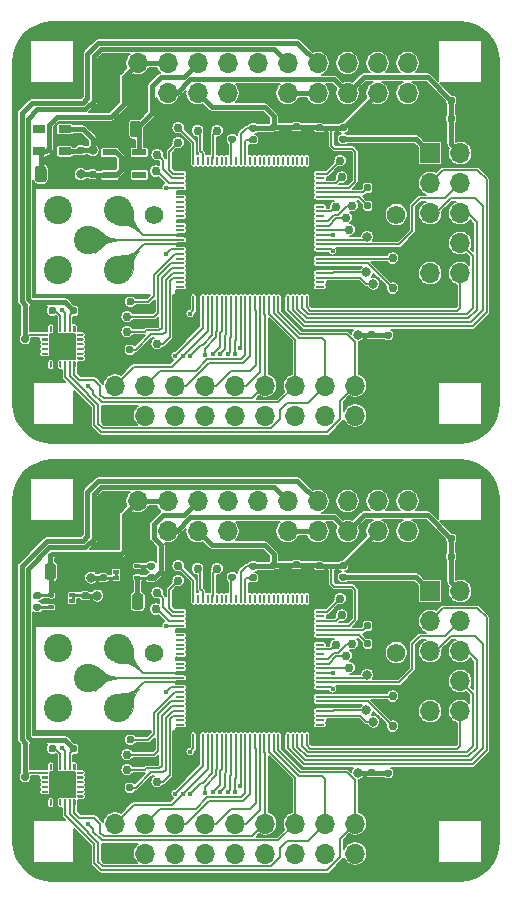
<source format=gtl>
G04 #@! TF.GenerationSoftware,KiCad,Pcbnew,(5.1.6)-1*
G04 #@! TF.CreationDate,2021-09-12T23:36:55-07:00*
G04 #@! TF.ProjectId,sulu_ldo_and_reg_panel,73756c75-5f6c-4646-9f5f-616e645f7265,rev?*
G04 #@! TF.SameCoordinates,Original*
G04 #@! TF.FileFunction,Copper,L1,Top*
G04 #@! TF.FilePolarity,Positive*
%FSLAX46Y46*%
G04 Gerber Fmt 4.6, Leading zero omitted, Abs format (unit mm)*
G04 Created by KiCad (PCBNEW (5.1.6)-1) date 2021-09-12 23:36:55*
%MOMM*%
%LPD*%
G01*
G04 APERTURE LIST*
G04 #@! TA.AperFunction,SMDPad,CuDef*
%ADD10R,1.210000X0.590000*%
G04 #@! TD*
G04 #@! TA.AperFunction,SMDPad,CuDef*
%ADD11R,1.060000X0.650000*%
G04 #@! TD*
G04 #@! TA.AperFunction,ComponentPad*
%ADD12C,1.574800*%
G04 #@! TD*
G04 #@! TA.AperFunction,ComponentPad*
%ADD13C,2.400000*%
G04 #@! TD*
G04 #@! TA.AperFunction,ComponentPad*
%ADD14R,1.700000X1.700000*%
G04 #@! TD*
G04 #@! TA.AperFunction,ComponentPad*
%ADD15O,1.700000X1.700000*%
G04 #@! TD*
G04 #@! TA.AperFunction,ComponentPad*
%ADD16C,0.762000*%
G04 #@! TD*
G04 #@! TA.AperFunction,ComponentPad*
%ADD17C,0.568750*%
G04 #@! TD*
G04 #@! TA.AperFunction,SMDPad,CuDef*
%ADD18R,1.137500X1.137500*%
G04 #@! TD*
G04 #@! TA.AperFunction,SMDPad,CuDef*
%ADD19O,0.200000X0.800000*%
G04 #@! TD*
G04 #@! TA.AperFunction,SMDPad,CuDef*
%ADD20O,0.800000X0.200000*%
G04 #@! TD*
G04 #@! TA.AperFunction,SMDPad,CuDef*
%ADD21R,0.500000X0.300000*%
G04 #@! TD*
G04 #@! TA.AperFunction,ViaPad*
%ADD22C,0.406400*%
G04 #@! TD*
G04 #@! TA.AperFunction,ViaPad*
%ADD23C,0.812800*%
G04 #@! TD*
G04 #@! TA.AperFunction,Conductor*
%ADD24C,0.406400*%
G04 #@! TD*
G04 #@! TA.AperFunction,Conductor*
%ADD25C,0.203200*%
G04 #@! TD*
G04 #@! TA.AperFunction,Conductor*
%ADD26C,0.254000*%
G04 #@! TD*
G04 #@! TA.AperFunction,Conductor*
%ADD27C,0.127000*%
G04 #@! TD*
G04 #@! TA.AperFunction,Conductor*
%ADD28C,0.025400*%
G04 #@! TD*
G04 APERTURE END LIST*
D10*
G04 #@! TO.P,U3,5*
G04 #@! TO.N,+1.1V_REG*
X76975001Y-59502000D03*
G04 #@! TO.P,U3,4*
G04 #@! TO.N,N/C*
X76975001Y-61402000D03*
G04 #@! TO.P,U3,3*
G04 #@! TO.N,/1.1V_IN*
X74465001Y-61402000D03*
G04 #@! TO.P,U3,2*
G04 #@! TO.N,GND*
X74465001Y-60452000D03*
G04 #@! TO.P,U3,1*
G04 #@! TO.N,/1.1V_IN*
X74465001Y-59502000D03*
G04 #@! TD*
D11*
G04 #@! TO.P,U2,5*
G04 #@! TO.N,+1.8V_REG*
X68467999Y-59421001D03*
G04 #@! TO.P,U2,4*
G04 #@! TO.N,N/C*
X68467999Y-57521001D03*
G04 #@! TO.P,U2,3*
G04 #@! TO.N,+EXT_BAT*
X70667999Y-57521001D03*
G04 #@! TO.P,U2,2*
G04 #@! TO.N,GND*
X70667999Y-58471001D03*
G04 #@! TO.P,U2,1*
G04 #@! TO.N,+EXT_BAT*
X70667999Y-59421001D03*
G04 #@! TD*
D12*
G04 #@! TO.P,B1,2*
G04 #@! TO.N,+EXT_BAT*
X98729800Y-64770000D03*
G04 #@! TO.P,B1,1*
G04 #@! TO.N,GND*
X78232000Y-64770000D03*
G04 #@! TD*
D13*
G04 #@! TO.P,J4,5*
G04 #@! TO.N,GND*
X75184000Y-69469000D03*
G04 #@! TO.P,J4,4*
X70104000Y-69469000D03*
G04 #@! TO.P,J4,3*
X75184000Y-64389000D03*
G04 #@! TO.P,J4,2*
X70104000Y-64389000D03*
G04 #@! TO.P,J4,1*
G04 #@! TO.N,/scumsheet/ANTENNA*
X72644000Y-66929000D03*
G04 #@! TD*
D14*
G04 #@! TO.P,J1,1*
G04 #@! TO.N,GND*
X74295000Y-54483000D03*
D15*
G04 #@! TO.P,J1,2*
X74295000Y-51943000D03*
G04 #@! TO.P,J1,3*
X76835000Y-54483000D03*
G04 #@! TO.P,J1,4*
G04 #@! TO.N,+1.8V_REG*
X76835000Y-51943000D03*
G04 #@! TO.P,J1,5*
G04 #@! TO.N,+VBAT*
X79375000Y-54483000D03*
G04 #@! TO.P,J1,6*
G04 #@! TO.N,+1.8V_REG*
X79375000Y-51943000D03*
G04 #@! TO.P,J1,7*
G04 #@! TO.N,+VDDD*
X81915000Y-54483000D03*
G04 #@! TO.P,J1,8*
G04 #@! TO.N,+1.1V_REG*
X81915000Y-51943000D03*
G04 #@! TO.P,J1,9*
G04 #@! TO.N,+EXT_BAT*
X84455000Y-54483000D03*
G04 #@! TO.P,J1,10*
G04 #@! TO.N,/1.1V_IN*
X84455000Y-51943000D03*
G04 #@! TO.P,J1,11*
G04 #@! TO.N,GND*
X86995000Y-54483000D03*
G04 #@! TO.P,J1,12*
G04 #@! TO.N,+EXT_BAT*
X86995000Y-51943000D03*
G04 #@! TO.P,J1,13*
G04 #@! TO.N,+VDDIO*
X89535000Y-54483000D03*
G04 #@! TO.P,J1,14*
G04 #@! TO.N,/IMU_VDDIO*
X89535000Y-51943000D03*
G04 #@! TO.P,J1,15*
G04 #@! TO.N,+VDDIO*
X92075000Y-54483000D03*
G04 #@! TO.P,J1,16*
G04 #@! TO.N,/IMU_VDD*
X92075000Y-51943000D03*
G04 #@! TO.P,J1,17*
G04 #@! TO.N,+VBAT*
X94615000Y-54483000D03*
G04 #@! TO.P,J1,18*
G04 #@! TO.N,+VDDIO*
X94615000Y-51943000D03*
G04 #@! TO.P,J1,19*
G04 #@! TO.N,+VDDD*
X97155000Y-54483000D03*
G04 #@! TO.P,J1,20*
G04 #@! TO.N,/BOOT_SOURCE_SEL*
X97155000Y-51943000D03*
G04 #@! TO.P,J1,21*
G04 #@! TO.N,/SENSOR_EXT_IN*
X99695000Y-54483000D03*
G04 #@! TO.P,J1,22*
G04 #@! TO.N,/SENSOR_LDO_OUTPUT*
X99695000Y-51943000D03*
G04 #@! TD*
G04 #@! TO.P,R4,2*
G04 #@! TO.N,Net-(R4-Pad2)*
G04 #@! TA.AperFunction,SMDPad,CuDef*
G36*
G01*
X86441500Y-58125000D02*
X86786500Y-58125000D01*
G75*
G02*
X86934000Y-58272500I0J-147500D01*
G01*
X86934000Y-58567500D01*
G75*
G02*
X86786500Y-58715000I-147500J0D01*
G01*
X86441500Y-58715000D01*
G75*
G02*
X86294000Y-58567500I0J147500D01*
G01*
X86294000Y-58272500D01*
G75*
G02*
X86441500Y-58125000I147500J0D01*
G01*
G37*
G04 #@! TD.AperFunction*
G04 #@! TO.P,R4,1*
G04 #@! TO.N,+VDDD*
G04 #@! TA.AperFunction,SMDPad,CuDef*
G36*
G01*
X86441500Y-57155000D02*
X86786500Y-57155000D01*
G75*
G02*
X86934000Y-57302500I0J-147500D01*
G01*
X86934000Y-57597500D01*
G75*
G02*
X86786500Y-57745000I-147500J0D01*
G01*
X86441500Y-57745000D01*
G75*
G02*
X86294000Y-57597500I0J147500D01*
G01*
X86294000Y-57302500D01*
G75*
G02*
X86441500Y-57155000I147500J0D01*
G01*
G37*
G04 #@! TD.AperFunction*
G04 #@! TD*
G04 #@! TO.P,R3,2*
G04 #@! TO.N,GND*
G04 #@! TA.AperFunction,SMDPad,CuDef*
G36*
G01*
X92029500Y-58079000D02*
X92374500Y-58079000D01*
G75*
G02*
X92522000Y-58226500I0J-147500D01*
G01*
X92522000Y-58521500D01*
G75*
G02*
X92374500Y-58669000I-147500J0D01*
G01*
X92029500Y-58669000D01*
G75*
G02*
X91882000Y-58521500I0J147500D01*
G01*
X91882000Y-58226500D01*
G75*
G02*
X92029500Y-58079000I147500J0D01*
G01*
G37*
G04 #@! TD.AperFunction*
G04 #@! TO.P,R3,1*
G04 #@! TO.N,+VDDD*
G04 #@! TA.AperFunction,SMDPad,CuDef*
G36*
G01*
X92029500Y-57109000D02*
X92374500Y-57109000D01*
G75*
G02*
X92522000Y-57256500I0J-147500D01*
G01*
X92522000Y-57551500D01*
G75*
G02*
X92374500Y-57699000I-147500J0D01*
G01*
X92029500Y-57699000D01*
G75*
G02*
X91882000Y-57551500I0J147500D01*
G01*
X91882000Y-57256500D01*
G75*
G02*
X92029500Y-57109000I147500J0D01*
G01*
G37*
G04 #@! TD.AperFunction*
G04 #@! TD*
G04 #@! TO.P,R2,2*
G04 #@! TO.N,+VDDD*
G04 #@! TA.AperFunction,SMDPad,CuDef*
G36*
G01*
X94406500Y-57699000D02*
X94061500Y-57699000D01*
G75*
G02*
X93914000Y-57551500I0J147500D01*
G01*
X93914000Y-57256500D01*
G75*
G02*
X94061500Y-57109000I147500J0D01*
G01*
X94406500Y-57109000D01*
G75*
G02*
X94554000Y-57256500I0J-147500D01*
G01*
X94554000Y-57551500D01*
G75*
G02*
X94406500Y-57699000I-147500J0D01*
G01*
G37*
G04 #@! TD.AperFunction*
G04 #@! TO.P,R2,1*
G04 #@! TO.N,+NRF_VDDD*
G04 #@! TA.AperFunction,SMDPad,CuDef*
G36*
G01*
X94406500Y-58669000D02*
X94061500Y-58669000D01*
G75*
G02*
X93914000Y-58521500I0J147500D01*
G01*
X93914000Y-58226500D01*
G75*
G02*
X94061500Y-58079000I147500J0D01*
G01*
X94406500Y-58079000D01*
G75*
G02*
X94554000Y-58226500I0J-147500D01*
G01*
X94554000Y-58521500D01*
G75*
G02*
X94406500Y-58669000I-147500J0D01*
G01*
G37*
G04 #@! TD.AperFunction*
G04 #@! TD*
G04 #@! TO.P,C_1.8_OUT1,1*
G04 #@! TO.N,GND*
G04 #@! TA.AperFunction,SMDPad,CuDef*
G36*
G01*
X70998000Y-60884750D02*
X70998000Y-61797250D01*
G75*
G02*
X70754250Y-62041000I-243750J0D01*
G01*
X70266750Y-62041000D01*
G75*
G02*
X70023000Y-61797250I0J243750D01*
G01*
X70023000Y-60884750D01*
G75*
G02*
X70266750Y-60641000I243750J0D01*
G01*
X70754250Y-60641000D01*
G75*
G02*
X70998000Y-60884750I0J-243750D01*
G01*
G37*
G04 #@! TD.AperFunction*
G04 #@! TO.P,C_1.8_OUT1,2*
G04 #@! TO.N,+1.8V_REG*
G04 #@! TA.AperFunction,SMDPad,CuDef*
G36*
G01*
X69123000Y-60884750D02*
X69123000Y-61797250D01*
G75*
G02*
X68879250Y-62041000I-243750J0D01*
G01*
X68391750Y-62041000D01*
G75*
G02*
X68148000Y-61797250I0J243750D01*
G01*
X68148000Y-60884750D01*
G75*
G02*
X68391750Y-60641000I243750J0D01*
G01*
X68879250Y-60641000D01*
G75*
G02*
X69123000Y-60884750I0J-243750D01*
G01*
G37*
G04 #@! TD.AperFunction*
G04 #@! TD*
G04 #@! TO.P,C_1.1_OUT1,1*
G04 #@! TO.N,GND*
G04 #@! TA.AperFunction,SMDPad,CuDef*
G36*
G01*
X74315500Y-57987250D02*
X74315500Y-57074750D01*
G75*
G02*
X74559250Y-56831000I243750J0D01*
G01*
X75046750Y-56831000D01*
G75*
G02*
X75290500Y-57074750I0J-243750D01*
G01*
X75290500Y-57987250D01*
G75*
G02*
X75046750Y-58231000I-243750J0D01*
G01*
X74559250Y-58231000D01*
G75*
G02*
X74315500Y-57987250I0J243750D01*
G01*
G37*
G04 #@! TD.AperFunction*
G04 #@! TO.P,C_1.1_OUT1,2*
G04 #@! TO.N,+1.1V_REG*
G04 #@! TA.AperFunction,SMDPad,CuDef*
G36*
G01*
X76190500Y-57987250D02*
X76190500Y-57074750D01*
G75*
G02*
X76434250Y-56831000I243750J0D01*
G01*
X76921750Y-56831000D01*
G75*
G02*
X77165500Y-57074750I0J-243750D01*
G01*
X77165500Y-57987250D01*
G75*
G02*
X76921750Y-58231000I-243750J0D01*
G01*
X76434250Y-58231000D01*
G75*
G02*
X76190500Y-57987250I0J243750D01*
G01*
G37*
G04 #@! TD.AperFunction*
G04 #@! TD*
G04 #@! TO.P,J3,10*
G04 #@! TO.N,/3WB_DATA*
X104140000Y-69723000D03*
G04 #@! TO.P,J3,9*
G04 #@! TO.N,/GPIO2*
X101600000Y-69723000D03*
G04 #@! TO.P,J3,8*
G04 #@! TO.N,/3WB_ENB*
X104140000Y-67183000D03*
G04 #@! TO.P,J3,7*
G04 #@! TO.N,GND*
X101600000Y-67183000D03*
G04 #@! TO.P,J3,6*
G04 #@! TO.N,/3WB_CLK*
X104140000Y-64643000D03*
G04 #@! TO.P,J3,5*
G04 #@! TO.N,/RsRx*
X101600000Y-64643000D03*
G04 #@! TO.P,J3,4*
G04 #@! TO.N,/HARD_RESET*
X104140000Y-62103000D03*
G04 #@! TO.P,J3,3*
G04 #@! TO.N,/RsTx*
X101600000Y-62103000D03*
G04 #@! TO.P,J3,2*
G04 #@! TO.N,+VBAT*
X104140000Y-59563000D03*
D14*
G04 #@! TO.P,J3,1*
G04 #@! TO.N,+NRF_VDDD*
X101600000Y-59563000D03*
G04 #@! TD*
G04 #@! TO.P,C_1.1_IN1,2*
G04 #@! TO.N,GND*
G04 #@! TA.AperFunction,SMDPad,CuDef*
G36*
G01*
X73197500Y-60666000D02*
X72852500Y-60666000D01*
G75*
G02*
X72705000Y-60518500I0J147500D01*
G01*
X72705000Y-60223500D01*
G75*
G02*
X72852500Y-60076000I147500J0D01*
G01*
X73197500Y-60076000D01*
G75*
G02*
X73345000Y-60223500I0J-147500D01*
G01*
X73345000Y-60518500D01*
G75*
G02*
X73197500Y-60666000I-147500J0D01*
G01*
G37*
G04 #@! TD.AperFunction*
G04 #@! TO.P,C_1.1_IN1,1*
G04 #@! TO.N,/1.1V_IN*
G04 #@! TA.AperFunction,SMDPad,CuDef*
G36*
G01*
X73197500Y-61636000D02*
X72852500Y-61636000D01*
G75*
G02*
X72705000Y-61488500I0J147500D01*
G01*
X72705000Y-61193500D01*
G75*
G02*
X72852500Y-61046000I147500J0D01*
G01*
X73197500Y-61046000D01*
G75*
G02*
X73345000Y-61193500I0J-147500D01*
G01*
X73345000Y-61488500D01*
G75*
G02*
X73197500Y-61636000I-147500J0D01*
G01*
G37*
G04 #@! TD.AperFunction*
G04 #@! TD*
G04 #@! TO.P,C_1.8_IN1,2*
G04 #@! TO.N,GND*
G04 #@! TA.AperFunction,SMDPad,CuDef*
G36*
G01*
X72181500Y-58634000D02*
X71836500Y-58634000D01*
G75*
G02*
X71689000Y-58486500I0J147500D01*
G01*
X71689000Y-58191500D01*
G75*
G02*
X71836500Y-58044000I147500J0D01*
G01*
X72181500Y-58044000D01*
G75*
G02*
X72329000Y-58191500I0J-147500D01*
G01*
X72329000Y-58486500D01*
G75*
G02*
X72181500Y-58634000I-147500J0D01*
G01*
G37*
G04 #@! TD.AperFunction*
G04 #@! TO.P,C_1.8_IN1,1*
G04 #@! TO.N,+EXT_BAT*
G04 #@! TA.AperFunction,SMDPad,CuDef*
G36*
G01*
X72181500Y-59604000D02*
X71836500Y-59604000D01*
G75*
G02*
X71689000Y-59456500I0J147500D01*
G01*
X71689000Y-59161500D01*
G75*
G02*
X71836500Y-59014000I147500J0D01*
G01*
X72181500Y-59014000D01*
G75*
G02*
X72329000Y-59161500I0J-147500D01*
G01*
X72329000Y-59456500D01*
G75*
G02*
X72181500Y-59604000I-147500J0D01*
G01*
G37*
G04 #@! TD.AperFunction*
G04 #@! TD*
D16*
G04 #@! TO.P,J21,1*
G04 #@! TO.N,Net-(J21-Pad1)*
X98425000Y-68453000D03*
G04 #@! TD*
G04 #@! TO.P,J20,1*
G04 #@! TO.N,Net-(J20-Pad1)*
X93980000Y-60198000D03*
G04 #@! TD*
G04 #@! TO.P,J19,1*
G04 #@! TO.N,Net-(J19-Pad1)*
X83566000Y-57658000D03*
G04 #@! TD*
G04 #@! TO.P,J18,1*
G04 #@! TO.N,Net-(J18-Pad1)*
X81915000Y-57658000D03*
G04 #@! TD*
G04 #@! TO.P,J14,1*
G04 #@! TO.N,Net-(J14-Pad1)*
X80264000Y-57404000D03*
G04 #@! TD*
G04 #@! TO.P,J12,1*
G04 #@! TO.N,Net-(J12-Pad1)*
X75946000Y-74676000D03*
G04 #@! TD*
G04 #@! TO.P,J17,1*
G04 #@! TO.N,Net-(J17-Pad1)*
X98425000Y-70993000D03*
G04 #@! TD*
G04 #@! TO.P,J16,1*
G04 #@! TO.N,Net-(J16-Pad1)*
X94996000Y-64008000D03*
G04 #@! TD*
G04 #@! TO.P,J15,1*
G04 #@! TO.N,Net-(J15-Pad1)*
X93599000Y-64135000D03*
G04 #@! TD*
G04 #@! TO.P,J13,1*
G04 #@! TO.N,Net-(J13-Pad1)*
X78486000Y-75692000D03*
G04 #@! TD*
G04 #@! TO.P,J11,1*
G04 #@! TO.N,Net-(J11-Pad1)*
X75946000Y-73406000D03*
G04 #@! TD*
G04 #@! TO.P,J10,1*
G04 #@! TO.N,Net-(J10-Pad1)*
X94488000Y-65024000D03*
G04 #@! TD*
G04 #@! TO.P,J9,1*
G04 #@! TO.N,Net-(J9-Pad1)*
X94742000Y-66040000D03*
G04 #@! TD*
G04 #@! TO.P,J8,1*
G04 #@! TO.N,Net-(J8-Pad1)*
X78359000Y-61087000D03*
G04 #@! TD*
G04 #@! TO.P,J7,1*
G04 #@! TO.N,Net-(J7-Pad1)*
X78486000Y-59690000D03*
G04 #@! TD*
G04 #@! TO.P,J6,1*
G04 #@! TO.N,Net-(J6-Pad1)*
X80264000Y-58674000D03*
G04 #@! TD*
G04 #@! TO.P,J5,1*
G04 #@! TO.N,Net-(J5-Pad1)*
X94107000Y-61595000D03*
G04 #@! TD*
G04 #@! TO.P,GND6,1*
G04 #@! TO.N,GND*
X96520000Y-57404000D03*
G04 #@! TD*
G04 #@! TO.P,GND5,1*
G04 #@! TO.N,GND*
X96520000Y-71882000D03*
G04 #@! TD*
G04 #@! TO.P,GND4,1*
G04 #@! TO.N,GND*
X97028000Y-60452000D03*
G04 #@! TD*
G04 #@! TO.P,GND3,1*
G04 #@! TO.N,GND*
X80518000Y-74422000D03*
G04 #@! TD*
G04 #@! TO.P,GND2,1*
G04 #@! TO.N,GND*
X74168000Y-74168000D03*
G04 #@! TD*
G04 #@! TO.P,GND1,1*
G04 #@! TO.N,GND*
X88392000Y-75184000D03*
G04 #@! TD*
G04 #@! TO.P,R1,2*
G04 #@! TO.N,GND*
G04 #@! TA.AperFunction,SMDPad,CuDef*
G36*
G01*
X96987000Y-62656500D02*
X96987000Y-62311500D01*
G75*
G02*
X97134500Y-62164000I147500J0D01*
G01*
X97429500Y-62164000D01*
G75*
G02*
X97577000Y-62311500I0J-147500D01*
G01*
X97577000Y-62656500D01*
G75*
G02*
X97429500Y-62804000I-147500J0D01*
G01*
X97134500Y-62804000D01*
G75*
G02*
X96987000Y-62656500I0J147500D01*
G01*
G37*
G04 #@! TD.AperFunction*
G04 #@! TO.P,R1,1*
G04 #@! TO.N,/scumsheet/VDDD_DISABLE*
G04 #@! TA.AperFunction,SMDPad,CuDef*
G36*
G01*
X96017000Y-62656500D02*
X96017000Y-62311500D01*
G75*
G02*
X96164500Y-62164000I147500J0D01*
G01*
X96459500Y-62164000D01*
G75*
G02*
X96607000Y-62311500I0J-147500D01*
G01*
X96607000Y-62656500D01*
G75*
G02*
X96459500Y-62804000I-147500J0D01*
G01*
X96164500Y-62804000D01*
G75*
G02*
X96017000Y-62656500I0J147500D01*
G01*
G37*
G04 #@! TD.AperFunction*
G04 #@! TD*
G04 #@! TO.P,C13,2*
G04 #@! TO.N,+VDDD*
G04 #@! TA.AperFunction,SMDPad,CuDef*
G36*
G01*
X90469500Y-57618000D02*
X90124500Y-57618000D01*
G75*
G02*
X89977000Y-57470500I0J147500D01*
G01*
X89977000Y-57175500D01*
G75*
G02*
X90124500Y-57028000I147500J0D01*
G01*
X90469500Y-57028000D01*
G75*
G02*
X90617000Y-57175500I0J-147500D01*
G01*
X90617000Y-57470500D01*
G75*
G02*
X90469500Y-57618000I-147500J0D01*
G01*
G37*
G04 #@! TD.AperFunction*
G04 #@! TO.P,C13,1*
G04 #@! TO.N,GND*
G04 #@! TA.AperFunction,SMDPad,CuDef*
G36*
G01*
X90469500Y-58588000D02*
X90124500Y-58588000D01*
G75*
G02*
X89977000Y-58440500I0J147500D01*
G01*
X89977000Y-58145500D01*
G75*
G02*
X90124500Y-57998000I147500J0D01*
G01*
X90469500Y-57998000D01*
G75*
G02*
X90617000Y-58145500I0J-147500D01*
G01*
X90617000Y-58440500D01*
G75*
G02*
X90469500Y-58588000I-147500J0D01*
G01*
G37*
G04 #@! TD.AperFunction*
G04 #@! TD*
G04 #@! TO.P,C12,2*
G04 #@! TO.N,+VDDD*
G04 #@! TA.AperFunction,SMDPad,CuDef*
G36*
G01*
X88564500Y-57618000D02*
X88219500Y-57618000D01*
G75*
G02*
X88072000Y-57470500I0J147500D01*
G01*
X88072000Y-57175500D01*
G75*
G02*
X88219500Y-57028000I147500J0D01*
G01*
X88564500Y-57028000D01*
G75*
G02*
X88712000Y-57175500I0J-147500D01*
G01*
X88712000Y-57470500D01*
G75*
G02*
X88564500Y-57618000I-147500J0D01*
G01*
G37*
G04 #@! TD.AperFunction*
G04 #@! TO.P,C12,1*
G04 #@! TO.N,GND*
G04 #@! TA.AperFunction,SMDPad,CuDef*
G36*
G01*
X88564500Y-58588000D02*
X88219500Y-58588000D01*
G75*
G02*
X88072000Y-58440500I0J147500D01*
G01*
X88072000Y-58145500D01*
G75*
G02*
X88219500Y-57998000I147500J0D01*
G01*
X88564500Y-57998000D01*
G75*
G02*
X88712000Y-58145500I0J-147500D01*
G01*
X88712000Y-58440500D01*
G75*
G02*
X88564500Y-58588000I-147500J0D01*
G01*
G37*
G04 #@! TD.AperFunction*
G04 #@! TD*
G04 #@! TO.P,C11,2*
G04 #@! TO.N,/scumsheet/AUX_LDO_OUTPUT*
G04 #@! TA.AperFunction,SMDPad,CuDef*
G36*
G01*
X96607000Y-63835500D02*
X96607000Y-64180500D01*
G75*
G02*
X96459500Y-64328000I-147500J0D01*
G01*
X96164500Y-64328000D01*
G75*
G02*
X96017000Y-64180500I0J147500D01*
G01*
X96017000Y-63835500D01*
G75*
G02*
X96164500Y-63688000I147500J0D01*
G01*
X96459500Y-63688000D01*
G75*
G02*
X96607000Y-63835500I0J-147500D01*
G01*
G37*
G04 #@! TD.AperFunction*
G04 #@! TO.P,C11,1*
G04 #@! TO.N,GND*
G04 #@! TA.AperFunction,SMDPad,CuDef*
G36*
G01*
X97577000Y-63835500D02*
X97577000Y-64180500D01*
G75*
G02*
X97429500Y-64328000I-147500J0D01*
G01*
X97134500Y-64328000D01*
G75*
G02*
X96987000Y-64180500I0J147500D01*
G01*
X96987000Y-63835500D01*
G75*
G02*
X97134500Y-63688000I147500J0D01*
G01*
X97429500Y-63688000D01*
G75*
G02*
X97577000Y-63835500I0J-147500D01*
G01*
G37*
G04 #@! TD.AperFunction*
G04 #@! TD*
G04 #@! TO.P,C10,2*
G04 #@! TO.N,GND*
G04 #@! TA.AperFunction,SMDPad,CuDef*
G36*
G01*
X85008500Y-57699000D02*
X84663500Y-57699000D01*
G75*
G02*
X84516000Y-57551500I0J147500D01*
G01*
X84516000Y-57256500D01*
G75*
G02*
X84663500Y-57109000I147500J0D01*
G01*
X85008500Y-57109000D01*
G75*
G02*
X85156000Y-57256500I0J-147500D01*
G01*
X85156000Y-57551500D01*
G75*
G02*
X85008500Y-57699000I-147500J0D01*
G01*
G37*
G04 #@! TD.AperFunction*
G04 #@! TO.P,C10,1*
G04 #@! TO.N,+VDDAO*
G04 #@! TA.AperFunction,SMDPad,CuDef*
G36*
G01*
X85008500Y-58669000D02*
X84663500Y-58669000D01*
G75*
G02*
X84516000Y-58521500I0J147500D01*
G01*
X84516000Y-58226500D01*
G75*
G02*
X84663500Y-58079000I147500J0D01*
G01*
X85008500Y-58079000D01*
G75*
G02*
X85156000Y-58226500I0J-147500D01*
G01*
X85156000Y-58521500D01*
G75*
G02*
X85008500Y-58669000I-147500J0D01*
G01*
G37*
G04 #@! TD.AperFunction*
G04 #@! TD*
G04 #@! TO.P,C9,2*
G04 #@! TO.N,GND*
G04 #@! TA.AperFunction,SMDPad,CuDef*
G36*
G01*
X97871500Y-75651000D02*
X98216500Y-75651000D01*
G75*
G02*
X98364000Y-75798500I0J-147500D01*
G01*
X98364000Y-76093500D01*
G75*
G02*
X98216500Y-76241000I-147500J0D01*
G01*
X97871500Y-76241000D01*
G75*
G02*
X97724000Y-76093500I0J147500D01*
G01*
X97724000Y-75798500D01*
G75*
G02*
X97871500Y-75651000I147500J0D01*
G01*
G37*
G04 #@! TD.AperFunction*
G04 #@! TO.P,C9,1*
G04 #@! TO.N,+VDDIO*
G04 #@! TA.AperFunction,SMDPad,CuDef*
G36*
G01*
X97871500Y-74681000D02*
X98216500Y-74681000D01*
G75*
G02*
X98364000Y-74828500I0J-147500D01*
G01*
X98364000Y-75123500D01*
G75*
G02*
X98216500Y-75271000I-147500J0D01*
G01*
X97871500Y-75271000D01*
G75*
G02*
X97724000Y-75123500I0J147500D01*
G01*
X97724000Y-74828500D01*
G75*
G02*
X97871500Y-74681000I147500J0D01*
G01*
G37*
G04 #@! TD.AperFunction*
G04 #@! TD*
G04 #@! TO.P,C8,2*
G04 #@! TO.N,GND*
G04 #@! TA.AperFunction,SMDPad,CuDef*
G36*
G01*
X96474500Y-75605000D02*
X96819500Y-75605000D01*
G75*
G02*
X96967000Y-75752500I0J-147500D01*
G01*
X96967000Y-76047500D01*
G75*
G02*
X96819500Y-76195000I-147500J0D01*
G01*
X96474500Y-76195000D01*
G75*
G02*
X96327000Y-76047500I0J147500D01*
G01*
X96327000Y-75752500D01*
G75*
G02*
X96474500Y-75605000I147500J0D01*
G01*
G37*
G04 #@! TD.AperFunction*
G04 #@! TO.P,C8,1*
G04 #@! TO.N,+VDDIO*
G04 #@! TA.AperFunction,SMDPad,CuDef*
G36*
G01*
X96474500Y-74635000D02*
X96819500Y-74635000D01*
G75*
G02*
X96967000Y-74782500I0J-147500D01*
G01*
X96967000Y-75077500D01*
G75*
G02*
X96819500Y-75225000I-147500J0D01*
G01*
X96474500Y-75225000D01*
G75*
G02*
X96327000Y-75077500I0J147500D01*
G01*
X96327000Y-74782500D01*
G75*
G02*
X96474500Y-74635000I147500J0D01*
G01*
G37*
G04 #@! TD.AperFunction*
G04 #@! TD*
G04 #@! TO.P,C7,2*
G04 #@! TO.N,GND*
G04 #@! TA.AperFunction,SMDPad,CuDef*
G36*
G01*
X104053000Y-56814500D02*
X104053000Y-56469500D01*
G75*
G02*
X104200500Y-56322000I147500J0D01*
G01*
X104495500Y-56322000D01*
G75*
G02*
X104643000Y-56469500I0J-147500D01*
G01*
X104643000Y-56814500D01*
G75*
G02*
X104495500Y-56962000I-147500J0D01*
G01*
X104200500Y-56962000D01*
G75*
G02*
X104053000Y-56814500I0J147500D01*
G01*
G37*
G04 #@! TD.AperFunction*
G04 #@! TO.P,C7,1*
G04 #@! TO.N,+VBAT*
G04 #@! TA.AperFunction,SMDPad,CuDef*
G36*
G01*
X103083000Y-56814500D02*
X103083000Y-56469500D01*
G75*
G02*
X103230500Y-56322000I147500J0D01*
G01*
X103525500Y-56322000D01*
G75*
G02*
X103673000Y-56469500I0J-147500D01*
G01*
X103673000Y-56814500D01*
G75*
G02*
X103525500Y-56962000I-147500J0D01*
G01*
X103230500Y-56962000D01*
G75*
G02*
X103083000Y-56814500I0J147500D01*
G01*
G37*
G04 #@! TD.AperFunction*
G04 #@! TD*
G04 #@! TO.P,C6,2*
G04 #@! TO.N,GND*
G04 #@! TA.AperFunction,SMDPad,CuDef*
G36*
G01*
X104053000Y-55290500D02*
X104053000Y-54945500D01*
G75*
G02*
X104200500Y-54798000I147500J0D01*
G01*
X104495500Y-54798000D01*
G75*
G02*
X104643000Y-54945500I0J-147500D01*
G01*
X104643000Y-55290500D01*
G75*
G02*
X104495500Y-55438000I-147500J0D01*
G01*
X104200500Y-55438000D01*
G75*
G02*
X104053000Y-55290500I0J147500D01*
G01*
G37*
G04 #@! TD.AperFunction*
G04 #@! TO.P,C6,1*
G04 #@! TO.N,+VBAT*
G04 #@! TA.AperFunction,SMDPad,CuDef*
G36*
G01*
X103083000Y-55290500D02*
X103083000Y-54945500D01*
G75*
G02*
X103230500Y-54798000I147500J0D01*
G01*
X103525500Y-54798000D01*
G75*
G02*
X103673000Y-54945500I0J-147500D01*
G01*
X103673000Y-55290500D01*
G75*
G02*
X103525500Y-55438000I-147500J0D01*
G01*
X103230500Y-55438000D01*
G75*
G02*
X103083000Y-55290500I0J147500D01*
G01*
G37*
G04 #@! TD.AperFunction*
G04 #@! TD*
G04 #@! TO.P,C5,2*
G04 #@! TO.N,GND*
G04 #@! TA.AperFunction,SMDPad,CuDef*
G36*
G01*
X75525000Y-71963500D02*
X75525000Y-72308500D01*
G75*
G02*
X75377500Y-72456000I-147500J0D01*
G01*
X75082500Y-72456000D01*
G75*
G02*
X74935000Y-72308500I0J147500D01*
G01*
X74935000Y-71963500D01*
G75*
G02*
X75082500Y-71816000I147500J0D01*
G01*
X75377500Y-71816000D01*
G75*
G02*
X75525000Y-71963500I0J-147500D01*
G01*
G37*
G04 #@! TD.AperFunction*
G04 #@! TO.P,C5,1*
G04 #@! TO.N,/scumsheet/PA_LDO_OUTPUT*
G04 #@! TA.AperFunction,SMDPad,CuDef*
G36*
G01*
X76495000Y-71963500D02*
X76495000Y-72308500D01*
G75*
G02*
X76347500Y-72456000I-147500J0D01*
G01*
X76052500Y-72456000D01*
G75*
G02*
X75905000Y-72308500I0J147500D01*
G01*
X75905000Y-71963500D01*
G75*
G02*
X76052500Y-71816000I147500J0D01*
G01*
X76347500Y-71816000D01*
G75*
G02*
X76495000Y-71963500I0J-147500D01*
G01*
G37*
G04 #@! TD.AperFunction*
G04 #@! TD*
G04 #@! TO.P,C4,2*
G04 #@! TO.N,GND*
G04 #@! TA.AperFunction,SMDPad,CuDef*
G36*
G01*
X75502000Y-76027500D02*
X75502000Y-76372500D01*
G75*
G02*
X75354500Y-76520000I-147500J0D01*
G01*
X75059500Y-76520000D01*
G75*
G02*
X74912000Y-76372500I0J147500D01*
G01*
X74912000Y-76027500D01*
G75*
G02*
X75059500Y-75880000I147500J0D01*
G01*
X75354500Y-75880000D01*
G75*
G02*
X75502000Y-76027500I0J-147500D01*
G01*
G37*
G04 #@! TD.AperFunction*
G04 #@! TO.P,C4,1*
G04 #@! TO.N,/scumsheet/LO_LDO_OUTPUT*
G04 #@! TA.AperFunction,SMDPad,CuDef*
G36*
G01*
X76472000Y-76027500D02*
X76472000Y-76372500D01*
G75*
G02*
X76324500Y-76520000I-147500J0D01*
G01*
X76029500Y-76520000D01*
G75*
G02*
X75882000Y-76372500I0J147500D01*
G01*
X75882000Y-76027500D01*
G75*
G02*
X76029500Y-75880000I147500J0D01*
G01*
X76324500Y-75880000D01*
G75*
G02*
X76472000Y-76027500I0J-147500D01*
G01*
G37*
G04 #@! TD.AperFunction*
G04 #@! TD*
D15*
G04 #@! TO.P,J2,20*
G04 #@! TO.N,GND*
X97790000Y-79248000D03*
G04 #@! TO.P,J2,19*
X97790000Y-81788000D03*
G04 #@! TO.P,J2,18*
G04 #@! TO.N,/GPIO15*
X95250000Y-79248000D03*
G04 #@! TO.P,J2,17*
G04 #@! TO.N,/GPIO7*
X95250000Y-81788000D03*
G04 #@! TO.P,J2,16*
G04 #@! TO.N,/GPIO14*
X92710000Y-79248000D03*
G04 #@! TO.P,J2,15*
G04 #@! TO.N,/GPIO6*
X92710000Y-81788000D03*
G04 #@! TO.P,J2,14*
G04 #@! TO.N,/GPIO13*
X90170000Y-79248000D03*
G04 #@! TO.P,J2,13*
G04 #@! TO.N,/GPIO5*
X90170000Y-81788000D03*
G04 #@! TO.P,J2,12*
G04 #@! TO.N,/GPIO12*
X87630000Y-79248000D03*
G04 #@! TO.P,J2,11*
G04 #@! TO.N,/GPIO4*
X87630000Y-81788000D03*
G04 #@! TO.P,J2,10*
G04 #@! TO.N,/GPIO11*
X85090000Y-79248000D03*
G04 #@! TO.P,J2,9*
G04 #@! TO.N,/GPIO3*
X85090000Y-81788000D03*
G04 #@! TO.P,J2,8*
G04 #@! TO.N,/GPIO10*
X82550000Y-79248000D03*
G04 #@! TO.P,J2,7*
G04 #@! TO.N,/GPIO2*
X82550000Y-81788000D03*
G04 #@! TO.P,J2,6*
G04 #@! TO.N,/GPIO9*
X80010000Y-79248000D03*
G04 #@! TO.P,J2,5*
G04 #@! TO.N,/GPIO1*
X80010000Y-81788000D03*
G04 #@! TO.P,J2,4*
G04 #@! TO.N,/GPIO8*
X77470000Y-79248000D03*
G04 #@! TO.P,J2,3*
G04 #@! TO.N,/GPIO0*
X77470000Y-81788000D03*
G04 #@! TO.P,J2,2*
G04 #@! TO.N,/GPIO1*
X74930000Y-79248000D03*
D14*
G04 #@! TO.P,J2,1*
G04 #@! TO.N,GND*
X74930000Y-81788000D03*
G04 #@! TD*
D17*
G04 #@! TO.P,U1,101*
G04 #@! TO.N,GND*
X90341250Y-70079250D03*
X90341250Y-68941750D03*
X90341250Y-67804250D03*
X90341250Y-66666750D03*
X90341250Y-65529250D03*
X90341250Y-64391750D03*
X90341250Y-63254250D03*
X90341250Y-62116750D03*
X89203750Y-70079250D03*
X89203750Y-68941750D03*
X89203750Y-67804250D03*
X89203750Y-66666750D03*
X89203750Y-65529250D03*
X89203750Y-64391750D03*
X89203750Y-63254250D03*
X89203750Y-62116750D03*
X88066250Y-70079250D03*
X88066250Y-68941750D03*
X88066250Y-67804250D03*
X88066250Y-66666750D03*
X88066250Y-65529250D03*
X88066250Y-64391750D03*
X88066250Y-63254250D03*
X88066250Y-62116750D03*
X86928750Y-70079250D03*
X86928750Y-68941750D03*
X86928750Y-67804250D03*
X86928750Y-66666750D03*
X86928750Y-65529250D03*
X86928750Y-64391750D03*
X86928750Y-63254250D03*
X86928750Y-62116750D03*
X85791250Y-70079250D03*
X85791250Y-68941750D03*
X85791250Y-67804250D03*
X85791250Y-66666750D03*
X85791250Y-65529250D03*
X85791250Y-64391750D03*
X85791250Y-63254250D03*
X85791250Y-62116750D03*
X84653750Y-70079250D03*
X84653750Y-68941750D03*
X84653750Y-67804250D03*
X84653750Y-66666750D03*
X84653750Y-65529250D03*
X84653750Y-64391750D03*
X84653750Y-63254250D03*
X84653750Y-62116750D03*
X83516250Y-70079250D03*
X83516250Y-68941750D03*
X83516250Y-67804250D03*
X83516250Y-66666750D03*
X83516250Y-65529250D03*
X83516250Y-64391750D03*
X83516250Y-63254250D03*
X83516250Y-62116750D03*
X82378750Y-70079250D03*
X82378750Y-68941750D03*
X82378750Y-67804250D03*
X82378750Y-66666750D03*
X82378750Y-65529250D03*
X82378750Y-64391750D03*
X82378750Y-63254250D03*
X82378750Y-62116750D03*
D18*
X90341250Y-70079250D03*
X90341250Y-68941750D03*
X90341250Y-67804250D03*
X90341250Y-66666750D03*
X90341250Y-65529250D03*
X90341250Y-64391750D03*
X90341250Y-63254250D03*
X90341250Y-62116750D03*
X89203750Y-70079250D03*
X89203750Y-68941750D03*
X89203750Y-67804250D03*
X89203750Y-66666750D03*
X89203750Y-65529250D03*
X89203750Y-64391750D03*
X89203750Y-63254250D03*
X89203750Y-62116750D03*
X88066250Y-70079250D03*
X88066250Y-68941750D03*
X88066250Y-67804250D03*
X88066250Y-66666750D03*
X88066250Y-65529250D03*
X88066250Y-64391750D03*
X88066250Y-63254250D03*
X88066250Y-62116750D03*
X86928750Y-70079250D03*
X86928750Y-68941750D03*
X86928750Y-67804250D03*
X86928750Y-66666750D03*
X86928750Y-65529250D03*
X86928750Y-64391750D03*
X86928750Y-63254250D03*
X86928750Y-62116750D03*
X85791250Y-70079250D03*
X85791250Y-68941750D03*
X85791250Y-67804250D03*
X85791250Y-66666750D03*
X85791250Y-65529250D03*
X85791250Y-64391750D03*
X85791250Y-63254250D03*
X85791250Y-62116750D03*
X84653750Y-70079250D03*
X84653750Y-68941750D03*
X84653750Y-67804250D03*
X84653750Y-66666750D03*
X84653750Y-65529250D03*
X84653750Y-64391750D03*
X84653750Y-63254250D03*
X84653750Y-62116750D03*
X83516250Y-70079250D03*
X83516250Y-68941750D03*
X83516250Y-67804250D03*
X83516250Y-66666750D03*
X83516250Y-65529250D03*
X83516250Y-64391750D03*
X83516250Y-63254250D03*
X83516250Y-62116750D03*
X82378750Y-70079250D03*
X82378750Y-68941750D03*
X82378750Y-67804250D03*
X82378750Y-66666750D03*
X82378750Y-65529250D03*
X82378750Y-64391750D03*
X82378750Y-63254250D03*
X82378750Y-62116750D03*
D19*
G04 #@! TO.P,U1,100*
G04 #@! TO.N,Net-(J14-Pad1)*
X81560000Y-60198000D03*
G04 #@! TO.P,U1,99*
G04 #@! TO.N,N/C*
X81960000Y-60198000D03*
G04 #@! TO.P,U1,98*
G04 #@! TO.N,Net-(J18-Pad1)*
X82360000Y-60198000D03*
G04 #@! TO.P,U1,97*
G04 #@! TO.N,N/C*
X82760000Y-60198000D03*
G04 #@! TO.P,U1,96*
G04 #@! TO.N,Net-(J19-Pad1)*
X83160000Y-60198000D03*
G04 #@! TO.P,U1,95*
G04 #@! TO.N,N/C*
X83560000Y-60198000D03*
G04 #@! TO.P,U1,94*
X83960000Y-60198000D03*
G04 #@! TO.P,U1,93*
X84360000Y-60198000D03*
G04 #@! TO.P,U1,92*
G04 #@! TO.N,+VDDAO*
X84760000Y-60198000D03*
G04 #@! TO.P,U1,91*
G04 #@! TO.N,N/C*
X85160000Y-60198000D03*
G04 #@! TO.P,U1,90*
G04 #@! TO.N,+VDDD*
X85560000Y-60198000D03*
G04 #@! TO.P,U1,89*
G04 #@! TO.N,Net-(R4-Pad2)*
X85960000Y-60198000D03*
G04 #@! TO.P,U1,88*
G04 #@! TO.N,N/C*
X86360000Y-60198000D03*
G04 #@! TO.P,U1,87*
X86760000Y-60198000D03*
G04 #@! TO.P,U1,86*
X87160000Y-60198000D03*
G04 #@! TO.P,U1,85*
X87560000Y-60198000D03*
G04 #@! TO.P,U1,84*
X87960000Y-60198000D03*
G04 #@! TO.P,U1,83*
X88360000Y-60198000D03*
G04 #@! TO.P,U1,82*
X88760000Y-60198000D03*
G04 #@! TO.P,U1,81*
X89160000Y-60198000D03*
G04 #@! TO.P,U1,80*
X89560000Y-60198000D03*
G04 #@! TO.P,U1,79*
X89960000Y-60198000D03*
G04 #@! TO.P,U1,78*
X90360000Y-60198000D03*
G04 #@! TO.P,U1,77*
X90760000Y-60198000D03*
G04 #@! TO.P,U1,76*
X91160000Y-60198000D03*
D20*
G04 #@! TO.P,U1,75*
G04 #@! TO.N,Net-(J20-Pad1)*
X92260000Y-61298000D03*
G04 #@! TO.P,U1,74*
G04 #@! TO.N,N/C*
X92260000Y-61698000D03*
G04 #@! TO.P,U1,73*
G04 #@! TO.N,Net-(J5-Pad1)*
X92260000Y-62098000D03*
G04 #@! TO.P,U1,72*
G04 #@! TO.N,+VDDD*
X92260000Y-62498000D03*
G04 #@! TO.P,U1,71*
G04 #@! TO.N,/scumsheet/VDDD_DISABLE*
X92260000Y-62898000D03*
G04 #@! TO.P,U1,70*
G04 #@! TO.N,/scumsheet/AUX_LDO_OUTPUT*
X92260000Y-63298000D03*
G04 #@! TO.P,U1,69*
G04 #@! TO.N,GND*
X92260000Y-63698000D03*
G04 #@! TO.P,U1,68*
G04 #@! TO.N,N/C*
X92260000Y-64098000D03*
G04 #@! TO.P,U1,67*
G04 #@! TO.N,Net-(J15-Pad1)*
X92260000Y-64498000D03*
G04 #@! TO.P,U1,66*
G04 #@! TO.N,N/C*
X92260000Y-64898000D03*
G04 #@! TO.P,U1,65*
G04 #@! TO.N,Net-(J16-Pad1)*
X92260000Y-65298000D03*
G04 #@! TO.P,U1,64*
G04 #@! TO.N,Net-(J10-Pad1)*
X92260000Y-65698000D03*
G04 #@! TO.P,U1,63*
G04 #@! TO.N,Net-(J9-Pad1)*
X92260000Y-66098000D03*
G04 #@! TO.P,U1,62*
G04 #@! TO.N,+VBAT*
X92260000Y-66498000D03*
G04 #@! TO.P,U1,61*
G04 #@! TO.N,/BOOT_SOURCE_SEL*
X92260000Y-66898000D03*
G04 #@! TO.P,U1,60*
G04 #@! TO.N,/HARD_RESET*
X92260000Y-67298000D03*
G04 #@! TO.P,U1,59*
G04 #@! TO.N,+VBAT*
X92260000Y-67698000D03*
G04 #@! TO.P,U1,58*
G04 #@! TO.N,GND*
X92260000Y-68098000D03*
G04 #@! TO.P,U1,57*
G04 #@! TO.N,Net-(J21-Pad1)*
X92260000Y-68498000D03*
G04 #@! TO.P,U1,56*
G04 #@! TO.N,Net-(J17-Pad1)*
X92260000Y-68898000D03*
G04 #@! TO.P,U1,55*
G04 #@! TO.N,GND*
X92260000Y-69298000D03*
G04 #@! TO.P,U1,54*
G04 #@! TO.N,/SENSOR_EXT_IN*
X92260000Y-69698000D03*
G04 #@! TO.P,U1,53*
G04 #@! TO.N,/SENSOR_LDO_OUTPUT*
X92260000Y-70098000D03*
G04 #@! TO.P,U1,52*
G04 #@! TO.N,N/C*
X92260000Y-70498000D03*
G04 #@! TO.P,U1,51*
X92260000Y-70898000D03*
D19*
G04 #@! TO.P,U1,50*
G04 #@! TO.N,/3WB_DATA*
X91160000Y-71998000D03*
G04 #@! TO.P,U1,49*
G04 #@! TO.N,/3WB_ENB*
X90760000Y-71998000D03*
G04 #@! TO.P,U1,48*
G04 #@! TO.N,/3WB_CLK*
X90360000Y-71998000D03*
G04 #@! TO.P,U1,47*
G04 #@! TO.N,/RsRx*
X89960000Y-71998000D03*
G04 #@! TO.P,U1,46*
G04 #@! TO.N,/RsTx*
X89560000Y-71998000D03*
G04 #@! TO.P,U1,45*
G04 #@! TO.N,GND*
X89160000Y-71998000D03*
G04 #@! TO.P,U1,44*
G04 #@! TO.N,/GPIO15*
X88760000Y-71998000D03*
G04 #@! TO.P,U1,43*
G04 #@! TO.N,/GPIO14*
X88360000Y-71998000D03*
G04 #@! TO.P,U1,42*
G04 #@! TO.N,/GPIO13*
X87960000Y-71998000D03*
G04 #@! TO.P,U1,41*
G04 #@! TO.N,/GPIO12*
X87560000Y-71998000D03*
G04 #@! TO.P,U1,40*
G04 #@! TO.N,/GPIO11*
X87160000Y-71998000D03*
G04 #@! TO.P,U1,39*
G04 #@! TO.N,/GPIO10*
X86760000Y-71998000D03*
G04 #@! TO.P,U1,38*
G04 #@! TO.N,/GPIO9*
X86360000Y-71998000D03*
G04 #@! TO.P,U1,37*
G04 #@! TO.N,/GPIO8*
X85960000Y-71998000D03*
G04 #@! TO.P,U1,36*
G04 #@! TO.N,+VDDIO*
X85560000Y-71998000D03*
G04 #@! TO.P,U1,35*
G04 #@! TO.N,/GPIO7*
X85160000Y-71998000D03*
G04 #@! TO.P,U1,34*
G04 #@! TO.N,/GPIO6*
X84760000Y-71998000D03*
G04 #@! TO.P,U1,33*
G04 #@! TO.N,/GPIO5*
X84360000Y-71998000D03*
G04 #@! TO.P,U1,32*
G04 #@! TO.N,/GPIO4*
X83960000Y-71998000D03*
G04 #@! TO.P,U1,31*
G04 #@! TO.N,/GPIO3*
X83560000Y-71998000D03*
G04 #@! TO.P,U1,30*
G04 #@! TO.N,/GPIO2*
X83160000Y-71998000D03*
G04 #@! TO.P,U1,29*
G04 #@! TO.N,/GPIO1*
X82760000Y-71998000D03*
G04 #@! TO.P,U1,28*
G04 #@! TO.N,/GPIO0*
X82360000Y-71998000D03*
G04 #@! TO.P,U1,27*
G04 #@! TO.N,GND*
X81960000Y-71998000D03*
G04 #@! TO.P,U1,26*
G04 #@! TO.N,+VBAT*
X81560000Y-71998000D03*
D20*
G04 #@! TO.P,U1,25*
G04 #@! TO.N,N/C*
X80460000Y-70898000D03*
G04 #@! TO.P,U1,24*
X80460000Y-70498000D03*
G04 #@! TO.P,U1,23*
G04 #@! TO.N,Net-(J13-Pad1)*
X80460000Y-70098000D03*
G04 #@! TO.P,U1,22*
G04 #@! TO.N,/scumsheet/LO_LDO_OUTPUT*
X80460000Y-69698000D03*
G04 #@! TO.P,U1,21*
G04 #@! TO.N,Net-(J12-Pad1)*
X80460000Y-69298000D03*
G04 #@! TO.P,U1,20*
G04 #@! TO.N,Net-(J11-Pad1)*
X80460000Y-68898000D03*
G04 #@! TO.P,U1,19*
G04 #@! TO.N,N/C*
X80460000Y-68498000D03*
G04 #@! TO.P,U1,18*
G04 #@! TO.N,/scumsheet/PA_LDO_OUTPUT*
X80460000Y-68098000D03*
G04 #@! TO.P,U1,17*
G04 #@! TO.N,+VBAT*
X80460000Y-67698000D03*
G04 #@! TO.P,U1,16*
G04 #@! TO.N,GND*
X80460000Y-67298000D03*
G04 #@! TO.P,U1,15*
G04 #@! TO.N,/scumsheet/ANTENNA*
X80460000Y-66898000D03*
G04 #@! TO.P,U1,14*
G04 #@! TO.N,GND*
X80460000Y-66498000D03*
G04 #@! TO.P,U1,13*
G04 #@! TO.N,N/C*
X80460000Y-66098000D03*
G04 #@! TO.P,U1,12*
X80460000Y-65698000D03*
G04 #@! TO.P,U1,11*
G04 #@! TO.N,GND*
X80460000Y-65298000D03*
G04 #@! TO.P,U1,10*
G04 #@! TO.N,N/C*
X80460000Y-64898000D03*
G04 #@! TO.P,U1,9*
X80460000Y-64498000D03*
G04 #@! TO.P,U1,8*
X80460000Y-64098000D03*
G04 #@! TO.P,U1,7*
X80460000Y-63698000D03*
G04 #@! TO.P,U1,6*
X80460000Y-63298000D03*
G04 #@! TO.P,U1,5*
G04 #@! TO.N,GND*
X80460000Y-62898000D03*
G04 #@! TO.P,U1,4*
G04 #@! TO.N,+VBAT*
X80460000Y-62498000D03*
G04 #@! TO.P,U1,3*
G04 #@! TO.N,Net-(J8-Pad1)*
X80460000Y-62098000D03*
G04 #@! TO.P,U1,2*
G04 #@! TO.N,Net-(J7-Pad1)*
X80460000Y-61698000D03*
G04 #@! TO.P,U1,1*
G04 #@! TO.N,Net-(J6-Pad1)*
X80460000Y-61298000D03*
G04 #@! TD*
G04 #@! TO.P,C3,1*
G04 #@! TO.N,Net-(C3-Pad1)*
G04 #@! TA.AperFunction,SMDPad,CuDef*
G36*
G01*
X69891000Y-72725500D02*
X69891000Y-73070500D01*
G75*
G02*
X69743500Y-73218000I-147500J0D01*
G01*
X69448500Y-73218000D01*
G75*
G02*
X69301000Y-73070500I0J147500D01*
G01*
X69301000Y-72725500D01*
G75*
G02*
X69448500Y-72578000I147500J0D01*
G01*
X69743500Y-72578000D01*
G75*
G02*
X69891000Y-72725500I0J-147500D01*
G01*
G37*
G04 #@! TD.AperFunction*
G04 #@! TO.P,C3,2*
G04 #@! TO.N,GND*
G04 #@! TA.AperFunction,SMDPad,CuDef*
G36*
G01*
X68921000Y-72725500D02*
X68921000Y-73070500D01*
G75*
G02*
X68773500Y-73218000I-147500J0D01*
G01*
X68478500Y-73218000D01*
G75*
G02*
X68331000Y-73070500I0J147500D01*
G01*
X68331000Y-72725500D01*
G75*
G02*
X68478500Y-72578000I147500J0D01*
G01*
X68773500Y-72578000D01*
G75*
G02*
X68921000Y-72725500I0J-147500D01*
G01*
G37*
G04 #@! TD.AperFunction*
G04 #@! TD*
G04 #@! TO.P,C2,1*
G04 #@! TO.N,/IMU_VDD*
G04 #@! TA.AperFunction,SMDPad,CuDef*
G36*
G01*
X67137500Y-75016000D02*
X67482500Y-75016000D01*
G75*
G02*
X67630000Y-75163500I0J-147500D01*
G01*
X67630000Y-75458500D01*
G75*
G02*
X67482500Y-75606000I-147500J0D01*
G01*
X67137500Y-75606000D01*
G75*
G02*
X66990000Y-75458500I0J147500D01*
G01*
X66990000Y-75163500D01*
G75*
G02*
X67137500Y-75016000I147500J0D01*
G01*
G37*
G04 #@! TD.AperFunction*
G04 #@! TO.P,C2,2*
G04 #@! TO.N,GND*
G04 #@! TA.AperFunction,SMDPad,CuDef*
G36*
G01*
X67137500Y-75986000D02*
X67482500Y-75986000D01*
G75*
G02*
X67630000Y-76133500I0J-147500D01*
G01*
X67630000Y-76428500D01*
G75*
G02*
X67482500Y-76576000I-147500J0D01*
G01*
X67137500Y-76576000D01*
G75*
G02*
X66990000Y-76428500I0J147500D01*
G01*
X66990000Y-76133500D01*
G75*
G02*
X67137500Y-75986000I147500J0D01*
G01*
G37*
G04 #@! TD.AperFunction*
G04 #@! TD*
G04 #@! TO.P,C1,1*
G04 #@! TO.N,/IMU_VDDIO*
G04 #@! TA.AperFunction,SMDPad,CuDef*
G36*
G01*
X71125000Y-73070500D02*
X71125000Y-72725500D01*
G75*
G02*
X71272500Y-72578000I147500J0D01*
G01*
X71567500Y-72578000D01*
G75*
G02*
X71715000Y-72725500I0J-147500D01*
G01*
X71715000Y-73070500D01*
G75*
G02*
X71567500Y-73218000I-147500J0D01*
G01*
X71272500Y-73218000D01*
G75*
G02*
X71125000Y-73070500I0J147500D01*
G01*
G37*
G04 #@! TD.AperFunction*
G04 #@! TO.P,C1,2*
G04 #@! TO.N,GND*
G04 #@! TA.AperFunction,SMDPad,CuDef*
G36*
G01*
X72095000Y-73070500D02*
X72095000Y-72725500D01*
G75*
G02*
X72242500Y-72578000I147500J0D01*
G01*
X72537500Y-72578000D01*
G75*
G02*
X72685000Y-72725500I0J-147500D01*
G01*
X72685000Y-73070500D01*
G75*
G02*
X72537500Y-73218000I-147500J0D01*
G01*
X72242500Y-73218000D01*
G75*
G02*
X72095000Y-73070500I0J147500D01*
G01*
G37*
G04 #@! TD.AperFunction*
G04 #@! TD*
G04 #@! TO.P,U9AB1,1*
G04 #@! TO.N,N/C*
G04 #@! TA.AperFunction,SMDPad,CuDef*
G36*
G01*
X72260000Y-76896000D02*
X72260000Y-76996000D01*
G75*
G02*
X72210000Y-77046000I-50000J0D01*
G01*
X71760000Y-77046000D01*
G75*
G02*
X71710000Y-76996000I0J50000D01*
G01*
X71710000Y-76896000D01*
G75*
G02*
X71760000Y-76846000I50000J0D01*
G01*
X72210000Y-76846000D01*
G75*
G02*
X72260000Y-76896000I0J-50000D01*
G01*
G37*
G04 #@! TD.AperFunction*
G04 #@! TO.P,U9AB1,2*
G04 #@! TA.AperFunction,SMDPad,CuDef*
G36*
G01*
X72260000Y-76496000D02*
X72260000Y-76596000D01*
G75*
G02*
X72210000Y-76646000I-50000J0D01*
G01*
X71760000Y-76646000D01*
G75*
G02*
X71710000Y-76596000I0J50000D01*
G01*
X71710000Y-76496000D01*
G75*
G02*
X71760000Y-76446000I50000J0D01*
G01*
X72210000Y-76446000D01*
G75*
G02*
X72260000Y-76496000I0J-50000D01*
G01*
G37*
G04 #@! TD.AperFunction*
G04 #@! TO.P,U9AB1,3*
G04 #@! TA.AperFunction,SMDPad,CuDef*
G36*
G01*
X72260000Y-76096000D02*
X72260000Y-76196000D01*
G75*
G02*
X72210000Y-76246000I-50000J0D01*
G01*
X71760000Y-76246000D01*
G75*
G02*
X71710000Y-76196000I0J50000D01*
G01*
X71710000Y-76096000D01*
G75*
G02*
X71760000Y-76046000I50000J0D01*
G01*
X72210000Y-76046000D01*
G75*
G02*
X72260000Y-76096000I0J-50000D01*
G01*
G37*
G04 #@! TD.AperFunction*
G04 #@! TO.P,U9AB1,4*
G04 #@! TA.AperFunction,SMDPad,CuDef*
G36*
G01*
X72260000Y-75696000D02*
X72260000Y-75796000D01*
G75*
G02*
X72210000Y-75846000I-50000J0D01*
G01*
X71760000Y-75846000D01*
G75*
G02*
X71710000Y-75796000I0J50000D01*
G01*
X71710000Y-75696000D01*
G75*
G02*
X71760000Y-75646000I50000J0D01*
G01*
X72210000Y-75646000D01*
G75*
G02*
X72260000Y-75696000I0J-50000D01*
G01*
G37*
G04 #@! TD.AperFunction*
G04 #@! TO.P,U9AB1,5*
G04 #@! TA.AperFunction,SMDPad,CuDef*
G36*
G01*
X72260000Y-75296000D02*
X72260000Y-75396000D01*
G75*
G02*
X72210000Y-75446000I-50000J0D01*
G01*
X71760000Y-75446000D01*
G75*
G02*
X71710000Y-75396000I0J50000D01*
G01*
X71710000Y-75296000D01*
G75*
G02*
X71760000Y-75246000I50000J0D01*
G01*
X72210000Y-75246000D01*
G75*
G02*
X72260000Y-75296000I0J-50000D01*
G01*
G37*
G04 #@! TD.AperFunction*
G04 #@! TO.P,U9AB1,6*
G04 #@! TA.AperFunction,SMDPad,CuDef*
G36*
G01*
X72260000Y-74896000D02*
X72260000Y-74996000D01*
G75*
G02*
X72210000Y-75046000I-50000J0D01*
G01*
X71760000Y-75046000D01*
G75*
G02*
X71710000Y-74996000I0J50000D01*
G01*
X71710000Y-74896000D01*
G75*
G02*
X71760000Y-74846000I50000J0D01*
G01*
X72210000Y-74846000D01*
G75*
G02*
X72260000Y-74896000I0J-50000D01*
G01*
G37*
G04 #@! TD.AperFunction*
G04 #@! TO.P,U9AB1,7*
G04 #@! TA.AperFunction,SMDPad,CuDef*
G36*
G01*
X71435000Y-74171000D02*
X71535000Y-74171000D01*
G75*
G02*
X71585000Y-74221000I0J-50000D01*
G01*
X71585000Y-74671000D01*
G75*
G02*
X71535000Y-74721000I-50000J0D01*
G01*
X71435000Y-74721000D01*
G75*
G02*
X71385000Y-74671000I0J50000D01*
G01*
X71385000Y-74221000D01*
G75*
G02*
X71435000Y-74171000I50000J0D01*
G01*
G37*
G04 #@! TD.AperFunction*
G04 #@! TO.P,U9AB1,8*
G04 #@! TO.N,/IMU_VDDIO*
G04 #@! TA.AperFunction,SMDPad,CuDef*
G36*
G01*
X71035000Y-74171000D02*
X71135000Y-74171000D01*
G75*
G02*
X71185000Y-74221000I0J-50000D01*
G01*
X71185000Y-74671000D01*
G75*
G02*
X71135000Y-74721000I-50000J0D01*
G01*
X71035000Y-74721000D01*
G75*
G02*
X70985000Y-74671000I0J50000D01*
G01*
X70985000Y-74221000D01*
G75*
G02*
X71035000Y-74171000I50000J0D01*
G01*
G37*
G04 #@! TD.AperFunction*
G04 #@! TO.P,U9AB1,9*
G04 #@! TO.N,/GPIO13*
G04 #@! TA.AperFunction,SMDPad,CuDef*
G36*
G01*
X70635000Y-74171000D02*
X70735000Y-74171000D01*
G75*
G02*
X70785000Y-74221000I0J-50000D01*
G01*
X70785000Y-74671000D01*
G75*
G02*
X70735000Y-74721000I-50000J0D01*
G01*
X70635000Y-74721000D01*
G75*
G02*
X70585000Y-74671000I0J50000D01*
G01*
X70585000Y-74221000D01*
G75*
G02*
X70635000Y-74171000I50000J0D01*
G01*
G37*
G04 #@! TD.AperFunction*
G04 #@! TO.P,U9AB1,10*
G04 #@! TO.N,Net-(C3-Pad1)*
G04 #@! TA.AperFunction,SMDPad,CuDef*
G36*
G01*
X70235000Y-74171000D02*
X70335000Y-74171000D01*
G75*
G02*
X70385000Y-74221000I0J-50000D01*
G01*
X70385000Y-74671000D01*
G75*
G02*
X70335000Y-74721000I-50000J0D01*
G01*
X70235000Y-74721000D01*
G75*
G02*
X70185000Y-74671000I0J50000D01*
G01*
X70185000Y-74221000D01*
G75*
G02*
X70235000Y-74171000I50000J0D01*
G01*
G37*
G04 #@! TD.AperFunction*
G04 #@! TO.P,U9AB1,11*
G04 #@! TO.N,GND*
G04 #@! TA.AperFunction,SMDPad,CuDef*
G36*
G01*
X69835000Y-74171000D02*
X69935000Y-74171000D01*
G75*
G02*
X69985000Y-74221000I0J-50000D01*
G01*
X69985000Y-74671000D01*
G75*
G02*
X69935000Y-74721000I-50000J0D01*
G01*
X69835000Y-74721000D01*
G75*
G02*
X69785000Y-74671000I0J50000D01*
G01*
X69785000Y-74221000D01*
G75*
G02*
X69835000Y-74171000I50000J0D01*
G01*
G37*
G04 #@! TD.AperFunction*
G04 #@! TO.P,U9AB1,12*
G04 #@! TO.N,N/C*
G04 #@! TA.AperFunction,SMDPad,CuDef*
G36*
G01*
X69435000Y-74171000D02*
X69535000Y-74171000D01*
G75*
G02*
X69585000Y-74221000I0J-50000D01*
G01*
X69585000Y-74671000D01*
G75*
G02*
X69535000Y-74721000I-50000J0D01*
G01*
X69435000Y-74721000D01*
G75*
G02*
X69385000Y-74671000I0J50000D01*
G01*
X69385000Y-74221000D01*
G75*
G02*
X69435000Y-74171000I50000J0D01*
G01*
G37*
G04 #@! TD.AperFunction*
G04 #@! TO.P,U9AB1,13*
G04 #@! TO.N,/IMU_VDD*
G04 #@! TA.AperFunction,SMDPad,CuDef*
G36*
G01*
X69260000Y-74896000D02*
X69260000Y-74996000D01*
G75*
G02*
X69210000Y-75046000I-50000J0D01*
G01*
X68760000Y-75046000D01*
G75*
G02*
X68710000Y-74996000I0J50000D01*
G01*
X68710000Y-74896000D01*
G75*
G02*
X68760000Y-74846000I50000J0D01*
G01*
X69210000Y-74846000D01*
G75*
G02*
X69260000Y-74896000I0J-50000D01*
G01*
G37*
G04 #@! TD.AperFunction*
G04 #@! TO.P,U9AB1,14*
G04 #@! TO.N,N/C*
G04 #@! TA.AperFunction,SMDPad,CuDef*
G36*
G01*
X69260000Y-75296000D02*
X69260000Y-75396000D01*
G75*
G02*
X69210000Y-75446000I-50000J0D01*
G01*
X68760000Y-75446000D01*
G75*
G02*
X68710000Y-75396000I0J50000D01*
G01*
X68710000Y-75296000D01*
G75*
G02*
X68760000Y-75246000I50000J0D01*
G01*
X69210000Y-75246000D01*
G75*
G02*
X69260000Y-75296000I0J-50000D01*
G01*
G37*
G04 #@! TD.AperFunction*
G04 #@! TO.P,U9AB1,15*
G04 #@! TA.AperFunction,SMDPad,CuDef*
G36*
G01*
X69260000Y-75696000D02*
X69260000Y-75796000D01*
G75*
G02*
X69210000Y-75846000I-50000J0D01*
G01*
X68760000Y-75846000D01*
G75*
G02*
X68710000Y-75796000I0J50000D01*
G01*
X68710000Y-75696000D01*
G75*
G02*
X68760000Y-75646000I50000J0D01*
G01*
X69210000Y-75646000D01*
G75*
G02*
X69260000Y-75696000I0J-50000D01*
G01*
G37*
G04 #@! TD.AperFunction*
G04 #@! TO.P,U9AB1,16*
G04 #@! TA.AperFunction,SMDPad,CuDef*
G36*
G01*
X69260000Y-76096000D02*
X69260000Y-76196000D01*
G75*
G02*
X69210000Y-76246000I-50000J0D01*
G01*
X68760000Y-76246000D01*
G75*
G02*
X68710000Y-76196000I0J50000D01*
G01*
X68710000Y-76096000D01*
G75*
G02*
X68760000Y-76046000I50000J0D01*
G01*
X69210000Y-76046000D01*
G75*
G02*
X69260000Y-76096000I0J-50000D01*
G01*
G37*
G04 #@! TD.AperFunction*
G04 #@! TO.P,U9AB1,17*
G04 #@! TA.AperFunction,SMDPad,CuDef*
G36*
G01*
X69260000Y-76496000D02*
X69260000Y-76596000D01*
G75*
G02*
X69210000Y-76646000I-50000J0D01*
G01*
X68760000Y-76646000D01*
G75*
G02*
X68710000Y-76596000I0J50000D01*
G01*
X68710000Y-76496000D01*
G75*
G02*
X68760000Y-76446000I50000J0D01*
G01*
X69210000Y-76446000D01*
G75*
G02*
X69260000Y-76496000I0J-50000D01*
G01*
G37*
G04 #@! TD.AperFunction*
G04 #@! TO.P,U9AB1,18*
G04 #@! TO.N,GND*
G04 #@! TA.AperFunction,SMDPad,CuDef*
G36*
G01*
X69260000Y-76896000D02*
X69260000Y-76996000D01*
G75*
G02*
X69210000Y-77046000I-50000J0D01*
G01*
X68760000Y-77046000D01*
G75*
G02*
X68710000Y-76996000I0J50000D01*
G01*
X68710000Y-76896000D01*
G75*
G02*
X68760000Y-76846000I50000J0D01*
G01*
X69210000Y-76846000D01*
G75*
G02*
X69260000Y-76896000I0J-50000D01*
G01*
G37*
G04 #@! TD.AperFunction*
G04 #@! TO.P,U9AB1,19*
G04 #@! TO.N,N/C*
G04 #@! TA.AperFunction,SMDPad,CuDef*
G36*
G01*
X69435000Y-77171000D02*
X69535000Y-77171000D01*
G75*
G02*
X69585000Y-77221000I0J-50000D01*
G01*
X69585000Y-77671000D01*
G75*
G02*
X69535000Y-77721000I-50000J0D01*
G01*
X69435000Y-77721000D01*
G75*
G02*
X69385000Y-77671000I0J50000D01*
G01*
X69385000Y-77221000D01*
G75*
G02*
X69435000Y-77171000I50000J0D01*
G01*
G37*
G04 #@! TD.AperFunction*
G04 #@! TO.P,U9AB1,20*
G04 #@! TO.N,GND*
G04 #@! TA.AperFunction,SMDPad,CuDef*
G36*
G01*
X69835000Y-77171000D02*
X69935000Y-77171000D01*
G75*
G02*
X69985000Y-77221000I0J-50000D01*
G01*
X69985000Y-77671000D01*
G75*
G02*
X69935000Y-77721000I-50000J0D01*
G01*
X69835000Y-77721000D01*
G75*
G02*
X69785000Y-77671000I0J50000D01*
G01*
X69785000Y-77221000D01*
G75*
G02*
X69835000Y-77171000I50000J0D01*
G01*
G37*
G04 #@! TD.AperFunction*
G04 #@! TO.P,U9AB1,21*
G04 #@! TO.N,N/C*
G04 #@! TA.AperFunction,SMDPad,CuDef*
G36*
G01*
X70235000Y-77171000D02*
X70335000Y-77171000D01*
G75*
G02*
X70385000Y-77221000I0J-50000D01*
G01*
X70385000Y-77671000D01*
G75*
G02*
X70335000Y-77721000I-50000J0D01*
G01*
X70235000Y-77721000D01*
G75*
G02*
X70185000Y-77671000I0J50000D01*
G01*
X70185000Y-77221000D01*
G75*
G02*
X70235000Y-77171000I50000J0D01*
G01*
G37*
G04 #@! TD.AperFunction*
G04 #@! TO.P,U9AB1,22*
G04 #@! TO.N,/GPIO15*
G04 #@! TA.AperFunction,SMDPad,CuDef*
G36*
G01*
X70635000Y-77171000D02*
X70735000Y-77171000D01*
G75*
G02*
X70785000Y-77221000I0J-50000D01*
G01*
X70785000Y-77671000D01*
G75*
G02*
X70735000Y-77721000I-50000J0D01*
G01*
X70635000Y-77721000D01*
G75*
G02*
X70585000Y-77671000I0J50000D01*
G01*
X70585000Y-77221000D01*
G75*
G02*
X70635000Y-77171000I50000J0D01*
G01*
G37*
G04 #@! TD.AperFunction*
G04 #@! TO.P,U9AB1,23*
G04 #@! TO.N,/GPIO14*
G04 #@! TA.AperFunction,SMDPad,CuDef*
G36*
G01*
X71035000Y-77171000D02*
X71135000Y-77171000D01*
G75*
G02*
X71185000Y-77221000I0J-50000D01*
G01*
X71185000Y-77671000D01*
G75*
G02*
X71135000Y-77721000I-50000J0D01*
G01*
X71035000Y-77721000D01*
G75*
G02*
X70985000Y-77671000I0J50000D01*
G01*
X70985000Y-77221000D01*
G75*
G02*
X71035000Y-77171000I50000J0D01*
G01*
G37*
G04 #@! TD.AperFunction*
G04 #@! TO.P,U9AB1,24*
G04 #@! TO.N,/GPIO12*
G04 #@! TA.AperFunction,SMDPad,CuDef*
G36*
G01*
X71435000Y-77171000D02*
X71535000Y-77171000D01*
G75*
G02*
X71585000Y-77221000I0J-50000D01*
G01*
X71585000Y-77671000D01*
G75*
G02*
X71535000Y-77721000I-50000J0D01*
G01*
X71435000Y-77721000D01*
G75*
G02*
X71385000Y-77671000I0J50000D01*
G01*
X71385000Y-77221000D01*
G75*
G02*
X71435000Y-77171000I50000J0D01*
G01*
G37*
G04 #@! TD.AperFunction*
G04 #@! TD*
D13*
G04 #@! TO.P,J4,1*
G04 #@! TO.N,/scumsheet/ANTENNA*
X72644000Y-104013000D03*
G04 #@! TO.P,J4,2*
G04 #@! TO.N,GND*
X70104000Y-101473000D03*
G04 #@! TO.P,J4,3*
X75184000Y-101473000D03*
G04 #@! TO.P,J4,4*
X70104000Y-106553000D03*
G04 #@! TO.P,J4,5*
X75184000Y-106553000D03*
G04 #@! TD*
D12*
G04 #@! TO.P,B1,2*
G04 #@! TO.N,+EXT_BAT*
X98729800Y-101854000D03*
G04 #@! TO.P,B1,1*
G04 #@! TO.N,GND*
X78232000Y-101854000D03*
G04 #@! TD*
D14*
G04 #@! TO.P,J1,1*
G04 #@! TO.N,GND*
X74295000Y-91567000D03*
D15*
G04 #@! TO.P,J1,2*
X74295000Y-89027000D03*
G04 #@! TO.P,J1,3*
X76835000Y-91567000D03*
G04 #@! TO.P,J1,4*
G04 #@! TO.N,+1.8V_REG*
X76835000Y-89027000D03*
G04 #@! TO.P,J1,5*
G04 #@! TO.N,+VBAT*
X79375000Y-91567000D03*
G04 #@! TO.P,J1,6*
G04 #@! TO.N,+1.8V_REG*
X79375000Y-89027000D03*
G04 #@! TO.P,J1,7*
G04 #@! TO.N,+VDDD*
X81915000Y-91567000D03*
G04 #@! TO.P,J1,8*
G04 #@! TO.N,+1.1V_REG*
X81915000Y-89027000D03*
G04 #@! TO.P,J1,9*
G04 #@! TO.N,+EXT_BAT*
X84455000Y-91567000D03*
G04 #@! TO.P,J1,10*
G04 #@! TO.N,/1.1V_IN*
X84455000Y-89027000D03*
G04 #@! TO.P,J1,11*
G04 #@! TO.N,GND*
X86995000Y-91567000D03*
G04 #@! TO.P,J1,12*
G04 #@! TO.N,+EXT_BAT*
X86995000Y-89027000D03*
G04 #@! TO.P,J1,13*
G04 #@! TO.N,+VDDIO*
X89535000Y-91567000D03*
G04 #@! TO.P,J1,14*
G04 #@! TO.N,/IMU_VDDIO*
X89535000Y-89027000D03*
G04 #@! TO.P,J1,15*
G04 #@! TO.N,+VDDIO*
X92075000Y-91567000D03*
G04 #@! TO.P,J1,16*
G04 #@! TO.N,/IMU_VDD*
X92075000Y-89027000D03*
G04 #@! TO.P,J1,17*
G04 #@! TO.N,+VBAT*
X94615000Y-91567000D03*
G04 #@! TO.P,J1,18*
G04 #@! TO.N,+VDDIO*
X94615000Y-89027000D03*
G04 #@! TO.P,J1,19*
G04 #@! TO.N,+VDDD*
X97155000Y-91567000D03*
G04 #@! TO.P,J1,20*
G04 #@! TO.N,/BOOT_SOURCE_SEL*
X97155000Y-89027000D03*
G04 #@! TO.P,J1,21*
G04 #@! TO.N,/SENSOR_EXT_IN*
X99695000Y-91567000D03*
G04 #@! TO.P,J1,22*
G04 #@! TO.N,/SENSOR_LDO_OUTPUT*
X99695000Y-89027000D03*
G04 #@! TD*
G04 #@! TO.P,R4,2*
G04 #@! TO.N,Net-(R4-Pad2)*
G04 #@! TA.AperFunction,SMDPad,CuDef*
G36*
G01*
X86441500Y-95209000D02*
X86786500Y-95209000D01*
G75*
G02*
X86934000Y-95356500I0J-147500D01*
G01*
X86934000Y-95651500D01*
G75*
G02*
X86786500Y-95799000I-147500J0D01*
G01*
X86441500Y-95799000D01*
G75*
G02*
X86294000Y-95651500I0J147500D01*
G01*
X86294000Y-95356500D01*
G75*
G02*
X86441500Y-95209000I147500J0D01*
G01*
G37*
G04 #@! TD.AperFunction*
G04 #@! TO.P,R4,1*
G04 #@! TO.N,+VDDD*
G04 #@! TA.AperFunction,SMDPad,CuDef*
G36*
G01*
X86441500Y-94239000D02*
X86786500Y-94239000D01*
G75*
G02*
X86934000Y-94386500I0J-147500D01*
G01*
X86934000Y-94681500D01*
G75*
G02*
X86786500Y-94829000I-147500J0D01*
G01*
X86441500Y-94829000D01*
G75*
G02*
X86294000Y-94681500I0J147500D01*
G01*
X86294000Y-94386500D01*
G75*
G02*
X86441500Y-94239000I147500J0D01*
G01*
G37*
G04 #@! TD.AperFunction*
G04 #@! TD*
D21*
G04 #@! TO.P,U3,6*
G04 #@! TO.N,/1.1V_IN*
X75017999Y-95496000D03*
G04 #@! TO.P,U3,5*
X75017999Y-94996000D03*
G04 #@! TO.P,U3,4*
G04 #@! TO.N,GND*
X75017999Y-94496000D03*
G04 #@! TO.P,U3,3*
G04 #@! TO.N,Net-(L2-Pad2)*
X76817999Y-94496000D03*
G04 #@! TO.P,U3,2*
G04 #@! TO.N,GND*
X76817999Y-94996000D03*
G04 #@! TO.P,U3,1*
G04 #@! TO.N,+1.1V_REG*
X76817999Y-95496000D03*
G04 #@! TD*
G04 #@! TO.P,U2,6*
G04 #@! TO.N,+EXT_BAT*
X71286001Y-96984999D03*
G04 #@! TO.P,U2,5*
X71286001Y-97484999D03*
G04 #@! TO.P,U2,4*
G04 #@! TO.N,GND*
X71286001Y-97984999D03*
G04 #@! TO.P,U2,3*
G04 #@! TO.N,Net-(L1-Pad2)*
X69486001Y-97984999D03*
G04 #@! TO.P,U2,2*
G04 #@! TO.N,GND*
X69486001Y-97484999D03*
G04 #@! TO.P,U2,1*
G04 #@! TO.N,+1.8V_REG*
X69486001Y-96984999D03*
G04 #@! TD*
G04 #@! TO.P,R3,2*
G04 #@! TO.N,GND*
G04 #@! TA.AperFunction,SMDPad,CuDef*
G36*
G01*
X92029500Y-95163000D02*
X92374500Y-95163000D01*
G75*
G02*
X92522000Y-95310500I0J-147500D01*
G01*
X92522000Y-95605500D01*
G75*
G02*
X92374500Y-95753000I-147500J0D01*
G01*
X92029500Y-95753000D01*
G75*
G02*
X91882000Y-95605500I0J147500D01*
G01*
X91882000Y-95310500D01*
G75*
G02*
X92029500Y-95163000I147500J0D01*
G01*
G37*
G04 #@! TD.AperFunction*
G04 #@! TO.P,R3,1*
G04 #@! TO.N,+VDDD*
G04 #@! TA.AperFunction,SMDPad,CuDef*
G36*
G01*
X92029500Y-94193000D02*
X92374500Y-94193000D01*
G75*
G02*
X92522000Y-94340500I0J-147500D01*
G01*
X92522000Y-94635500D01*
G75*
G02*
X92374500Y-94783000I-147500J0D01*
G01*
X92029500Y-94783000D01*
G75*
G02*
X91882000Y-94635500I0J147500D01*
G01*
X91882000Y-94340500D01*
G75*
G02*
X92029500Y-94193000I147500J0D01*
G01*
G37*
G04 #@! TD.AperFunction*
G04 #@! TD*
G04 #@! TO.P,R2,2*
G04 #@! TO.N,+VDDD*
G04 #@! TA.AperFunction,SMDPad,CuDef*
G36*
G01*
X94406500Y-94783000D02*
X94061500Y-94783000D01*
G75*
G02*
X93914000Y-94635500I0J147500D01*
G01*
X93914000Y-94340500D01*
G75*
G02*
X94061500Y-94193000I147500J0D01*
G01*
X94406500Y-94193000D01*
G75*
G02*
X94554000Y-94340500I0J-147500D01*
G01*
X94554000Y-94635500D01*
G75*
G02*
X94406500Y-94783000I-147500J0D01*
G01*
G37*
G04 #@! TD.AperFunction*
G04 #@! TO.P,R2,1*
G04 #@! TO.N,+NRF_VDDD*
G04 #@! TA.AperFunction,SMDPad,CuDef*
G36*
G01*
X94406500Y-95753000D02*
X94061500Y-95753000D01*
G75*
G02*
X93914000Y-95605500I0J147500D01*
G01*
X93914000Y-95310500D01*
G75*
G02*
X94061500Y-95163000I147500J0D01*
G01*
X94406500Y-95163000D01*
G75*
G02*
X94554000Y-95310500I0J-147500D01*
G01*
X94554000Y-95605500D01*
G75*
G02*
X94406500Y-95753000I-147500J0D01*
G01*
G37*
G04 #@! TD.AperFunction*
G04 #@! TD*
G04 #@! TO.P,C_1.8_OUT1,2*
G04 #@! TO.N,+1.8V_REG*
G04 #@! TA.AperFunction,SMDPad,CuDef*
G36*
G01*
X69931000Y-94539750D02*
X69931000Y-95452250D01*
G75*
G02*
X69687250Y-95696000I-243750J0D01*
G01*
X69199750Y-95696000D01*
G75*
G02*
X68956000Y-95452250I0J243750D01*
G01*
X68956000Y-94539750D01*
G75*
G02*
X69199750Y-94296000I243750J0D01*
G01*
X69687250Y-94296000D01*
G75*
G02*
X69931000Y-94539750I0J-243750D01*
G01*
G37*
G04 #@! TD.AperFunction*
G04 #@! TO.P,C_1.8_OUT1,1*
G04 #@! TO.N,GND*
G04 #@! TA.AperFunction,SMDPad,CuDef*
G36*
G01*
X71806000Y-94539750D02*
X71806000Y-95452250D01*
G75*
G02*
X71562250Y-95696000I-243750J0D01*
G01*
X71074750Y-95696000D01*
G75*
G02*
X70831000Y-95452250I0J243750D01*
G01*
X70831000Y-94539750D01*
G75*
G02*
X71074750Y-94296000I243750J0D01*
G01*
X71562250Y-94296000D01*
G75*
G02*
X71806000Y-94539750I0J-243750D01*
G01*
G37*
G04 #@! TD.AperFunction*
G04 #@! TD*
G04 #@! TO.P,C_1.1_OUT1,2*
G04 #@! TO.N,+1.1V_REG*
G04 #@! TA.AperFunction,SMDPad,CuDef*
G36*
G01*
X76347500Y-97992250D02*
X76347500Y-97079750D01*
G75*
G02*
X76591250Y-96836000I243750J0D01*
G01*
X77078750Y-96836000D01*
G75*
G02*
X77322500Y-97079750I0J-243750D01*
G01*
X77322500Y-97992250D01*
G75*
G02*
X77078750Y-98236000I-243750J0D01*
G01*
X76591250Y-98236000D01*
G75*
G02*
X76347500Y-97992250I0J243750D01*
G01*
G37*
G04 #@! TD.AperFunction*
G04 #@! TO.P,C_1.1_OUT1,1*
G04 #@! TO.N,GND*
G04 #@! TA.AperFunction,SMDPad,CuDef*
G36*
G01*
X74472500Y-97992250D02*
X74472500Y-97079750D01*
G75*
G02*
X74716250Y-96836000I243750J0D01*
G01*
X75203750Y-96836000D01*
G75*
G02*
X75447500Y-97079750I0J-243750D01*
G01*
X75447500Y-97992250D01*
G75*
G02*
X75203750Y-98236000I-243750J0D01*
G01*
X74716250Y-98236000D01*
G75*
G02*
X74472500Y-97992250I0J243750D01*
G01*
G37*
G04 #@! TD.AperFunction*
G04 #@! TD*
G04 #@! TO.P,L2,2*
G04 #@! TO.N,Net-(L2-Pad2)*
G04 #@! TA.AperFunction,SMDPad,CuDef*
G36*
G01*
X78150500Y-94829000D02*
X77805500Y-94829000D01*
G75*
G02*
X77658000Y-94681500I0J147500D01*
G01*
X77658000Y-94386500D01*
G75*
G02*
X77805500Y-94239000I147500J0D01*
G01*
X78150500Y-94239000D01*
G75*
G02*
X78298000Y-94386500I0J-147500D01*
G01*
X78298000Y-94681500D01*
G75*
G02*
X78150500Y-94829000I-147500J0D01*
G01*
G37*
G04 #@! TD.AperFunction*
G04 #@! TO.P,L2,1*
G04 #@! TO.N,+1.1V_REG*
G04 #@! TA.AperFunction,SMDPad,CuDef*
G36*
G01*
X78150500Y-95799000D02*
X77805500Y-95799000D01*
G75*
G02*
X77658000Y-95651500I0J147500D01*
G01*
X77658000Y-95356500D01*
G75*
G02*
X77805500Y-95209000I147500J0D01*
G01*
X78150500Y-95209000D01*
G75*
G02*
X78298000Y-95356500I0J-147500D01*
G01*
X78298000Y-95651500D01*
G75*
G02*
X78150500Y-95799000I-147500J0D01*
G01*
G37*
G04 #@! TD.AperFunction*
G04 #@! TD*
G04 #@! TO.P,L1,2*
G04 #@! TO.N,Net-(L1-Pad2)*
G04 #@! TA.AperFunction,SMDPad,CuDef*
G36*
G01*
X68153500Y-97703000D02*
X68498500Y-97703000D01*
G75*
G02*
X68646000Y-97850500I0J-147500D01*
G01*
X68646000Y-98145500D01*
G75*
G02*
X68498500Y-98293000I-147500J0D01*
G01*
X68153500Y-98293000D01*
G75*
G02*
X68006000Y-98145500I0J147500D01*
G01*
X68006000Y-97850500D01*
G75*
G02*
X68153500Y-97703000I147500J0D01*
G01*
G37*
G04 #@! TD.AperFunction*
G04 #@! TO.P,L1,1*
G04 #@! TO.N,+1.8V_REG*
G04 #@! TA.AperFunction,SMDPad,CuDef*
G36*
G01*
X68153500Y-96733000D02*
X68498500Y-96733000D01*
G75*
G02*
X68646000Y-96880500I0J-147500D01*
G01*
X68646000Y-97175500D01*
G75*
G02*
X68498500Y-97323000I-147500J0D01*
G01*
X68153500Y-97323000D01*
G75*
G02*
X68006000Y-97175500I0J147500D01*
G01*
X68006000Y-96880500D01*
G75*
G02*
X68153500Y-96733000I147500J0D01*
G01*
G37*
G04 #@! TD.AperFunction*
G04 #@! TD*
D15*
G04 #@! TO.P,J3,10*
G04 #@! TO.N,/3WB_DATA*
X104140000Y-106807000D03*
G04 #@! TO.P,J3,9*
G04 #@! TO.N,/GPIO2*
X101600000Y-106807000D03*
G04 #@! TO.P,J3,8*
G04 #@! TO.N,/3WB_ENB*
X104140000Y-104267000D03*
G04 #@! TO.P,J3,7*
G04 #@! TO.N,GND*
X101600000Y-104267000D03*
G04 #@! TO.P,J3,6*
G04 #@! TO.N,/3WB_CLK*
X104140000Y-101727000D03*
G04 #@! TO.P,J3,5*
G04 #@! TO.N,/RsRx*
X101600000Y-101727000D03*
G04 #@! TO.P,J3,4*
G04 #@! TO.N,/HARD_RESET*
X104140000Y-99187000D03*
G04 #@! TO.P,J3,3*
G04 #@! TO.N,/RsTx*
X101600000Y-99187000D03*
G04 #@! TO.P,J3,2*
G04 #@! TO.N,+VBAT*
X104140000Y-96647000D03*
D14*
G04 #@! TO.P,J3,1*
G04 #@! TO.N,+NRF_VDDD*
X101600000Y-96647000D03*
G04 #@! TD*
G04 #@! TO.P,C_1.1_IN1,2*
G04 #@! TO.N,GND*
G04 #@! TA.AperFunction,SMDPad,CuDef*
G36*
G01*
X74086500Y-94829000D02*
X73741500Y-94829000D01*
G75*
G02*
X73594000Y-94681500I0J147500D01*
G01*
X73594000Y-94386500D01*
G75*
G02*
X73741500Y-94239000I147500J0D01*
G01*
X74086500Y-94239000D01*
G75*
G02*
X74234000Y-94386500I0J-147500D01*
G01*
X74234000Y-94681500D01*
G75*
G02*
X74086500Y-94829000I-147500J0D01*
G01*
G37*
G04 #@! TD.AperFunction*
G04 #@! TO.P,C_1.1_IN1,1*
G04 #@! TO.N,/1.1V_IN*
G04 #@! TA.AperFunction,SMDPad,CuDef*
G36*
G01*
X74086500Y-95799000D02*
X73741500Y-95799000D01*
G75*
G02*
X73594000Y-95651500I0J147500D01*
G01*
X73594000Y-95356500D01*
G75*
G02*
X73741500Y-95209000I147500J0D01*
G01*
X74086500Y-95209000D01*
G75*
G02*
X74234000Y-95356500I0J-147500D01*
G01*
X74234000Y-95651500D01*
G75*
G02*
X74086500Y-95799000I-147500J0D01*
G01*
G37*
G04 #@! TD.AperFunction*
G04 #@! TD*
G04 #@! TO.P,C_1.8_IN1,2*
G04 #@! TO.N,GND*
G04 #@! TA.AperFunction,SMDPad,CuDef*
G36*
G01*
X72217500Y-97703000D02*
X72562500Y-97703000D01*
G75*
G02*
X72710000Y-97850500I0J-147500D01*
G01*
X72710000Y-98145500D01*
G75*
G02*
X72562500Y-98293000I-147500J0D01*
G01*
X72217500Y-98293000D01*
G75*
G02*
X72070000Y-98145500I0J147500D01*
G01*
X72070000Y-97850500D01*
G75*
G02*
X72217500Y-97703000I147500J0D01*
G01*
G37*
G04 #@! TD.AperFunction*
G04 #@! TO.P,C_1.8_IN1,1*
G04 #@! TO.N,+EXT_BAT*
G04 #@! TA.AperFunction,SMDPad,CuDef*
G36*
G01*
X72217500Y-96733000D02*
X72562500Y-96733000D01*
G75*
G02*
X72710000Y-96880500I0J-147500D01*
G01*
X72710000Y-97175500D01*
G75*
G02*
X72562500Y-97323000I-147500J0D01*
G01*
X72217500Y-97323000D01*
G75*
G02*
X72070000Y-97175500I0J147500D01*
G01*
X72070000Y-96880500D01*
G75*
G02*
X72217500Y-96733000I147500J0D01*
G01*
G37*
G04 #@! TD.AperFunction*
G04 #@! TD*
D16*
G04 #@! TO.P,J21,1*
G04 #@! TO.N,Net-(J21-Pad1)*
X98425000Y-105537000D03*
G04 #@! TD*
G04 #@! TO.P,J20,1*
G04 #@! TO.N,Net-(J20-Pad1)*
X93980000Y-97282000D03*
G04 #@! TD*
G04 #@! TO.P,J19,1*
G04 #@! TO.N,Net-(J19-Pad1)*
X83566000Y-94742000D03*
G04 #@! TD*
G04 #@! TO.P,J18,1*
G04 #@! TO.N,Net-(J18-Pad1)*
X81915000Y-94742000D03*
G04 #@! TD*
G04 #@! TO.P,J14,1*
G04 #@! TO.N,Net-(J14-Pad1)*
X80264000Y-94488000D03*
G04 #@! TD*
G04 #@! TO.P,J12,1*
G04 #@! TO.N,Net-(J12-Pad1)*
X75946000Y-111760000D03*
G04 #@! TD*
G04 #@! TO.P,J17,1*
G04 #@! TO.N,Net-(J17-Pad1)*
X98425000Y-108077000D03*
G04 #@! TD*
G04 #@! TO.P,J16,1*
G04 #@! TO.N,Net-(J16-Pad1)*
X94996000Y-101092000D03*
G04 #@! TD*
G04 #@! TO.P,J15,1*
G04 #@! TO.N,Net-(J15-Pad1)*
X93599000Y-101219000D03*
G04 #@! TD*
G04 #@! TO.P,J13,1*
G04 #@! TO.N,Net-(J13-Pad1)*
X78486000Y-112776000D03*
G04 #@! TD*
G04 #@! TO.P,J11,1*
G04 #@! TO.N,Net-(J11-Pad1)*
X75946000Y-110490000D03*
G04 #@! TD*
G04 #@! TO.P,J10,1*
G04 #@! TO.N,Net-(J10-Pad1)*
X94488000Y-102108000D03*
G04 #@! TD*
G04 #@! TO.P,J9,1*
G04 #@! TO.N,Net-(J9-Pad1)*
X94742000Y-103124000D03*
G04 #@! TD*
G04 #@! TO.P,J8,1*
G04 #@! TO.N,Net-(J8-Pad1)*
X78359000Y-98171000D03*
G04 #@! TD*
G04 #@! TO.P,J7,1*
G04 #@! TO.N,Net-(J7-Pad1)*
X78486000Y-96774000D03*
G04 #@! TD*
G04 #@! TO.P,J6,1*
G04 #@! TO.N,Net-(J6-Pad1)*
X80264000Y-95758000D03*
G04 #@! TD*
G04 #@! TO.P,J5,1*
G04 #@! TO.N,Net-(J5-Pad1)*
X94107000Y-98679000D03*
G04 #@! TD*
G04 #@! TO.P,GND6,1*
G04 #@! TO.N,GND*
X96520000Y-94488000D03*
G04 #@! TD*
G04 #@! TO.P,GND5,1*
G04 #@! TO.N,GND*
X96520000Y-108966000D03*
G04 #@! TD*
G04 #@! TO.P,GND4,1*
G04 #@! TO.N,GND*
X97028000Y-97536000D03*
G04 #@! TD*
G04 #@! TO.P,GND3,1*
G04 #@! TO.N,GND*
X80518000Y-111506000D03*
G04 #@! TD*
G04 #@! TO.P,GND2,1*
G04 #@! TO.N,GND*
X74168000Y-111252000D03*
G04 #@! TD*
G04 #@! TO.P,GND1,1*
G04 #@! TO.N,GND*
X88392000Y-112268000D03*
G04 #@! TD*
G04 #@! TO.P,R1,2*
G04 #@! TO.N,GND*
G04 #@! TA.AperFunction,SMDPad,CuDef*
G36*
G01*
X96987000Y-99740500D02*
X96987000Y-99395500D01*
G75*
G02*
X97134500Y-99248000I147500J0D01*
G01*
X97429500Y-99248000D01*
G75*
G02*
X97577000Y-99395500I0J-147500D01*
G01*
X97577000Y-99740500D01*
G75*
G02*
X97429500Y-99888000I-147500J0D01*
G01*
X97134500Y-99888000D01*
G75*
G02*
X96987000Y-99740500I0J147500D01*
G01*
G37*
G04 #@! TD.AperFunction*
G04 #@! TO.P,R1,1*
G04 #@! TO.N,/scumsheet/VDDD_DISABLE*
G04 #@! TA.AperFunction,SMDPad,CuDef*
G36*
G01*
X96017000Y-99740500D02*
X96017000Y-99395500D01*
G75*
G02*
X96164500Y-99248000I147500J0D01*
G01*
X96459500Y-99248000D01*
G75*
G02*
X96607000Y-99395500I0J-147500D01*
G01*
X96607000Y-99740500D01*
G75*
G02*
X96459500Y-99888000I-147500J0D01*
G01*
X96164500Y-99888000D01*
G75*
G02*
X96017000Y-99740500I0J147500D01*
G01*
G37*
G04 #@! TD.AperFunction*
G04 #@! TD*
G04 #@! TO.P,C13,2*
G04 #@! TO.N,+VDDD*
G04 #@! TA.AperFunction,SMDPad,CuDef*
G36*
G01*
X90469500Y-94702000D02*
X90124500Y-94702000D01*
G75*
G02*
X89977000Y-94554500I0J147500D01*
G01*
X89977000Y-94259500D01*
G75*
G02*
X90124500Y-94112000I147500J0D01*
G01*
X90469500Y-94112000D01*
G75*
G02*
X90617000Y-94259500I0J-147500D01*
G01*
X90617000Y-94554500D01*
G75*
G02*
X90469500Y-94702000I-147500J0D01*
G01*
G37*
G04 #@! TD.AperFunction*
G04 #@! TO.P,C13,1*
G04 #@! TO.N,GND*
G04 #@! TA.AperFunction,SMDPad,CuDef*
G36*
G01*
X90469500Y-95672000D02*
X90124500Y-95672000D01*
G75*
G02*
X89977000Y-95524500I0J147500D01*
G01*
X89977000Y-95229500D01*
G75*
G02*
X90124500Y-95082000I147500J0D01*
G01*
X90469500Y-95082000D01*
G75*
G02*
X90617000Y-95229500I0J-147500D01*
G01*
X90617000Y-95524500D01*
G75*
G02*
X90469500Y-95672000I-147500J0D01*
G01*
G37*
G04 #@! TD.AperFunction*
G04 #@! TD*
G04 #@! TO.P,C12,2*
G04 #@! TO.N,+VDDD*
G04 #@! TA.AperFunction,SMDPad,CuDef*
G36*
G01*
X88564500Y-94702000D02*
X88219500Y-94702000D01*
G75*
G02*
X88072000Y-94554500I0J147500D01*
G01*
X88072000Y-94259500D01*
G75*
G02*
X88219500Y-94112000I147500J0D01*
G01*
X88564500Y-94112000D01*
G75*
G02*
X88712000Y-94259500I0J-147500D01*
G01*
X88712000Y-94554500D01*
G75*
G02*
X88564500Y-94702000I-147500J0D01*
G01*
G37*
G04 #@! TD.AperFunction*
G04 #@! TO.P,C12,1*
G04 #@! TO.N,GND*
G04 #@! TA.AperFunction,SMDPad,CuDef*
G36*
G01*
X88564500Y-95672000D02*
X88219500Y-95672000D01*
G75*
G02*
X88072000Y-95524500I0J147500D01*
G01*
X88072000Y-95229500D01*
G75*
G02*
X88219500Y-95082000I147500J0D01*
G01*
X88564500Y-95082000D01*
G75*
G02*
X88712000Y-95229500I0J-147500D01*
G01*
X88712000Y-95524500D01*
G75*
G02*
X88564500Y-95672000I-147500J0D01*
G01*
G37*
G04 #@! TD.AperFunction*
G04 #@! TD*
G04 #@! TO.P,C11,2*
G04 #@! TO.N,/scumsheet/AUX_LDO_OUTPUT*
G04 #@! TA.AperFunction,SMDPad,CuDef*
G36*
G01*
X96607000Y-100919500D02*
X96607000Y-101264500D01*
G75*
G02*
X96459500Y-101412000I-147500J0D01*
G01*
X96164500Y-101412000D01*
G75*
G02*
X96017000Y-101264500I0J147500D01*
G01*
X96017000Y-100919500D01*
G75*
G02*
X96164500Y-100772000I147500J0D01*
G01*
X96459500Y-100772000D01*
G75*
G02*
X96607000Y-100919500I0J-147500D01*
G01*
G37*
G04 #@! TD.AperFunction*
G04 #@! TO.P,C11,1*
G04 #@! TO.N,GND*
G04 #@! TA.AperFunction,SMDPad,CuDef*
G36*
G01*
X97577000Y-100919500D02*
X97577000Y-101264500D01*
G75*
G02*
X97429500Y-101412000I-147500J0D01*
G01*
X97134500Y-101412000D01*
G75*
G02*
X96987000Y-101264500I0J147500D01*
G01*
X96987000Y-100919500D01*
G75*
G02*
X97134500Y-100772000I147500J0D01*
G01*
X97429500Y-100772000D01*
G75*
G02*
X97577000Y-100919500I0J-147500D01*
G01*
G37*
G04 #@! TD.AperFunction*
G04 #@! TD*
G04 #@! TO.P,C10,2*
G04 #@! TO.N,GND*
G04 #@! TA.AperFunction,SMDPad,CuDef*
G36*
G01*
X85008500Y-94783000D02*
X84663500Y-94783000D01*
G75*
G02*
X84516000Y-94635500I0J147500D01*
G01*
X84516000Y-94340500D01*
G75*
G02*
X84663500Y-94193000I147500J0D01*
G01*
X85008500Y-94193000D01*
G75*
G02*
X85156000Y-94340500I0J-147500D01*
G01*
X85156000Y-94635500D01*
G75*
G02*
X85008500Y-94783000I-147500J0D01*
G01*
G37*
G04 #@! TD.AperFunction*
G04 #@! TO.P,C10,1*
G04 #@! TO.N,+VDDAO*
G04 #@! TA.AperFunction,SMDPad,CuDef*
G36*
G01*
X85008500Y-95753000D02*
X84663500Y-95753000D01*
G75*
G02*
X84516000Y-95605500I0J147500D01*
G01*
X84516000Y-95310500D01*
G75*
G02*
X84663500Y-95163000I147500J0D01*
G01*
X85008500Y-95163000D01*
G75*
G02*
X85156000Y-95310500I0J-147500D01*
G01*
X85156000Y-95605500D01*
G75*
G02*
X85008500Y-95753000I-147500J0D01*
G01*
G37*
G04 #@! TD.AperFunction*
G04 #@! TD*
G04 #@! TO.P,C9,2*
G04 #@! TO.N,GND*
G04 #@! TA.AperFunction,SMDPad,CuDef*
G36*
G01*
X97871500Y-112735000D02*
X98216500Y-112735000D01*
G75*
G02*
X98364000Y-112882500I0J-147500D01*
G01*
X98364000Y-113177500D01*
G75*
G02*
X98216500Y-113325000I-147500J0D01*
G01*
X97871500Y-113325000D01*
G75*
G02*
X97724000Y-113177500I0J147500D01*
G01*
X97724000Y-112882500D01*
G75*
G02*
X97871500Y-112735000I147500J0D01*
G01*
G37*
G04 #@! TD.AperFunction*
G04 #@! TO.P,C9,1*
G04 #@! TO.N,+VDDIO*
G04 #@! TA.AperFunction,SMDPad,CuDef*
G36*
G01*
X97871500Y-111765000D02*
X98216500Y-111765000D01*
G75*
G02*
X98364000Y-111912500I0J-147500D01*
G01*
X98364000Y-112207500D01*
G75*
G02*
X98216500Y-112355000I-147500J0D01*
G01*
X97871500Y-112355000D01*
G75*
G02*
X97724000Y-112207500I0J147500D01*
G01*
X97724000Y-111912500D01*
G75*
G02*
X97871500Y-111765000I147500J0D01*
G01*
G37*
G04 #@! TD.AperFunction*
G04 #@! TD*
G04 #@! TO.P,C8,2*
G04 #@! TO.N,GND*
G04 #@! TA.AperFunction,SMDPad,CuDef*
G36*
G01*
X96474500Y-112689000D02*
X96819500Y-112689000D01*
G75*
G02*
X96967000Y-112836500I0J-147500D01*
G01*
X96967000Y-113131500D01*
G75*
G02*
X96819500Y-113279000I-147500J0D01*
G01*
X96474500Y-113279000D01*
G75*
G02*
X96327000Y-113131500I0J147500D01*
G01*
X96327000Y-112836500D01*
G75*
G02*
X96474500Y-112689000I147500J0D01*
G01*
G37*
G04 #@! TD.AperFunction*
G04 #@! TO.P,C8,1*
G04 #@! TO.N,+VDDIO*
G04 #@! TA.AperFunction,SMDPad,CuDef*
G36*
G01*
X96474500Y-111719000D02*
X96819500Y-111719000D01*
G75*
G02*
X96967000Y-111866500I0J-147500D01*
G01*
X96967000Y-112161500D01*
G75*
G02*
X96819500Y-112309000I-147500J0D01*
G01*
X96474500Y-112309000D01*
G75*
G02*
X96327000Y-112161500I0J147500D01*
G01*
X96327000Y-111866500D01*
G75*
G02*
X96474500Y-111719000I147500J0D01*
G01*
G37*
G04 #@! TD.AperFunction*
G04 #@! TD*
G04 #@! TO.P,C7,2*
G04 #@! TO.N,GND*
G04 #@! TA.AperFunction,SMDPad,CuDef*
G36*
G01*
X104053000Y-93898500D02*
X104053000Y-93553500D01*
G75*
G02*
X104200500Y-93406000I147500J0D01*
G01*
X104495500Y-93406000D01*
G75*
G02*
X104643000Y-93553500I0J-147500D01*
G01*
X104643000Y-93898500D01*
G75*
G02*
X104495500Y-94046000I-147500J0D01*
G01*
X104200500Y-94046000D01*
G75*
G02*
X104053000Y-93898500I0J147500D01*
G01*
G37*
G04 #@! TD.AperFunction*
G04 #@! TO.P,C7,1*
G04 #@! TO.N,+VBAT*
G04 #@! TA.AperFunction,SMDPad,CuDef*
G36*
G01*
X103083000Y-93898500D02*
X103083000Y-93553500D01*
G75*
G02*
X103230500Y-93406000I147500J0D01*
G01*
X103525500Y-93406000D01*
G75*
G02*
X103673000Y-93553500I0J-147500D01*
G01*
X103673000Y-93898500D01*
G75*
G02*
X103525500Y-94046000I-147500J0D01*
G01*
X103230500Y-94046000D01*
G75*
G02*
X103083000Y-93898500I0J147500D01*
G01*
G37*
G04 #@! TD.AperFunction*
G04 #@! TD*
G04 #@! TO.P,C6,2*
G04 #@! TO.N,GND*
G04 #@! TA.AperFunction,SMDPad,CuDef*
G36*
G01*
X104053000Y-92374500D02*
X104053000Y-92029500D01*
G75*
G02*
X104200500Y-91882000I147500J0D01*
G01*
X104495500Y-91882000D01*
G75*
G02*
X104643000Y-92029500I0J-147500D01*
G01*
X104643000Y-92374500D01*
G75*
G02*
X104495500Y-92522000I-147500J0D01*
G01*
X104200500Y-92522000D01*
G75*
G02*
X104053000Y-92374500I0J147500D01*
G01*
G37*
G04 #@! TD.AperFunction*
G04 #@! TO.P,C6,1*
G04 #@! TO.N,+VBAT*
G04 #@! TA.AperFunction,SMDPad,CuDef*
G36*
G01*
X103083000Y-92374500D02*
X103083000Y-92029500D01*
G75*
G02*
X103230500Y-91882000I147500J0D01*
G01*
X103525500Y-91882000D01*
G75*
G02*
X103673000Y-92029500I0J-147500D01*
G01*
X103673000Y-92374500D01*
G75*
G02*
X103525500Y-92522000I-147500J0D01*
G01*
X103230500Y-92522000D01*
G75*
G02*
X103083000Y-92374500I0J147500D01*
G01*
G37*
G04 #@! TD.AperFunction*
G04 #@! TD*
G04 #@! TO.P,C5,2*
G04 #@! TO.N,GND*
G04 #@! TA.AperFunction,SMDPad,CuDef*
G36*
G01*
X75525000Y-109047500D02*
X75525000Y-109392500D01*
G75*
G02*
X75377500Y-109540000I-147500J0D01*
G01*
X75082500Y-109540000D01*
G75*
G02*
X74935000Y-109392500I0J147500D01*
G01*
X74935000Y-109047500D01*
G75*
G02*
X75082500Y-108900000I147500J0D01*
G01*
X75377500Y-108900000D01*
G75*
G02*
X75525000Y-109047500I0J-147500D01*
G01*
G37*
G04 #@! TD.AperFunction*
G04 #@! TO.P,C5,1*
G04 #@! TO.N,/scumsheet/PA_LDO_OUTPUT*
G04 #@! TA.AperFunction,SMDPad,CuDef*
G36*
G01*
X76495000Y-109047500D02*
X76495000Y-109392500D01*
G75*
G02*
X76347500Y-109540000I-147500J0D01*
G01*
X76052500Y-109540000D01*
G75*
G02*
X75905000Y-109392500I0J147500D01*
G01*
X75905000Y-109047500D01*
G75*
G02*
X76052500Y-108900000I147500J0D01*
G01*
X76347500Y-108900000D01*
G75*
G02*
X76495000Y-109047500I0J-147500D01*
G01*
G37*
G04 #@! TD.AperFunction*
G04 #@! TD*
G04 #@! TO.P,C4,2*
G04 #@! TO.N,GND*
G04 #@! TA.AperFunction,SMDPad,CuDef*
G36*
G01*
X75502000Y-113111500D02*
X75502000Y-113456500D01*
G75*
G02*
X75354500Y-113604000I-147500J0D01*
G01*
X75059500Y-113604000D01*
G75*
G02*
X74912000Y-113456500I0J147500D01*
G01*
X74912000Y-113111500D01*
G75*
G02*
X75059500Y-112964000I147500J0D01*
G01*
X75354500Y-112964000D01*
G75*
G02*
X75502000Y-113111500I0J-147500D01*
G01*
G37*
G04 #@! TD.AperFunction*
G04 #@! TO.P,C4,1*
G04 #@! TO.N,/scumsheet/LO_LDO_OUTPUT*
G04 #@! TA.AperFunction,SMDPad,CuDef*
G36*
G01*
X76472000Y-113111500D02*
X76472000Y-113456500D01*
G75*
G02*
X76324500Y-113604000I-147500J0D01*
G01*
X76029500Y-113604000D01*
G75*
G02*
X75882000Y-113456500I0J147500D01*
G01*
X75882000Y-113111500D01*
G75*
G02*
X76029500Y-112964000I147500J0D01*
G01*
X76324500Y-112964000D01*
G75*
G02*
X76472000Y-113111500I0J-147500D01*
G01*
G37*
G04 #@! TD.AperFunction*
G04 #@! TD*
D15*
G04 #@! TO.P,J2,20*
G04 #@! TO.N,GND*
X97790000Y-116332000D03*
G04 #@! TO.P,J2,19*
X97790000Y-118872000D03*
G04 #@! TO.P,J2,18*
G04 #@! TO.N,/GPIO15*
X95250000Y-116332000D03*
G04 #@! TO.P,J2,17*
G04 #@! TO.N,/GPIO7*
X95250000Y-118872000D03*
G04 #@! TO.P,J2,16*
G04 #@! TO.N,/GPIO14*
X92710000Y-116332000D03*
G04 #@! TO.P,J2,15*
G04 #@! TO.N,/GPIO6*
X92710000Y-118872000D03*
G04 #@! TO.P,J2,14*
G04 #@! TO.N,/GPIO13*
X90170000Y-116332000D03*
G04 #@! TO.P,J2,13*
G04 #@! TO.N,/GPIO5*
X90170000Y-118872000D03*
G04 #@! TO.P,J2,12*
G04 #@! TO.N,/GPIO12*
X87630000Y-116332000D03*
G04 #@! TO.P,J2,11*
G04 #@! TO.N,/GPIO4*
X87630000Y-118872000D03*
G04 #@! TO.P,J2,10*
G04 #@! TO.N,/GPIO11*
X85090000Y-116332000D03*
G04 #@! TO.P,J2,9*
G04 #@! TO.N,/GPIO3*
X85090000Y-118872000D03*
G04 #@! TO.P,J2,8*
G04 #@! TO.N,/GPIO10*
X82550000Y-116332000D03*
G04 #@! TO.P,J2,7*
G04 #@! TO.N,/GPIO2*
X82550000Y-118872000D03*
G04 #@! TO.P,J2,6*
G04 #@! TO.N,/GPIO9*
X80010000Y-116332000D03*
G04 #@! TO.P,J2,5*
G04 #@! TO.N,/GPIO1*
X80010000Y-118872000D03*
G04 #@! TO.P,J2,4*
G04 #@! TO.N,/GPIO8*
X77470000Y-116332000D03*
G04 #@! TO.P,J2,3*
G04 #@! TO.N,/GPIO0*
X77470000Y-118872000D03*
G04 #@! TO.P,J2,2*
G04 #@! TO.N,/GPIO1*
X74930000Y-116332000D03*
D14*
G04 #@! TO.P,J2,1*
G04 #@! TO.N,GND*
X74930000Y-118872000D03*
G04 #@! TD*
D17*
G04 #@! TO.P,U1,101*
G04 #@! TO.N,GND*
X90341250Y-107163250D03*
X90341250Y-106025750D03*
X90341250Y-104888250D03*
X90341250Y-103750750D03*
X90341250Y-102613250D03*
X90341250Y-101475750D03*
X90341250Y-100338250D03*
X90341250Y-99200750D03*
X89203750Y-107163250D03*
X89203750Y-106025750D03*
X89203750Y-104888250D03*
X89203750Y-103750750D03*
X89203750Y-102613250D03*
X89203750Y-101475750D03*
X89203750Y-100338250D03*
X89203750Y-99200750D03*
X88066250Y-107163250D03*
X88066250Y-106025750D03*
X88066250Y-104888250D03*
X88066250Y-103750750D03*
X88066250Y-102613250D03*
X88066250Y-101475750D03*
X88066250Y-100338250D03*
X88066250Y-99200750D03*
X86928750Y-107163250D03*
X86928750Y-106025750D03*
X86928750Y-104888250D03*
X86928750Y-103750750D03*
X86928750Y-102613250D03*
X86928750Y-101475750D03*
X86928750Y-100338250D03*
X86928750Y-99200750D03*
X85791250Y-107163250D03*
X85791250Y-106025750D03*
X85791250Y-104888250D03*
X85791250Y-103750750D03*
X85791250Y-102613250D03*
X85791250Y-101475750D03*
X85791250Y-100338250D03*
X85791250Y-99200750D03*
X84653750Y-107163250D03*
X84653750Y-106025750D03*
X84653750Y-104888250D03*
X84653750Y-103750750D03*
X84653750Y-102613250D03*
X84653750Y-101475750D03*
X84653750Y-100338250D03*
X84653750Y-99200750D03*
X83516250Y-107163250D03*
X83516250Y-106025750D03*
X83516250Y-104888250D03*
X83516250Y-103750750D03*
X83516250Y-102613250D03*
X83516250Y-101475750D03*
X83516250Y-100338250D03*
X83516250Y-99200750D03*
X82378750Y-107163250D03*
X82378750Y-106025750D03*
X82378750Y-104888250D03*
X82378750Y-103750750D03*
X82378750Y-102613250D03*
X82378750Y-101475750D03*
X82378750Y-100338250D03*
X82378750Y-99200750D03*
D18*
X90341250Y-107163250D03*
X90341250Y-106025750D03*
X90341250Y-104888250D03*
X90341250Y-103750750D03*
X90341250Y-102613250D03*
X90341250Y-101475750D03*
X90341250Y-100338250D03*
X90341250Y-99200750D03*
X89203750Y-107163250D03*
X89203750Y-106025750D03*
X89203750Y-104888250D03*
X89203750Y-103750750D03*
X89203750Y-102613250D03*
X89203750Y-101475750D03*
X89203750Y-100338250D03*
X89203750Y-99200750D03*
X88066250Y-107163250D03*
X88066250Y-106025750D03*
X88066250Y-104888250D03*
X88066250Y-103750750D03*
X88066250Y-102613250D03*
X88066250Y-101475750D03*
X88066250Y-100338250D03*
X88066250Y-99200750D03*
X86928750Y-107163250D03*
X86928750Y-106025750D03*
X86928750Y-104888250D03*
X86928750Y-103750750D03*
X86928750Y-102613250D03*
X86928750Y-101475750D03*
X86928750Y-100338250D03*
X86928750Y-99200750D03*
X85791250Y-107163250D03*
X85791250Y-106025750D03*
X85791250Y-104888250D03*
X85791250Y-103750750D03*
X85791250Y-102613250D03*
X85791250Y-101475750D03*
X85791250Y-100338250D03*
X85791250Y-99200750D03*
X84653750Y-107163250D03*
X84653750Y-106025750D03*
X84653750Y-104888250D03*
X84653750Y-103750750D03*
X84653750Y-102613250D03*
X84653750Y-101475750D03*
X84653750Y-100338250D03*
X84653750Y-99200750D03*
X83516250Y-107163250D03*
X83516250Y-106025750D03*
X83516250Y-104888250D03*
X83516250Y-103750750D03*
X83516250Y-102613250D03*
X83516250Y-101475750D03*
X83516250Y-100338250D03*
X83516250Y-99200750D03*
X82378750Y-107163250D03*
X82378750Y-106025750D03*
X82378750Y-104888250D03*
X82378750Y-103750750D03*
X82378750Y-102613250D03*
X82378750Y-101475750D03*
X82378750Y-100338250D03*
X82378750Y-99200750D03*
D19*
G04 #@! TO.P,U1,100*
G04 #@! TO.N,Net-(J14-Pad1)*
X81560000Y-97282000D03*
G04 #@! TO.P,U1,99*
G04 #@! TO.N,N/C*
X81960000Y-97282000D03*
G04 #@! TO.P,U1,98*
G04 #@! TO.N,Net-(J18-Pad1)*
X82360000Y-97282000D03*
G04 #@! TO.P,U1,97*
G04 #@! TO.N,N/C*
X82760000Y-97282000D03*
G04 #@! TO.P,U1,96*
G04 #@! TO.N,Net-(J19-Pad1)*
X83160000Y-97282000D03*
G04 #@! TO.P,U1,95*
G04 #@! TO.N,N/C*
X83560000Y-97282000D03*
G04 #@! TO.P,U1,94*
X83960000Y-97282000D03*
G04 #@! TO.P,U1,93*
X84360000Y-97282000D03*
G04 #@! TO.P,U1,92*
G04 #@! TO.N,+VDDAO*
X84760000Y-97282000D03*
G04 #@! TO.P,U1,91*
G04 #@! TO.N,N/C*
X85160000Y-97282000D03*
G04 #@! TO.P,U1,90*
G04 #@! TO.N,+VDDD*
X85560000Y-97282000D03*
G04 #@! TO.P,U1,89*
G04 #@! TO.N,Net-(R4-Pad2)*
X85960000Y-97282000D03*
G04 #@! TO.P,U1,88*
G04 #@! TO.N,N/C*
X86360000Y-97282000D03*
G04 #@! TO.P,U1,87*
X86760000Y-97282000D03*
G04 #@! TO.P,U1,86*
X87160000Y-97282000D03*
G04 #@! TO.P,U1,85*
X87560000Y-97282000D03*
G04 #@! TO.P,U1,84*
X87960000Y-97282000D03*
G04 #@! TO.P,U1,83*
X88360000Y-97282000D03*
G04 #@! TO.P,U1,82*
X88760000Y-97282000D03*
G04 #@! TO.P,U1,81*
X89160000Y-97282000D03*
G04 #@! TO.P,U1,80*
X89560000Y-97282000D03*
G04 #@! TO.P,U1,79*
X89960000Y-97282000D03*
G04 #@! TO.P,U1,78*
X90360000Y-97282000D03*
G04 #@! TO.P,U1,77*
X90760000Y-97282000D03*
G04 #@! TO.P,U1,76*
X91160000Y-97282000D03*
D20*
G04 #@! TO.P,U1,75*
G04 #@! TO.N,Net-(J20-Pad1)*
X92260000Y-98382000D03*
G04 #@! TO.P,U1,74*
G04 #@! TO.N,N/C*
X92260000Y-98782000D03*
G04 #@! TO.P,U1,73*
G04 #@! TO.N,Net-(J5-Pad1)*
X92260000Y-99182000D03*
G04 #@! TO.P,U1,72*
G04 #@! TO.N,+VDDD*
X92260000Y-99582000D03*
G04 #@! TO.P,U1,71*
G04 #@! TO.N,/scumsheet/VDDD_DISABLE*
X92260000Y-99982000D03*
G04 #@! TO.P,U1,70*
G04 #@! TO.N,/scumsheet/AUX_LDO_OUTPUT*
X92260000Y-100382000D03*
G04 #@! TO.P,U1,69*
G04 #@! TO.N,GND*
X92260000Y-100782000D03*
G04 #@! TO.P,U1,68*
G04 #@! TO.N,N/C*
X92260000Y-101182000D03*
G04 #@! TO.P,U1,67*
G04 #@! TO.N,Net-(J15-Pad1)*
X92260000Y-101582000D03*
G04 #@! TO.P,U1,66*
G04 #@! TO.N,N/C*
X92260000Y-101982000D03*
G04 #@! TO.P,U1,65*
G04 #@! TO.N,Net-(J16-Pad1)*
X92260000Y-102382000D03*
G04 #@! TO.P,U1,64*
G04 #@! TO.N,Net-(J10-Pad1)*
X92260000Y-102782000D03*
G04 #@! TO.P,U1,63*
G04 #@! TO.N,Net-(J9-Pad1)*
X92260000Y-103182000D03*
G04 #@! TO.P,U1,62*
G04 #@! TO.N,+VBAT*
X92260000Y-103582000D03*
G04 #@! TO.P,U1,61*
G04 #@! TO.N,/BOOT_SOURCE_SEL*
X92260000Y-103982000D03*
G04 #@! TO.P,U1,60*
G04 #@! TO.N,/HARD_RESET*
X92260000Y-104382000D03*
G04 #@! TO.P,U1,59*
G04 #@! TO.N,+VBAT*
X92260000Y-104782000D03*
G04 #@! TO.P,U1,58*
G04 #@! TO.N,GND*
X92260000Y-105182000D03*
G04 #@! TO.P,U1,57*
G04 #@! TO.N,Net-(J21-Pad1)*
X92260000Y-105582000D03*
G04 #@! TO.P,U1,56*
G04 #@! TO.N,Net-(J17-Pad1)*
X92260000Y-105982000D03*
G04 #@! TO.P,U1,55*
G04 #@! TO.N,GND*
X92260000Y-106382000D03*
G04 #@! TO.P,U1,54*
G04 #@! TO.N,/SENSOR_EXT_IN*
X92260000Y-106782000D03*
G04 #@! TO.P,U1,53*
G04 #@! TO.N,/SENSOR_LDO_OUTPUT*
X92260000Y-107182000D03*
G04 #@! TO.P,U1,52*
G04 #@! TO.N,N/C*
X92260000Y-107582000D03*
G04 #@! TO.P,U1,51*
X92260000Y-107982000D03*
D19*
G04 #@! TO.P,U1,50*
G04 #@! TO.N,/3WB_DATA*
X91160000Y-109082000D03*
G04 #@! TO.P,U1,49*
G04 #@! TO.N,/3WB_ENB*
X90760000Y-109082000D03*
G04 #@! TO.P,U1,48*
G04 #@! TO.N,/3WB_CLK*
X90360000Y-109082000D03*
G04 #@! TO.P,U1,47*
G04 #@! TO.N,/RsRx*
X89960000Y-109082000D03*
G04 #@! TO.P,U1,46*
G04 #@! TO.N,/RsTx*
X89560000Y-109082000D03*
G04 #@! TO.P,U1,45*
G04 #@! TO.N,GND*
X89160000Y-109082000D03*
G04 #@! TO.P,U1,44*
G04 #@! TO.N,/GPIO15*
X88760000Y-109082000D03*
G04 #@! TO.P,U1,43*
G04 #@! TO.N,/GPIO14*
X88360000Y-109082000D03*
G04 #@! TO.P,U1,42*
G04 #@! TO.N,/GPIO13*
X87960000Y-109082000D03*
G04 #@! TO.P,U1,41*
G04 #@! TO.N,/GPIO12*
X87560000Y-109082000D03*
G04 #@! TO.P,U1,40*
G04 #@! TO.N,/GPIO11*
X87160000Y-109082000D03*
G04 #@! TO.P,U1,39*
G04 #@! TO.N,/GPIO10*
X86760000Y-109082000D03*
G04 #@! TO.P,U1,38*
G04 #@! TO.N,/GPIO9*
X86360000Y-109082000D03*
G04 #@! TO.P,U1,37*
G04 #@! TO.N,/GPIO8*
X85960000Y-109082000D03*
G04 #@! TO.P,U1,36*
G04 #@! TO.N,+VDDIO*
X85560000Y-109082000D03*
G04 #@! TO.P,U1,35*
G04 #@! TO.N,/GPIO7*
X85160000Y-109082000D03*
G04 #@! TO.P,U1,34*
G04 #@! TO.N,/GPIO6*
X84760000Y-109082000D03*
G04 #@! TO.P,U1,33*
G04 #@! TO.N,/GPIO5*
X84360000Y-109082000D03*
G04 #@! TO.P,U1,32*
G04 #@! TO.N,/GPIO4*
X83960000Y-109082000D03*
G04 #@! TO.P,U1,31*
G04 #@! TO.N,/GPIO3*
X83560000Y-109082000D03*
G04 #@! TO.P,U1,30*
G04 #@! TO.N,/GPIO2*
X83160000Y-109082000D03*
G04 #@! TO.P,U1,29*
G04 #@! TO.N,/GPIO1*
X82760000Y-109082000D03*
G04 #@! TO.P,U1,28*
G04 #@! TO.N,/GPIO0*
X82360000Y-109082000D03*
G04 #@! TO.P,U1,27*
G04 #@! TO.N,GND*
X81960000Y-109082000D03*
G04 #@! TO.P,U1,26*
G04 #@! TO.N,+VBAT*
X81560000Y-109082000D03*
D20*
G04 #@! TO.P,U1,25*
G04 #@! TO.N,N/C*
X80460000Y-107982000D03*
G04 #@! TO.P,U1,24*
X80460000Y-107582000D03*
G04 #@! TO.P,U1,23*
G04 #@! TO.N,Net-(J13-Pad1)*
X80460000Y-107182000D03*
G04 #@! TO.P,U1,22*
G04 #@! TO.N,/scumsheet/LO_LDO_OUTPUT*
X80460000Y-106782000D03*
G04 #@! TO.P,U1,21*
G04 #@! TO.N,Net-(J12-Pad1)*
X80460000Y-106382000D03*
G04 #@! TO.P,U1,20*
G04 #@! TO.N,Net-(J11-Pad1)*
X80460000Y-105982000D03*
G04 #@! TO.P,U1,19*
G04 #@! TO.N,N/C*
X80460000Y-105582000D03*
G04 #@! TO.P,U1,18*
G04 #@! TO.N,/scumsheet/PA_LDO_OUTPUT*
X80460000Y-105182000D03*
G04 #@! TO.P,U1,17*
G04 #@! TO.N,+VBAT*
X80460000Y-104782000D03*
G04 #@! TO.P,U1,16*
G04 #@! TO.N,GND*
X80460000Y-104382000D03*
G04 #@! TO.P,U1,15*
G04 #@! TO.N,/scumsheet/ANTENNA*
X80460000Y-103982000D03*
G04 #@! TO.P,U1,14*
G04 #@! TO.N,GND*
X80460000Y-103582000D03*
G04 #@! TO.P,U1,13*
G04 #@! TO.N,N/C*
X80460000Y-103182000D03*
G04 #@! TO.P,U1,12*
X80460000Y-102782000D03*
G04 #@! TO.P,U1,11*
G04 #@! TO.N,GND*
X80460000Y-102382000D03*
G04 #@! TO.P,U1,10*
G04 #@! TO.N,N/C*
X80460000Y-101982000D03*
G04 #@! TO.P,U1,9*
X80460000Y-101582000D03*
G04 #@! TO.P,U1,8*
X80460000Y-101182000D03*
G04 #@! TO.P,U1,7*
X80460000Y-100782000D03*
G04 #@! TO.P,U1,6*
X80460000Y-100382000D03*
G04 #@! TO.P,U1,5*
G04 #@! TO.N,GND*
X80460000Y-99982000D03*
G04 #@! TO.P,U1,4*
G04 #@! TO.N,+VBAT*
X80460000Y-99582000D03*
G04 #@! TO.P,U1,3*
G04 #@! TO.N,Net-(J8-Pad1)*
X80460000Y-99182000D03*
G04 #@! TO.P,U1,2*
G04 #@! TO.N,Net-(J7-Pad1)*
X80460000Y-98782000D03*
G04 #@! TO.P,U1,1*
G04 #@! TO.N,Net-(J6-Pad1)*
X80460000Y-98382000D03*
G04 #@! TD*
G04 #@! TO.P,C3,1*
G04 #@! TO.N,Net-(C3-Pad1)*
G04 #@! TA.AperFunction,SMDPad,CuDef*
G36*
G01*
X69891000Y-109809500D02*
X69891000Y-110154500D01*
G75*
G02*
X69743500Y-110302000I-147500J0D01*
G01*
X69448500Y-110302000D01*
G75*
G02*
X69301000Y-110154500I0J147500D01*
G01*
X69301000Y-109809500D01*
G75*
G02*
X69448500Y-109662000I147500J0D01*
G01*
X69743500Y-109662000D01*
G75*
G02*
X69891000Y-109809500I0J-147500D01*
G01*
G37*
G04 #@! TD.AperFunction*
G04 #@! TO.P,C3,2*
G04 #@! TO.N,GND*
G04 #@! TA.AperFunction,SMDPad,CuDef*
G36*
G01*
X68921000Y-109809500D02*
X68921000Y-110154500D01*
G75*
G02*
X68773500Y-110302000I-147500J0D01*
G01*
X68478500Y-110302000D01*
G75*
G02*
X68331000Y-110154500I0J147500D01*
G01*
X68331000Y-109809500D01*
G75*
G02*
X68478500Y-109662000I147500J0D01*
G01*
X68773500Y-109662000D01*
G75*
G02*
X68921000Y-109809500I0J-147500D01*
G01*
G37*
G04 #@! TD.AperFunction*
G04 #@! TD*
G04 #@! TO.P,C2,1*
G04 #@! TO.N,/IMU_VDD*
G04 #@! TA.AperFunction,SMDPad,CuDef*
G36*
G01*
X67137500Y-112100000D02*
X67482500Y-112100000D01*
G75*
G02*
X67630000Y-112247500I0J-147500D01*
G01*
X67630000Y-112542500D01*
G75*
G02*
X67482500Y-112690000I-147500J0D01*
G01*
X67137500Y-112690000D01*
G75*
G02*
X66990000Y-112542500I0J147500D01*
G01*
X66990000Y-112247500D01*
G75*
G02*
X67137500Y-112100000I147500J0D01*
G01*
G37*
G04 #@! TD.AperFunction*
G04 #@! TO.P,C2,2*
G04 #@! TO.N,GND*
G04 #@! TA.AperFunction,SMDPad,CuDef*
G36*
G01*
X67137500Y-113070000D02*
X67482500Y-113070000D01*
G75*
G02*
X67630000Y-113217500I0J-147500D01*
G01*
X67630000Y-113512500D01*
G75*
G02*
X67482500Y-113660000I-147500J0D01*
G01*
X67137500Y-113660000D01*
G75*
G02*
X66990000Y-113512500I0J147500D01*
G01*
X66990000Y-113217500D01*
G75*
G02*
X67137500Y-113070000I147500J0D01*
G01*
G37*
G04 #@! TD.AperFunction*
G04 #@! TD*
G04 #@! TO.P,C1,1*
G04 #@! TO.N,/IMU_VDDIO*
G04 #@! TA.AperFunction,SMDPad,CuDef*
G36*
G01*
X71125000Y-110154500D02*
X71125000Y-109809500D01*
G75*
G02*
X71272500Y-109662000I147500J0D01*
G01*
X71567500Y-109662000D01*
G75*
G02*
X71715000Y-109809500I0J-147500D01*
G01*
X71715000Y-110154500D01*
G75*
G02*
X71567500Y-110302000I-147500J0D01*
G01*
X71272500Y-110302000D01*
G75*
G02*
X71125000Y-110154500I0J147500D01*
G01*
G37*
G04 #@! TD.AperFunction*
G04 #@! TO.P,C1,2*
G04 #@! TO.N,GND*
G04 #@! TA.AperFunction,SMDPad,CuDef*
G36*
G01*
X72095000Y-110154500D02*
X72095000Y-109809500D01*
G75*
G02*
X72242500Y-109662000I147500J0D01*
G01*
X72537500Y-109662000D01*
G75*
G02*
X72685000Y-109809500I0J-147500D01*
G01*
X72685000Y-110154500D01*
G75*
G02*
X72537500Y-110302000I-147500J0D01*
G01*
X72242500Y-110302000D01*
G75*
G02*
X72095000Y-110154500I0J147500D01*
G01*
G37*
G04 #@! TD.AperFunction*
G04 #@! TD*
G04 #@! TO.P,U9AB1,1*
G04 #@! TO.N,N/C*
G04 #@! TA.AperFunction,SMDPad,CuDef*
G36*
G01*
X72260000Y-113980000D02*
X72260000Y-114080000D01*
G75*
G02*
X72210000Y-114130000I-50000J0D01*
G01*
X71760000Y-114130000D01*
G75*
G02*
X71710000Y-114080000I0J50000D01*
G01*
X71710000Y-113980000D01*
G75*
G02*
X71760000Y-113930000I50000J0D01*
G01*
X72210000Y-113930000D01*
G75*
G02*
X72260000Y-113980000I0J-50000D01*
G01*
G37*
G04 #@! TD.AperFunction*
G04 #@! TO.P,U9AB1,2*
G04 #@! TA.AperFunction,SMDPad,CuDef*
G36*
G01*
X72260000Y-113580000D02*
X72260000Y-113680000D01*
G75*
G02*
X72210000Y-113730000I-50000J0D01*
G01*
X71760000Y-113730000D01*
G75*
G02*
X71710000Y-113680000I0J50000D01*
G01*
X71710000Y-113580000D01*
G75*
G02*
X71760000Y-113530000I50000J0D01*
G01*
X72210000Y-113530000D01*
G75*
G02*
X72260000Y-113580000I0J-50000D01*
G01*
G37*
G04 #@! TD.AperFunction*
G04 #@! TO.P,U9AB1,3*
G04 #@! TA.AperFunction,SMDPad,CuDef*
G36*
G01*
X72260000Y-113180000D02*
X72260000Y-113280000D01*
G75*
G02*
X72210000Y-113330000I-50000J0D01*
G01*
X71760000Y-113330000D01*
G75*
G02*
X71710000Y-113280000I0J50000D01*
G01*
X71710000Y-113180000D01*
G75*
G02*
X71760000Y-113130000I50000J0D01*
G01*
X72210000Y-113130000D01*
G75*
G02*
X72260000Y-113180000I0J-50000D01*
G01*
G37*
G04 #@! TD.AperFunction*
G04 #@! TO.P,U9AB1,4*
G04 #@! TA.AperFunction,SMDPad,CuDef*
G36*
G01*
X72260000Y-112780000D02*
X72260000Y-112880000D01*
G75*
G02*
X72210000Y-112930000I-50000J0D01*
G01*
X71760000Y-112930000D01*
G75*
G02*
X71710000Y-112880000I0J50000D01*
G01*
X71710000Y-112780000D01*
G75*
G02*
X71760000Y-112730000I50000J0D01*
G01*
X72210000Y-112730000D01*
G75*
G02*
X72260000Y-112780000I0J-50000D01*
G01*
G37*
G04 #@! TD.AperFunction*
G04 #@! TO.P,U9AB1,5*
G04 #@! TA.AperFunction,SMDPad,CuDef*
G36*
G01*
X72260000Y-112380000D02*
X72260000Y-112480000D01*
G75*
G02*
X72210000Y-112530000I-50000J0D01*
G01*
X71760000Y-112530000D01*
G75*
G02*
X71710000Y-112480000I0J50000D01*
G01*
X71710000Y-112380000D01*
G75*
G02*
X71760000Y-112330000I50000J0D01*
G01*
X72210000Y-112330000D01*
G75*
G02*
X72260000Y-112380000I0J-50000D01*
G01*
G37*
G04 #@! TD.AperFunction*
G04 #@! TO.P,U9AB1,6*
G04 #@! TA.AperFunction,SMDPad,CuDef*
G36*
G01*
X72260000Y-111980000D02*
X72260000Y-112080000D01*
G75*
G02*
X72210000Y-112130000I-50000J0D01*
G01*
X71760000Y-112130000D01*
G75*
G02*
X71710000Y-112080000I0J50000D01*
G01*
X71710000Y-111980000D01*
G75*
G02*
X71760000Y-111930000I50000J0D01*
G01*
X72210000Y-111930000D01*
G75*
G02*
X72260000Y-111980000I0J-50000D01*
G01*
G37*
G04 #@! TD.AperFunction*
G04 #@! TO.P,U9AB1,7*
G04 #@! TA.AperFunction,SMDPad,CuDef*
G36*
G01*
X71435000Y-111255000D02*
X71535000Y-111255000D01*
G75*
G02*
X71585000Y-111305000I0J-50000D01*
G01*
X71585000Y-111755000D01*
G75*
G02*
X71535000Y-111805000I-50000J0D01*
G01*
X71435000Y-111805000D01*
G75*
G02*
X71385000Y-111755000I0J50000D01*
G01*
X71385000Y-111305000D01*
G75*
G02*
X71435000Y-111255000I50000J0D01*
G01*
G37*
G04 #@! TD.AperFunction*
G04 #@! TO.P,U9AB1,8*
G04 #@! TO.N,/IMU_VDDIO*
G04 #@! TA.AperFunction,SMDPad,CuDef*
G36*
G01*
X71035000Y-111255000D02*
X71135000Y-111255000D01*
G75*
G02*
X71185000Y-111305000I0J-50000D01*
G01*
X71185000Y-111755000D01*
G75*
G02*
X71135000Y-111805000I-50000J0D01*
G01*
X71035000Y-111805000D01*
G75*
G02*
X70985000Y-111755000I0J50000D01*
G01*
X70985000Y-111305000D01*
G75*
G02*
X71035000Y-111255000I50000J0D01*
G01*
G37*
G04 #@! TD.AperFunction*
G04 #@! TO.P,U9AB1,9*
G04 #@! TO.N,/GPIO13*
G04 #@! TA.AperFunction,SMDPad,CuDef*
G36*
G01*
X70635000Y-111255000D02*
X70735000Y-111255000D01*
G75*
G02*
X70785000Y-111305000I0J-50000D01*
G01*
X70785000Y-111755000D01*
G75*
G02*
X70735000Y-111805000I-50000J0D01*
G01*
X70635000Y-111805000D01*
G75*
G02*
X70585000Y-111755000I0J50000D01*
G01*
X70585000Y-111305000D01*
G75*
G02*
X70635000Y-111255000I50000J0D01*
G01*
G37*
G04 #@! TD.AperFunction*
G04 #@! TO.P,U9AB1,10*
G04 #@! TO.N,Net-(C3-Pad1)*
G04 #@! TA.AperFunction,SMDPad,CuDef*
G36*
G01*
X70235000Y-111255000D02*
X70335000Y-111255000D01*
G75*
G02*
X70385000Y-111305000I0J-50000D01*
G01*
X70385000Y-111755000D01*
G75*
G02*
X70335000Y-111805000I-50000J0D01*
G01*
X70235000Y-111805000D01*
G75*
G02*
X70185000Y-111755000I0J50000D01*
G01*
X70185000Y-111305000D01*
G75*
G02*
X70235000Y-111255000I50000J0D01*
G01*
G37*
G04 #@! TD.AperFunction*
G04 #@! TO.P,U9AB1,11*
G04 #@! TO.N,GND*
G04 #@! TA.AperFunction,SMDPad,CuDef*
G36*
G01*
X69835000Y-111255000D02*
X69935000Y-111255000D01*
G75*
G02*
X69985000Y-111305000I0J-50000D01*
G01*
X69985000Y-111755000D01*
G75*
G02*
X69935000Y-111805000I-50000J0D01*
G01*
X69835000Y-111805000D01*
G75*
G02*
X69785000Y-111755000I0J50000D01*
G01*
X69785000Y-111305000D01*
G75*
G02*
X69835000Y-111255000I50000J0D01*
G01*
G37*
G04 #@! TD.AperFunction*
G04 #@! TO.P,U9AB1,12*
G04 #@! TO.N,N/C*
G04 #@! TA.AperFunction,SMDPad,CuDef*
G36*
G01*
X69435000Y-111255000D02*
X69535000Y-111255000D01*
G75*
G02*
X69585000Y-111305000I0J-50000D01*
G01*
X69585000Y-111755000D01*
G75*
G02*
X69535000Y-111805000I-50000J0D01*
G01*
X69435000Y-111805000D01*
G75*
G02*
X69385000Y-111755000I0J50000D01*
G01*
X69385000Y-111305000D01*
G75*
G02*
X69435000Y-111255000I50000J0D01*
G01*
G37*
G04 #@! TD.AperFunction*
G04 #@! TO.P,U9AB1,13*
G04 #@! TO.N,/IMU_VDD*
G04 #@! TA.AperFunction,SMDPad,CuDef*
G36*
G01*
X69260000Y-111980000D02*
X69260000Y-112080000D01*
G75*
G02*
X69210000Y-112130000I-50000J0D01*
G01*
X68760000Y-112130000D01*
G75*
G02*
X68710000Y-112080000I0J50000D01*
G01*
X68710000Y-111980000D01*
G75*
G02*
X68760000Y-111930000I50000J0D01*
G01*
X69210000Y-111930000D01*
G75*
G02*
X69260000Y-111980000I0J-50000D01*
G01*
G37*
G04 #@! TD.AperFunction*
G04 #@! TO.P,U9AB1,14*
G04 #@! TO.N,N/C*
G04 #@! TA.AperFunction,SMDPad,CuDef*
G36*
G01*
X69260000Y-112380000D02*
X69260000Y-112480000D01*
G75*
G02*
X69210000Y-112530000I-50000J0D01*
G01*
X68760000Y-112530000D01*
G75*
G02*
X68710000Y-112480000I0J50000D01*
G01*
X68710000Y-112380000D01*
G75*
G02*
X68760000Y-112330000I50000J0D01*
G01*
X69210000Y-112330000D01*
G75*
G02*
X69260000Y-112380000I0J-50000D01*
G01*
G37*
G04 #@! TD.AperFunction*
G04 #@! TO.P,U9AB1,15*
G04 #@! TA.AperFunction,SMDPad,CuDef*
G36*
G01*
X69260000Y-112780000D02*
X69260000Y-112880000D01*
G75*
G02*
X69210000Y-112930000I-50000J0D01*
G01*
X68760000Y-112930000D01*
G75*
G02*
X68710000Y-112880000I0J50000D01*
G01*
X68710000Y-112780000D01*
G75*
G02*
X68760000Y-112730000I50000J0D01*
G01*
X69210000Y-112730000D01*
G75*
G02*
X69260000Y-112780000I0J-50000D01*
G01*
G37*
G04 #@! TD.AperFunction*
G04 #@! TO.P,U9AB1,16*
G04 #@! TA.AperFunction,SMDPad,CuDef*
G36*
G01*
X69260000Y-113180000D02*
X69260000Y-113280000D01*
G75*
G02*
X69210000Y-113330000I-50000J0D01*
G01*
X68760000Y-113330000D01*
G75*
G02*
X68710000Y-113280000I0J50000D01*
G01*
X68710000Y-113180000D01*
G75*
G02*
X68760000Y-113130000I50000J0D01*
G01*
X69210000Y-113130000D01*
G75*
G02*
X69260000Y-113180000I0J-50000D01*
G01*
G37*
G04 #@! TD.AperFunction*
G04 #@! TO.P,U9AB1,17*
G04 #@! TA.AperFunction,SMDPad,CuDef*
G36*
G01*
X69260000Y-113580000D02*
X69260000Y-113680000D01*
G75*
G02*
X69210000Y-113730000I-50000J0D01*
G01*
X68760000Y-113730000D01*
G75*
G02*
X68710000Y-113680000I0J50000D01*
G01*
X68710000Y-113580000D01*
G75*
G02*
X68760000Y-113530000I50000J0D01*
G01*
X69210000Y-113530000D01*
G75*
G02*
X69260000Y-113580000I0J-50000D01*
G01*
G37*
G04 #@! TD.AperFunction*
G04 #@! TO.P,U9AB1,18*
G04 #@! TO.N,GND*
G04 #@! TA.AperFunction,SMDPad,CuDef*
G36*
G01*
X69260000Y-113980000D02*
X69260000Y-114080000D01*
G75*
G02*
X69210000Y-114130000I-50000J0D01*
G01*
X68760000Y-114130000D01*
G75*
G02*
X68710000Y-114080000I0J50000D01*
G01*
X68710000Y-113980000D01*
G75*
G02*
X68760000Y-113930000I50000J0D01*
G01*
X69210000Y-113930000D01*
G75*
G02*
X69260000Y-113980000I0J-50000D01*
G01*
G37*
G04 #@! TD.AperFunction*
G04 #@! TO.P,U9AB1,19*
G04 #@! TO.N,N/C*
G04 #@! TA.AperFunction,SMDPad,CuDef*
G36*
G01*
X69435000Y-114255000D02*
X69535000Y-114255000D01*
G75*
G02*
X69585000Y-114305000I0J-50000D01*
G01*
X69585000Y-114755000D01*
G75*
G02*
X69535000Y-114805000I-50000J0D01*
G01*
X69435000Y-114805000D01*
G75*
G02*
X69385000Y-114755000I0J50000D01*
G01*
X69385000Y-114305000D01*
G75*
G02*
X69435000Y-114255000I50000J0D01*
G01*
G37*
G04 #@! TD.AperFunction*
G04 #@! TO.P,U9AB1,20*
G04 #@! TO.N,GND*
G04 #@! TA.AperFunction,SMDPad,CuDef*
G36*
G01*
X69835000Y-114255000D02*
X69935000Y-114255000D01*
G75*
G02*
X69985000Y-114305000I0J-50000D01*
G01*
X69985000Y-114755000D01*
G75*
G02*
X69935000Y-114805000I-50000J0D01*
G01*
X69835000Y-114805000D01*
G75*
G02*
X69785000Y-114755000I0J50000D01*
G01*
X69785000Y-114305000D01*
G75*
G02*
X69835000Y-114255000I50000J0D01*
G01*
G37*
G04 #@! TD.AperFunction*
G04 #@! TO.P,U9AB1,21*
G04 #@! TO.N,N/C*
G04 #@! TA.AperFunction,SMDPad,CuDef*
G36*
G01*
X70235000Y-114255000D02*
X70335000Y-114255000D01*
G75*
G02*
X70385000Y-114305000I0J-50000D01*
G01*
X70385000Y-114755000D01*
G75*
G02*
X70335000Y-114805000I-50000J0D01*
G01*
X70235000Y-114805000D01*
G75*
G02*
X70185000Y-114755000I0J50000D01*
G01*
X70185000Y-114305000D01*
G75*
G02*
X70235000Y-114255000I50000J0D01*
G01*
G37*
G04 #@! TD.AperFunction*
G04 #@! TO.P,U9AB1,22*
G04 #@! TO.N,/GPIO15*
G04 #@! TA.AperFunction,SMDPad,CuDef*
G36*
G01*
X70635000Y-114255000D02*
X70735000Y-114255000D01*
G75*
G02*
X70785000Y-114305000I0J-50000D01*
G01*
X70785000Y-114755000D01*
G75*
G02*
X70735000Y-114805000I-50000J0D01*
G01*
X70635000Y-114805000D01*
G75*
G02*
X70585000Y-114755000I0J50000D01*
G01*
X70585000Y-114305000D01*
G75*
G02*
X70635000Y-114255000I50000J0D01*
G01*
G37*
G04 #@! TD.AperFunction*
G04 #@! TO.P,U9AB1,23*
G04 #@! TO.N,/GPIO14*
G04 #@! TA.AperFunction,SMDPad,CuDef*
G36*
G01*
X71035000Y-114255000D02*
X71135000Y-114255000D01*
G75*
G02*
X71185000Y-114305000I0J-50000D01*
G01*
X71185000Y-114755000D01*
G75*
G02*
X71135000Y-114805000I-50000J0D01*
G01*
X71035000Y-114805000D01*
G75*
G02*
X70985000Y-114755000I0J50000D01*
G01*
X70985000Y-114305000D01*
G75*
G02*
X71035000Y-114255000I50000J0D01*
G01*
G37*
G04 #@! TD.AperFunction*
G04 #@! TO.P,U9AB1,24*
G04 #@! TO.N,/GPIO12*
G04 #@! TA.AperFunction,SMDPad,CuDef*
G36*
G01*
X71435000Y-114255000D02*
X71535000Y-114255000D01*
G75*
G02*
X71585000Y-114305000I0J-50000D01*
G01*
X71585000Y-114755000D01*
G75*
G02*
X71535000Y-114805000I-50000J0D01*
G01*
X71435000Y-114805000D01*
G75*
G02*
X71385000Y-114755000I0J50000D01*
G01*
X71385000Y-114305000D01*
G75*
G02*
X71435000Y-114255000I50000J0D01*
G01*
G37*
G04 #@! TD.AperFunction*
G04 #@! TD*
D22*
G04 #@! TO.N,GND*
X79375000Y-76708000D03*
X79375000Y-113792000D03*
G04 #@! TO.N,+VBAT*
X93345000Y-67818000D03*
X93345000Y-66466200D03*
X79248000Y-62484000D03*
X81280000Y-73152000D03*
X79248000Y-68072000D03*
X93345000Y-104902000D03*
X93345000Y-103550200D03*
X79248000Y-99568000D03*
X81280000Y-110236000D03*
X79248000Y-105156000D03*
G04 #@! TO.N,+VDDIO*
X85528200Y-76073000D03*
D23*
X95504000Y-74930000D03*
D22*
X85528200Y-113157000D03*
D23*
X95504000Y-112014000D03*
D22*
G04 #@! TO.N,/GPIO7*
X85090000Y-76580990D03*
X85090000Y-113664990D03*
G04 #@! TO.N,/GPIO5*
X83820000Y-76580990D03*
X83820000Y-113664990D03*
G04 #@! TO.N,/GPIO3*
X82509778Y-76636680D03*
X82509778Y-113720680D03*
G04 #@! TO.N,/GPIO1*
X80645000Y-76708000D03*
X80645000Y-113792000D03*
G04 #@! TO.N,/GPIO6*
X84455000Y-76580990D03*
X84455000Y-113664990D03*
G04 #@! TO.N,/GPIO4*
X83185000Y-76580990D03*
X83185000Y-113664990D03*
G04 #@! TO.N,/GPIO2*
X81280000Y-76708000D03*
X81280000Y-113792000D03*
G04 #@! TO.N,/GPIO0*
X80010000Y-76708000D03*
X80010000Y-113792000D03*
D23*
G04 #@! TO.N,/SENSOR_LDO_OUTPUT*
X96774000Y-70612000D03*
X96774000Y-107696000D03*
G04 #@! TO.N,/SENSOR_EXT_IN*
X96197987Y-69664013D03*
X96197987Y-106748013D03*
G04 #@! TO.N,/BOOT_SOURCE_SEL*
X96265990Y-66663000D03*
X96265990Y-103747000D03*
D22*
G04 #@! TO.N,/GPIO13*
X72644000Y-79248000D03*
X70409329Y-72846671D03*
X72644000Y-116332000D03*
X70409329Y-109930671D03*
D23*
G04 #@! TO.N,+EXT_BAT*
X73025000Y-59309000D03*
X73406000Y-97028000D03*
G04 #@! TO.N,/1.1V_IN*
X72009000Y-61341000D03*
X72898000Y-95504000D03*
G04 #@! TD*
D24*
G04 #@! TO.N,GND*
X78105000Y-58801000D02*
X78105000Y-59055000D01*
D25*
X89160000Y-72952933D02*
X90756116Y-74549050D01*
X90756116Y-74549050D02*
X93598950Y-74549050D01*
X89160000Y-71998000D02*
X89160000Y-72952933D01*
X81960000Y-71998000D02*
X81960000Y-74123000D01*
X81960000Y-74123000D02*
X79375000Y-76708000D01*
X77293000Y-66498000D02*
X80460000Y-66498000D01*
X75184000Y-64389000D02*
X77293000Y-66498000D01*
X77355000Y-67298000D02*
X80460000Y-67298000D01*
X75184000Y-69469000D02*
X77355000Y-67298000D01*
X89160000Y-110036933D02*
X90756116Y-111633050D01*
X90756116Y-111633050D02*
X93598950Y-111633050D01*
X89160000Y-109082000D02*
X89160000Y-110036933D01*
X81960000Y-109082000D02*
X81960000Y-111207000D01*
X81960000Y-111207000D02*
X79375000Y-113792000D01*
X77355000Y-104382000D02*
X80460000Y-104382000D01*
X75184000Y-106553000D02*
X77355000Y-104382000D01*
X77293000Y-103582000D02*
X75184000Y-101473000D01*
X80460000Y-103582000D02*
X77293000Y-103582000D01*
G04 #@! TO.N,+VBAT*
X92260000Y-67698000D02*
X93225000Y-67698000D01*
X93225000Y-67698000D02*
X93345000Y-67818000D01*
X93426800Y-66466200D02*
X93345000Y-66466200D01*
X93313200Y-66498000D02*
X93345000Y-66466200D01*
X92260000Y-66498000D02*
X93313200Y-66498000D01*
X80460000Y-62498000D02*
X79262000Y-62498000D01*
X79262000Y-62498000D02*
X79248000Y-62484000D01*
D24*
X80129354Y-54483000D02*
X79375000Y-54483000D01*
X81309555Y-53302799D02*
X80129354Y-54483000D01*
X93434799Y-53302799D02*
X81309555Y-53302799D01*
X94615000Y-54483000D02*
X93434799Y-53302799D01*
X103378000Y-58801000D02*
X103378000Y-56642000D01*
X104140000Y-59563000D02*
X103378000Y-58801000D01*
X103378000Y-55118000D02*
X103378000Y-56642000D01*
X101383201Y-53123201D02*
X103378000Y-55118000D01*
X95974799Y-53123201D02*
X101383201Y-53123201D01*
X94615000Y-54483000D02*
X95974799Y-53123201D01*
D25*
X81560000Y-71998000D02*
X81560000Y-72872000D01*
X81560000Y-72872000D02*
X81280000Y-73152000D01*
X79622000Y-67698000D02*
X79248000Y-68072000D01*
X80460000Y-67698000D02*
X79622000Y-67698000D01*
X92260000Y-104782000D02*
X93225000Y-104782000D01*
X93225000Y-104782000D02*
X93345000Y-104902000D01*
X93426800Y-103550200D02*
X93345000Y-103550200D01*
X93313200Y-103582000D02*
X93345000Y-103550200D01*
X92260000Y-103582000D02*
X93313200Y-103582000D01*
X80460000Y-99582000D02*
X79262000Y-99582000D01*
X79262000Y-99582000D02*
X79248000Y-99568000D01*
D24*
X80129354Y-91567000D02*
X79375000Y-91567000D01*
X81309555Y-90386799D02*
X80129354Y-91567000D01*
X93434799Y-90386799D02*
X81309555Y-90386799D01*
X94615000Y-91567000D02*
X93434799Y-90386799D01*
X103378000Y-95885000D02*
X103378000Y-93726000D01*
X104140000Y-96647000D02*
X103378000Y-95885000D01*
X103378000Y-92202000D02*
X103378000Y-92710000D01*
X103378000Y-92710000D02*
X103378000Y-93726000D01*
X101383201Y-90207201D02*
X103378000Y-92202000D01*
X95974799Y-90207201D02*
X101383201Y-90207201D01*
X94615000Y-91567000D02*
X95974799Y-90207201D01*
D25*
X81560000Y-109082000D02*
X81560000Y-109956000D01*
X81560000Y-109956000D02*
X81280000Y-110236000D01*
X79622000Y-104782000D02*
X79248000Y-105156000D01*
X80460000Y-104782000D02*
X79622000Y-104782000D01*
G04 #@! TO.N,+VDDD*
X85560000Y-60198000D02*
X85560000Y-57950000D01*
X86060000Y-57450000D02*
X86614000Y-57450000D01*
X85560000Y-57950000D02*
X86060000Y-57450000D01*
D24*
X83095201Y-55663201D02*
X87592799Y-55663201D01*
X81915000Y-54483000D02*
X83095201Y-55663201D01*
X88392000Y-56462402D02*
X88392000Y-57323000D01*
X87592799Y-55663201D02*
X88392000Y-56462402D01*
X88392000Y-57323000D02*
X90297000Y-57323000D01*
X88265000Y-57450000D02*
X88392000Y-57323000D01*
X86614000Y-57450000D02*
X88265000Y-57450000D01*
X92121000Y-57323000D02*
X92202000Y-57404000D01*
X90297000Y-57323000D02*
X92121000Y-57323000D01*
X97155000Y-54483000D02*
X94234000Y-57404000D01*
X92202000Y-57404000D02*
X93218000Y-57404000D01*
X93218000Y-57404000D02*
X94234000Y-57404000D01*
D25*
X95250000Y-61976000D02*
X94728000Y-62498000D01*
X93218000Y-57404000D02*
X93218000Y-58928000D01*
X94728000Y-62498000D02*
X92260000Y-62498000D01*
X93218000Y-58928000D02*
X93472000Y-59182000D01*
X93472000Y-59182000D02*
X94996000Y-59182000D01*
X94996000Y-59182000D02*
X95250000Y-59436000D01*
X95250000Y-59436000D02*
X95250000Y-61976000D01*
X85560000Y-97282000D02*
X85560000Y-95034000D01*
X86060000Y-94534000D02*
X86614000Y-94534000D01*
X85560000Y-95034000D02*
X86060000Y-94534000D01*
D24*
X83095201Y-92747201D02*
X87592799Y-92747201D01*
X81915000Y-91567000D02*
X83095201Y-92747201D01*
X88392000Y-93546402D02*
X88392000Y-94407000D01*
X87592799Y-92747201D02*
X88392000Y-93546402D01*
X88392000Y-94407000D02*
X90297000Y-94407000D01*
X88265000Y-94534000D02*
X88392000Y-94407000D01*
X86614000Y-94534000D02*
X88265000Y-94534000D01*
X92121000Y-94407000D02*
X92202000Y-94488000D01*
X90297000Y-94407000D02*
X92121000Y-94407000D01*
X97155000Y-91567000D02*
X94234000Y-94488000D01*
X92202000Y-94488000D02*
X93218000Y-94488000D01*
X93218000Y-94488000D02*
X94234000Y-94488000D01*
D25*
X95250000Y-99060000D02*
X94728000Y-99582000D01*
X93218000Y-94488000D02*
X93218000Y-96012000D01*
X94728000Y-99582000D02*
X92260000Y-99582000D01*
X93218000Y-96012000D02*
X93472000Y-96266000D01*
X93472000Y-96266000D02*
X94996000Y-96266000D01*
X94996000Y-96266000D02*
X95250000Y-96520000D01*
X95250000Y-96520000D02*
X95250000Y-99060000D01*
G04 #@! TO.N,+VDDIO*
X85560000Y-71998000D02*
X85560000Y-76041200D01*
X85560000Y-76041200D02*
X85528200Y-76073000D01*
D24*
X96693000Y-74976000D02*
X96647000Y-74930000D01*
X98044000Y-74976000D02*
X96693000Y-74976000D01*
X89535000Y-54483000D02*
X92075000Y-54483000D01*
X95504000Y-74930000D02*
X96647000Y-74930000D01*
D25*
X85560000Y-109082000D02*
X85560000Y-113125200D01*
X85560000Y-113125200D02*
X85528200Y-113157000D01*
D24*
X96693000Y-112060000D02*
X96647000Y-112014000D01*
X98044000Y-112060000D02*
X96693000Y-112060000D01*
X89535000Y-91567000D02*
X92075000Y-91567000D01*
X95504000Y-112014000D02*
X96647000Y-112014000D01*
D25*
G04 #@! TO.N,/scumsheet/AUX_LDO_OUTPUT*
X95602000Y-63298000D02*
X96312000Y-64008000D01*
X92260000Y-63298000D02*
X95602000Y-63298000D01*
X95602000Y-100382000D02*
X96312000Y-101092000D01*
X95198000Y-100382000D02*
X95602000Y-100382000D01*
X92260000Y-100382000D02*
X95198000Y-100382000D01*
G04 #@! TO.N,+VDDAO*
X84760000Y-58450000D02*
X84836000Y-58374000D01*
X84760000Y-60198000D02*
X84760000Y-58450000D01*
X84760000Y-95534000D02*
X84836000Y-95458000D01*
X84760000Y-97282000D02*
X84760000Y-95534000D01*
G04 #@! TO.N,/GPIO7*
X85160000Y-71998000D02*
X85160000Y-75368000D01*
X85160000Y-75368000D02*
X85090000Y-75438000D01*
X85090000Y-75438000D02*
X85090000Y-76580990D01*
X85160000Y-109082000D02*
X85160000Y-112452000D01*
X85160000Y-112452000D02*
X85090000Y-112522000D01*
X85090000Y-112522000D02*
X85090000Y-113664990D01*
G04 #@! TO.N,/GPIO5*
X84360000Y-71998000D02*
X84360000Y-74898000D01*
X84226399Y-76174591D02*
X83820000Y-76580990D01*
X84360000Y-74898000D02*
X84226399Y-75031601D01*
X84226399Y-75031601D02*
X84226399Y-76174591D01*
X84360000Y-109082000D02*
X84360000Y-111982000D01*
X84226399Y-113258591D02*
X83820000Y-113664990D01*
X84360000Y-111982000D02*
X84226399Y-112115601D01*
X84226399Y-112115601D02*
X84226399Y-113258591D01*
G04 #@! TO.N,/GPIO3*
X83560000Y-71998000D02*
X83560000Y-74596013D01*
X83560000Y-74596013D02*
X83489790Y-74666223D01*
X83489790Y-74666223D02*
X83489790Y-75133210D01*
X83489790Y-75133210D02*
X82509778Y-76113222D01*
X82509778Y-76113222D02*
X82509778Y-76636680D01*
X83560000Y-109082000D02*
X83560000Y-111680013D01*
X83560000Y-111680013D02*
X83489790Y-111750223D01*
X83489790Y-111750223D02*
X83489790Y-112217210D01*
X83489790Y-112217210D02*
X82509778Y-113197222D01*
X82509778Y-113197222D02*
X82509778Y-113720680D01*
G04 #@! TO.N,/GPIO1*
X82760000Y-71998000D02*
X82760000Y-74593000D01*
X82760000Y-74593000D02*
X80645000Y-76708000D01*
X76530210Y-77647790D02*
X74930000Y-79248000D01*
X79705210Y-77647790D02*
X76530210Y-77647790D01*
X80645000Y-76708000D02*
X79705210Y-77647790D01*
X82760000Y-109082000D02*
X82760000Y-111677000D01*
X82760000Y-111677000D02*
X80645000Y-113792000D01*
X76530210Y-114731790D02*
X74930000Y-116332000D01*
X79705210Y-114731790D02*
X76530210Y-114731790D01*
X80645000Y-113792000D02*
X79705210Y-114731790D01*
G04 #@! TO.N,/GPIO6*
X84760000Y-71998000D02*
X84760000Y-75133000D01*
X84760000Y-75133000D02*
X84658200Y-75234800D01*
X84658200Y-75234800D02*
X84658200Y-76377790D01*
X84658200Y-76377790D02*
X84455000Y-76580990D01*
X84760000Y-109082000D02*
X84760000Y-112217000D01*
X84760000Y-112217000D02*
X84658200Y-112318800D01*
X84658200Y-112318800D02*
X84658200Y-113461790D01*
X84658200Y-113461790D02*
X84455000Y-113664990D01*
G04 #@! TO.N,/GPIO4*
X83960000Y-71998000D02*
X83960000Y-74663000D01*
X83960000Y-74663000D02*
X83820000Y-74803000D01*
X83820000Y-74803000D02*
X83820000Y-75945990D01*
X83820000Y-75945990D02*
X83185000Y-76580990D01*
X83960000Y-109082000D02*
X83960000Y-111747000D01*
X83960000Y-111747000D02*
X83820000Y-111887000D01*
X83820000Y-111887000D02*
X83820000Y-113029990D01*
X83820000Y-113029990D02*
X83185000Y-113664990D01*
G04 #@! TO.N,/GPIO2*
X83160000Y-72601200D02*
X83159580Y-72601620D01*
X83160000Y-71998000D02*
X83160000Y-72601200D01*
X83159580Y-72601620D02*
X83159580Y-74996434D01*
X83159580Y-74996434D02*
X82373001Y-75783012D01*
X82373001Y-75783012D02*
X82204988Y-75783012D01*
X82204988Y-75783012D02*
X81280000Y-76708000D01*
X83160000Y-109685200D02*
X83159580Y-109685620D01*
X83160000Y-109082000D02*
X83160000Y-109685200D01*
X83159580Y-109685620D02*
X83159580Y-112080434D01*
X83159580Y-112080434D02*
X82373001Y-112867012D01*
X82373001Y-112867012D02*
X82204988Y-112867012D01*
X82204988Y-112867012D02*
X81280000Y-113792000D01*
G04 #@! TO.N,/GPIO0*
X82360000Y-71998000D02*
X82360000Y-74358000D01*
X82360000Y-74358000D02*
X80010000Y-76708000D01*
X82360000Y-109082000D02*
X82360000Y-111442000D01*
X82360000Y-111442000D02*
X80010000Y-113792000D01*
G04 #@! TO.N,/3WB_DATA*
X104140000Y-72644000D02*
X104140000Y-69723000D01*
X103886000Y-72898000D02*
X104140000Y-72644000D01*
X91440000Y-72898000D02*
X103886000Y-72898000D01*
X91160000Y-71998000D02*
X91160000Y-72618000D01*
X91160000Y-72618000D02*
X91440000Y-72898000D01*
X104140000Y-109728000D02*
X104140000Y-106807000D01*
X103886000Y-109982000D02*
X104140000Y-109728000D01*
X91440000Y-109982000D02*
X103886000Y-109982000D01*
X91160000Y-109082000D02*
X91160000Y-109702000D01*
X91160000Y-109702000D02*
X91440000Y-109982000D01*
G04 #@! TO.N,/3WB_ENB*
X105218601Y-68261601D02*
X104140000Y-67183000D01*
X90760000Y-71998000D02*
X90760001Y-72684987D01*
X104696992Y-73228210D02*
X105218601Y-72706601D01*
X90760001Y-72684987D02*
X91303224Y-73228210D01*
X105218601Y-72706601D02*
X105218601Y-68261601D01*
X91303224Y-73228210D02*
X104696992Y-73228210D01*
X105218601Y-105345601D02*
X104140000Y-104267000D01*
X90760000Y-109082000D02*
X90760001Y-109768987D01*
X104696992Y-110312210D02*
X105218601Y-109790601D01*
X90760001Y-109768987D02*
X91303224Y-110312210D01*
X105218601Y-109790601D02*
X105218601Y-105345601D01*
X91303224Y-110312210D02*
X104696992Y-110312210D01*
G04 #@! TO.N,/3WB_CLK*
X104775000Y-64643000D02*
X104140000Y-64643000D01*
X105548811Y-65416811D02*
X104775000Y-64643000D01*
X90360000Y-71998000D02*
X90360000Y-72751972D01*
X104833769Y-73558420D02*
X105548811Y-72843377D01*
X90360000Y-72751972D02*
X91166447Y-73558420D01*
X105548811Y-72843377D02*
X105548811Y-65416811D01*
X91166447Y-73558420D02*
X104833769Y-73558420D01*
X104775000Y-101727000D02*
X104140000Y-101727000D01*
X105548811Y-102500811D02*
X104775000Y-101727000D01*
X90360000Y-109082000D02*
X90360000Y-109835972D01*
X104833769Y-110642420D02*
X105548811Y-109927377D01*
X90360000Y-109835972D02*
X91166447Y-110642420D01*
X105548811Y-109927377D02*
X105548811Y-102500811D01*
X91166447Y-110642420D02*
X104833769Y-110642420D01*
G04 #@! TO.N,/RsTx*
X89560000Y-71998000D02*
X89560000Y-72885947D01*
X90823526Y-74149474D02*
X90892893Y-74218840D01*
X89560000Y-72885947D02*
X90823526Y-74149474D01*
X90823526Y-74149474D02*
X90892892Y-74218840D01*
X90892892Y-74218840D02*
X105191146Y-74218840D01*
X105191146Y-74218840D02*
X106375210Y-73034777D01*
X106375210Y-73034777D02*
X106375210Y-61798210D01*
X105601399Y-61024399D02*
X106375210Y-61798210D01*
X102678601Y-61024399D02*
X105601399Y-61024399D01*
X101600000Y-62103000D02*
X102678601Y-61024399D01*
X89560000Y-109082000D02*
X89560000Y-109969947D01*
X90823526Y-111233474D02*
X90892893Y-111302840D01*
X89560000Y-109969947D02*
X90823526Y-111233474D01*
X90823526Y-111233474D02*
X90892892Y-111302840D01*
X90892892Y-111302840D02*
X105191146Y-111302840D01*
X105191146Y-111302840D02*
X106375210Y-110118777D01*
X106375210Y-110118777D02*
X106375210Y-98882210D01*
X105601399Y-98108399D02*
X106375210Y-98882210D01*
X102678601Y-98108399D02*
X105601399Y-98108399D01*
X101600000Y-99187000D02*
X102678601Y-98108399D01*
G04 #@! TO.N,/RsRx*
X102066986Y-64643000D02*
X101600000Y-64643000D01*
X103336986Y-63373000D02*
X102066986Y-64643000D01*
X89960000Y-71998000D02*
X89960000Y-72818957D01*
X89960000Y-72818957D02*
X91029670Y-73888630D01*
X105410000Y-63373000D02*
X106045000Y-64008000D01*
X105410000Y-63373000D02*
X103336986Y-63373000D01*
X91029670Y-73888630D02*
X105044674Y-73888630D01*
X106045000Y-64008000D02*
X106045000Y-72888304D01*
X105044674Y-73888630D02*
X106045000Y-72888304D01*
X102066986Y-101727000D02*
X101600000Y-101727000D01*
X103336986Y-100457000D02*
X102066986Y-101727000D01*
X89960000Y-109082000D02*
X89960000Y-109902957D01*
X89960000Y-109902957D02*
X91029670Y-110972630D01*
X105410000Y-100457000D02*
X106045000Y-101092000D01*
X105410000Y-100457000D02*
X103336986Y-100457000D01*
X91029670Y-110972630D02*
X100685630Y-110972630D01*
X106045000Y-101092000D02*
X106045000Y-109972304D01*
X105044674Y-110972630D02*
X106045000Y-109972304D01*
X100685630Y-110972630D02*
X105044674Y-110972630D01*
G04 #@! TO.N,/SENSOR_LDO_OUTPUT*
X96206172Y-70612000D02*
X96774000Y-70612000D01*
X92260000Y-70098000D02*
X95692172Y-70098000D01*
X95692172Y-70098000D02*
X96206172Y-70612000D01*
X96206172Y-107696000D02*
X96774000Y-107696000D01*
X92260000Y-107182000D02*
X95692172Y-107182000D01*
X95692172Y-107182000D02*
X96206172Y-107696000D01*
G04 #@! TO.N,/SENSOR_EXT_IN*
X92260000Y-69698000D02*
X93370000Y-69698000D01*
X93403987Y-69664013D02*
X96197987Y-69664013D01*
X93370000Y-69698000D02*
X93403987Y-69664013D01*
X92260000Y-106782000D02*
X93370000Y-106782000D01*
X93403987Y-106748013D02*
X96197987Y-106748013D01*
X93370000Y-106782000D02*
X93403987Y-106748013D01*
G04 #@! TO.N,/GPIO10*
X86360000Y-77978000D02*
X84763670Y-77978000D01*
X84763670Y-77978000D02*
X83493670Y-79248000D01*
X83493670Y-79248000D02*
X82550000Y-79248000D01*
X86829790Y-77508210D02*
X86360000Y-77978000D01*
X86760000Y-71998000D02*
X86760000Y-72028000D01*
X86760000Y-71998000D02*
X86760000Y-72828210D01*
X86829790Y-72898000D02*
X86829790Y-77508210D01*
X86760000Y-72828210D02*
X86829790Y-72898000D01*
X86360000Y-115062000D02*
X84763670Y-115062000D01*
X84763670Y-115062000D02*
X83493670Y-116332000D01*
X83493670Y-116332000D02*
X82550000Y-116332000D01*
X86829790Y-114592210D02*
X86360000Y-115062000D01*
X86760000Y-109082000D02*
X86760000Y-109112000D01*
X86760000Y-109082000D02*
X86760000Y-109912210D01*
X86829790Y-109982000D02*
X86829790Y-114592210D01*
X86760000Y-109912210D02*
X86829790Y-109982000D01*
G04 #@! TO.N,/GPIO9*
X85725000Y-77343000D02*
X82858670Y-77343000D01*
X82858670Y-77343000D02*
X80953670Y-79248000D01*
X80953670Y-79248000D02*
X80010000Y-79248000D01*
X86360000Y-76708000D02*
X85725000Y-77343000D01*
X86360000Y-71998000D02*
X86360000Y-76708000D01*
X85725000Y-114427000D02*
X82858670Y-114427000D01*
X82858670Y-114427000D02*
X80953670Y-116332000D01*
X80953670Y-116332000D02*
X80010000Y-116332000D01*
X86360000Y-113792000D02*
X85725000Y-114427000D01*
X86360000Y-109082000D02*
X86360000Y-113792000D01*
G04 #@! TO.N,/GPIO8*
X77470000Y-79248000D02*
X78740000Y-77978000D01*
X78740000Y-77978000D02*
X81756684Y-77978000D01*
X81756684Y-77978000D02*
X82721893Y-77012790D01*
X82721893Y-77012790D02*
X85588224Y-77012790D01*
X85960000Y-76641014D02*
X85960000Y-71998000D01*
X85588224Y-77012790D02*
X85960000Y-76641014D01*
X77470000Y-116332000D02*
X78740000Y-115062000D01*
X78740000Y-115062000D02*
X81756684Y-115062000D01*
X81756684Y-115062000D02*
X82721893Y-114096790D01*
X82721893Y-114096790D02*
X85588224Y-114096790D01*
X85960000Y-113725014D02*
X85960000Y-109082000D01*
X85588224Y-114096790D02*
X85960000Y-113725014D01*
G04 #@! TO.N,/BOOT_SOURCE_SEL*
X96030990Y-66898000D02*
X92260000Y-66898000D01*
X96030990Y-66898000D02*
X96265990Y-66663000D01*
X95662000Y-103982000D02*
X92260000Y-103982000D01*
X96030990Y-103982000D02*
X96265990Y-103747000D01*
X95662000Y-103982000D02*
X96030990Y-103982000D01*
G04 #@! TO.N,/GPIO13*
X90170000Y-75363895D02*
X90170000Y-79248000D01*
X87960000Y-71998000D02*
X87960000Y-73153895D01*
X87960000Y-73153895D02*
X90170000Y-75363895D01*
X88761189Y-80656811D02*
X90170000Y-79248000D01*
X88761189Y-80656811D02*
X73839824Y-80656811D01*
X73839824Y-80656811D02*
X73100671Y-79917658D01*
X73100671Y-79917658D02*
X73100671Y-79704671D01*
X73100671Y-79704671D02*
X72644000Y-79248000D01*
X70685000Y-73122342D02*
X70685000Y-74446000D01*
X70409329Y-72846671D02*
X70685000Y-73122342D01*
X90170000Y-112447895D02*
X90170000Y-116332000D01*
X87960000Y-109082000D02*
X87960000Y-110237895D01*
X87960000Y-110237895D02*
X90170000Y-112447895D01*
X88761189Y-117740811D02*
X90170000Y-116332000D01*
X88761189Y-117740811D02*
X74052811Y-117740811D01*
X73839824Y-117740811D02*
X73100671Y-117001658D01*
X74052811Y-117740811D02*
X73839824Y-117740811D01*
X73100671Y-117001658D02*
X73100671Y-116788671D01*
X73100671Y-116788671D02*
X72644000Y-116332000D01*
X70685000Y-110206342D02*
X70685000Y-111530000D01*
X70409329Y-109930671D02*
X70685000Y-110206342D01*
G04 #@! TO.N,/GPIO14*
X92481470Y-75209470D02*
X92710000Y-75438000D01*
X90482562Y-75209470D02*
X92481470Y-75209470D01*
X92710000Y-79248000D02*
X92710000Y-75438000D01*
X90076094Y-74803000D02*
X90482562Y-75209470D01*
X88360000Y-71998000D02*
X88360000Y-73086908D01*
X88360000Y-73086908D02*
X90076094Y-74803000D01*
X91248601Y-80709399D02*
X92710000Y-79248000D01*
X89470601Y-80709399D02*
X91248601Y-80709399D01*
X88900000Y-81280000D02*
X89470601Y-80709399D01*
X88900000Y-82114330D02*
X88900000Y-81280000D01*
X88147729Y-82866601D02*
X88900000Y-82114330D01*
X71085000Y-78409986D02*
X72644000Y-79968986D01*
X71085000Y-77446000D02*
X71085000Y-78409986D01*
X73897119Y-82866601D02*
X88147729Y-82866601D01*
X71085000Y-78409986D02*
X71745223Y-79070210D01*
X73493259Y-82462741D02*
X73493259Y-80859259D01*
X73493259Y-82462741D02*
X73897119Y-82866601D01*
X72644000Y-80010000D02*
X73493259Y-80859259D01*
X72644000Y-79968986D02*
X72644000Y-80010000D01*
X92481470Y-112293470D02*
X92710000Y-112522000D01*
X90482562Y-112293470D02*
X92481470Y-112293470D01*
X92710000Y-116332000D02*
X92710000Y-112522000D01*
X90076094Y-111887000D02*
X90482562Y-112293470D01*
X88360000Y-109082000D02*
X88360000Y-110170908D01*
X88360000Y-110170908D02*
X90076094Y-111887000D01*
X91248601Y-117793399D02*
X92710000Y-116332000D01*
X89470601Y-117793399D02*
X91248601Y-117793399D01*
X88900000Y-118364000D02*
X89470601Y-117793399D01*
X88900000Y-119198330D02*
X88900000Y-118364000D01*
X88147729Y-119950601D02*
X88900000Y-119198330D01*
X71085000Y-115493986D02*
X72644000Y-117052986D01*
X71085000Y-114530000D02*
X71085000Y-115493986D01*
X73897119Y-119950601D02*
X88147729Y-119950601D01*
X71085000Y-115493986D02*
X71745223Y-116154210D01*
X73493259Y-119546741D02*
X73493259Y-117943259D01*
X73493259Y-119546741D02*
X73897119Y-119950601D01*
X72644000Y-117094000D02*
X73493259Y-117943259D01*
X72644000Y-117052986D02*
X72644000Y-117094000D01*
G04 #@! TO.N,/GPIO15*
X94538740Y-74879260D02*
X95250000Y-75590520D01*
X95250000Y-75590520D02*
X95250000Y-79248000D01*
X88760000Y-73019920D02*
X90619339Y-74879260D01*
X88760000Y-71998000D02*
X88760000Y-73019920D01*
X90619339Y-74879260D02*
X94538740Y-74879260D01*
X95250000Y-75590520D02*
X95250000Y-75539600D01*
X95250000Y-79248000D02*
X93980000Y-80518000D01*
X93980000Y-80518000D02*
X93980000Y-82114330D01*
X93980000Y-82114330D02*
X92897519Y-83196811D01*
X70685000Y-77446000D02*
X70685000Y-78517986D01*
X73760342Y-83196811D02*
X92897519Y-83196811D01*
X73163049Y-82599518D02*
X73760342Y-83196811D01*
X73163049Y-80996035D02*
X73163049Y-82599518D01*
X70685000Y-78517986D02*
X73163049Y-80996035D01*
X94538740Y-111963260D02*
X95250000Y-112674520D01*
X95250000Y-112674520D02*
X95250000Y-116332000D01*
X88760000Y-110103920D02*
X90619339Y-111963260D01*
X88760000Y-109082000D02*
X88760000Y-110103920D01*
X90619339Y-111963260D02*
X94538740Y-111963260D01*
X95250000Y-112674520D02*
X95250000Y-112623600D01*
X95250000Y-116332000D02*
X93980000Y-117602000D01*
X93980000Y-117602000D02*
X93980000Y-119198330D01*
X93980000Y-119198330D02*
X92897519Y-120280811D01*
X70685000Y-114530000D02*
X70685000Y-115601986D01*
X73760342Y-120280811D02*
X74029189Y-120280811D01*
X73163049Y-119683518D02*
X73760342Y-120280811D01*
X73163049Y-118080035D02*
X73163049Y-119683518D01*
X70685000Y-115601986D02*
X73163049Y-118080035D01*
X92897519Y-120280811D02*
X74029189Y-120280811D01*
G04 #@! TO.N,/GPIO12*
X87630000Y-79248000D02*
X87630000Y-73290882D01*
X87630000Y-73290882D02*
X87560000Y-73220882D01*
X87560000Y-73220882D02*
X87560000Y-71998000D01*
X87630000Y-79248000D02*
X86551399Y-80326601D01*
X71485000Y-77446000D02*
X71485000Y-78343000D01*
X71485000Y-78343000D02*
X71882000Y-78740000D01*
X71882000Y-78740000D02*
X73152000Y-78740000D01*
X73152000Y-78740000D02*
X73660000Y-79248000D01*
X73660000Y-80010000D02*
X73976601Y-80326601D01*
X73660000Y-79248000D02*
X73660000Y-80010000D01*
X86551399Y-80326601D02*
X73976601Y-80326601D01*
X87630000Y-116332000D02*
X87630000Y-110374882D01*
X87630000Y-110374882D02*
X87560000Y-110304882D01*
X87560000Y-110304882D02*
X87560000Y-109082000D01*
X87630000Y-116332000D02*
X86551399Y-117410601D01*
X71485000Y-114530000D02*
X71485000Y-115427000D01*
X71485000Y-115427000D02*
X71882000Y-115824000D01*
X71882000Y-115824000D02*
X73152000Y-115824000D01*
X73152000Y-115824000D02*
X73660000Y-116332000D01*
X73660000Y-117094000D02*
X73976601Y-117410601D01*
X73660000Y-116332000D02*
X73660000Y-117094000D01*
X86551399Y-117410601D02*
X73976601Y-117410601D01*
G04 #@! TO.N,/IMU_VDD*
X67675000Y-74946000D02*
X67310000Y-75311000D01*
X68985000Y-74946000D02*
X67675000Y-74946000D01*
D24*
X72581389Y-51155558D02*
X73507558Y-50229389D01*
X72581389Y-54926611D02*
X72581389Y-51155558D01*
X90361389Y-50229389D02*
X92075000Y-51943000D01*
X72186820Y-55321180D02*
X72581389Y-54926611D01*
X67310000Y-72382355D02*
X67030590Y-72102945D01*
X73507558Y-50229389D02*
X90361389Y-50229389D01*
X67030590Y-56159410D02*
X67868820Y-55321180D01*
X67310000Y-75311000D02*
X67310000Y-72382355D01*
X67030590Y-72102945D02*
X67030590Y-56159410D01*
X67868820Y-55321180D02*
X72186820Y-55321180D01*
D25*
X67675000Y-112030000D02*
X67310000Y-112395000D01*
X68985000Y-112030000D02*
X67675000Y-112030000D01*
D24*
X73507558Y-87313389D02*
X90361389Y-87313389D01*
X72581389Y-92010611D02*
X72581389Y-88239558D01*
X67310000Y-109466355D02*
X67030590Y-109186945D01*
X90361389Y-87313389D02*
X92075000Y-89027000D01*
X67310000Y-112395000D02*
X67310000Y-109466355D01*
X67030590Y-94528700D02*
X69154110Y-92405180D01*
X67030590Y-109186945D02*
X67030590Y-94528700D01*
X72581389Y-88239558D02*
X73507558Y-87313389D01*
X72186820Y-92405180D02*
X72581389Y-92010611D01*
X69154110Y-92405180D02*
X72186820Y-92405180D01*
G04 #@! TO.N,/IMU_VDDIO*
X70658000Y-72136000D02*
X71420000Y-72898000D01*
X67564000Y-71882000D02*
X67818000Y-72136000D01*
X67564000Y-57665645D02*
X67564000Y-71882000D01*
X72415410Y-55854590D02*
X69375055Y-55854590D01*
X67818000Y-72136000D02*
X70658000Y-72136000D01*
X88354799Y-50762799D02*
X73728503Y-50762799D01*
X89535000Y-51943000D02*
X88354799Y-50762799D01*
X73728503Y-50762799D02*
X73114799Y-51376503D01*
X73114799Y-51376503D02*
X73114799Y-55155201D01*
X73114799Y-55155201D02*
X72415410Y-55854590D01*
D25*
X71085000Y-73233000D02*
X71420000Y-72898000D01*
X71085000Y-74446000D02*
X71085000Y-73233000D01*
D24*
X68351410Y-55854590D02*
X69375055Y-55854590D01*
X67564000Y-57665645D02*
X67564000Y-56642000D01*
X67564000Y-56642000D02*
X68351410Y-55854590D01*
X70658000Y-109220000D02*
X71420000Y-109982000D01*
X67564000Y-108966000D02*
X67818000Y-109220000D01*
X67564000Y-94749645D02*
X67564000Y-108966000D01*
X72415410Y-92938590D02*
X69375055Y-92938590D01*
X67818000Y-109220000D02*
X70658000Y-109220000D01*
X88354799Y-87846799D02*
X73728503Y-87846799D01*
X89535000Y-89027000D02*
X88354799Y-87846799D01*
X73728503Y-87846799D02*
X73114799Y-88460503D01*
X69375055Y-92938590D02*
X67564000Y-94749645D01*
X73114799Y-88460503D02*
X73114799Y-92239201D01*
X73114799Y-92239201D02*
X72415410Y-92938590D01*
D25*
X71085000Y-110317000D02*
X71420000Y-109982000D01*
X71085000Y-111530000D02*
X71085000Y-110317000D01*
G04 #@! TO.N,/GPIO11*
X87160000Y-78121670D02*
X86033670Y-79248000D01*
X86033670Y-79248000D02*
X85090000Y-79248000D01*
X87160000Y-71998000D02*
X87160000Y-78121670D01*
X87160000Y-115205670D02*
X86033670Y-116332000D01*
X86033670Y-116332000D02*
X85090000Y-116332000D01*
X87160000Y-109082000D02*
X87160000Y-115205670D01*
G04 #@! TO.N,/HARD_RESET*
X98975482Y-67298000D02*
X92260000Y-67298000D01*
X100076000Y-64008000D02*
X100076000Y-66197482D01*
X104140000Y-62103000D02*
X102870000Y-63373000D01*
X102870000Y-63373000D02*
X100711000Y-63373000D01*
X100711000Y-63373000D02*
X100076000Y-64008000D01*
X100076000Y-66197482D02*
X98975482Y-67298000D01*
X98975482Y-104382000D02*
X92260000Y-104382000D01*
X100076000Y-101092000D02*
X100076000Y-103281482D01*
X104140000Y-99187000D02*
X102870000Y-100457000D01*
X102870000Y-100457000D02*
X100711000Y-100457000D01*
X100711000Y-100457000D02*
X100076000Y-101092000D01*
X100076000Y-103281482D02*
X98975482Y-104382000D01*
G04 #@! TO.N,Net-(C3-Pad1)*
X70285000Y-74446000D02*
X70285000Y-73333000D01*
X69850000Y-72898000D02*
X69596000Y-72898000D01*
X70285000Y-73333000D02*
X69850000Y-72898000D01*
X70285000Y-111530000D02*
X70285000Y-110417000D01*
X69850000Y-109982000D02*
X69596000Y-109982000D01*
X70285000Y-110417000D02*
X69850000Y-109982000D01*
G04 #@! TO.N,/scumsheet/LO_LDO_OUTPUT*
X76177000Y-76200000D02*
X76666987Y-76200000D01*
X79789814Y-69698000D02*
X79219190Y-70268623D01*
X80460000Y-69698000D02*
X79789814Y-69698000D01*
X79219190Y-70268623D02*
X79219190Y-74704810D01*
X79014506Y-74909494D02*
X77957494Y-74909494D01*
X79219190Y-74704810D02*
X79014506Y-74909494D01*
X76666987Y-76200000D02*
X77957494Y-74909494D01*
X76177000Y-113284000D02*
X76666987Y-113284000D01*
X79789814Y-106782000D02*
X79219190Y-107352623D01*
X80460000Y-106782000D02*
X79789814Y-106782000D01*
X79219190Y-107352623D02*
X79219190Y-111788810D01*
X79014506Y-111993494D02*
X77957494Y-111993494D01*
X79219190Y-111788810D02*
X79014506Y-111993494D01*
X76666987Y-113284000D02*
X77957494Y-111993494D01*
G04 #@! TO.N,/scumsheet/PA_LDO_OUTPUT*
X79988865Y-68098000D02*
X78228560Y-69858292D01*
X80460000Y-68098000D02*
X79988865Y-68098000D01*
X78228560Y-69858292D02*
X78228560Y-71631440D01*
X77724000Y-72136000D02*
X76200000Y-72136000D01*
X78228560Y-71631440D02*
X77724000Y-72136000D01*
X79988865Y-105182000D02*
X78228560Y-106942292D01*
X80460000Y-105182000D02*
X79988865Y-105182000D01*
X78228560Y-106942292D02*
X78228560Y-108715440D01*
X77724000Y-109220000D02*
X76200000Y-109220000D01*
X78228560Y-108715440D02*
X77724000Y-109220000D01*
G04 #@! TO.N,/scumsheet/VDDD_DISABLE*
X95918000Y-62878000D02*
X96312000Y-62484000D01*
X95918000Y-62898000D02*
X95918000Y-62878000D01*
X92260000Y-62898000D02*
X95918000Y-62898000D01*
X95918000Y-99962000D02*
X96312000Y-99568000D01*
X95918000Y-99982000D02*
X95918000Y-99962000D01*
X92260000Y-99982000D02*
X95918000Y-99982000D01*
G04 #@! TO.N,Net-(J5-Pad1)*
X93604000Y-62098000D02*
X94107000Y-61595000D01*
X92260000Y-62098000D02*
X93604000Y-62098000D01*
X93604000Y-99182000D02*
X94107000Y-98679000D01*
X92260000Y-99182000D02*
X93604000Y-99182000D01*
G04 #@! TO.N,Net-(J6-Pad1)*
X80460000Y-61298000D02*
X79840000Y-61298000D01*
X79840000Y-61298000D02*
X79502000Y-60960000D01*
X79502000Y-59436000D02*
X80264000Y-58674000D01*
X79502000Y-60960000D02*
X79502000Y-59436000D01*
X80460000Y-98382000D02*
X79840000Y-98382000D01*
X79840000Y-98382000D02*
X79502000Y-98044000D01*
X79502000Y-96520000D02*
X80264000Y-95758000D01*
X79502000Y-98044000D02*
X79502000Y-96520000D01*
G04 #@! TO.N,Net-(J7-Pad1)*
X78968601Y-60172601D02*
X78486000Y-59690000D01*
X78968601Y-60893587D02*
X78968601Y-60172601D01*
X79773014Y-61698000D02*
X78968601Y-60893587D01*
X80460000Y-61698000D02*
X79773014Y-61698000D01*
X78968601Y-97256601D02*
X78486000Y-96774000D01*
X78968601Y-97977587D02*
X78968601Y-97256601D01*
X79773014Y-98782000D02*
X78968601Y-97977587D01*
X80460000Y-98782000D02*
X79773014Y-98782000D01*
G04 #@! TO.N,Net-(J8-Pad1)*
X78364000Y-61082000D02*
X78359000Y-61087000D01*
X78490066Y-61087000D02*
X78359000Y-61087000D01*
X79501066Y-62098000D02*
X78490066Y-61087000D01*
X80460000Y-62098000D02*
X79501066Y-62098000D01*
X78364000Y-98166000D02*
X78359000Y-98171000D01*
X78490066Y-98171000D02*
X78359000Y-98171000D01*
X79501066Y-99182000D02*
X78490066Y-98171000D01*
X80460000Y-99182000D02*
X79501066Y-99182000D01*
G04 #@! TO.N,Net-(J9-Pad1)*
X94482399Y-66034399D02*
X94742000Y-66294000D01*
X93137735Y-66034399D02*
X94482399Y-66034399D01*
X93074134Y-66098000D02*
X93137735Y-66034399D01*
X92260000Y-66098000D02*
X93074134Y-66098000D01*
X94482399Y-103118399D02*
X94742000Y-103378000D01*
X93137735Y-103118399D02*
X94482399Y-103118399D01*
X93074134Y-103182000D02*
X93137735Y-103118399D01*
X92260000Y-103182000D02*
X93074134Y-103182000D01*
G04 #@! TO.N,Net-(J10-Pad1)*
X92260000Y-65698000D02*
X93052000Y-65698000D01*
X94411790Y-65100210D02*
X94488000Y-65024000D01*
X93649790Y-65100210D02*
X94411790Y-65100210D01*
X93052000Y-65698000D02*
X93649790Y-65100210D01*
X92260000Y-102782000D02*
X93052000Y-102782000D01*
X94411790Y-102184210D02*
X94488000Y-102108000D01*
X93649790Y-102184210D02*
X94411790Y-102184210D01*
X93052000Y-102782000D02*
X93649790Y-102184210D01*
G04 #@! TO.N,Net-(J11-Pad1)*
X79655840Y-68898000D02*
X78558770Y-69995069D01*
X80460000Y-68898000D02*
X79655840Y-68898000D01*
X78558770Y-69995069D02*
X78558770Y-73079230D01*
X78558770Y-73079230D02*
X78232000Y-73406000D01*
X78232000Y-73406000D02*
X75946000Y-73406000D01*
X79655840Y-105982000D02*
X78558770Y-107079069D01*
X80460000Y-105982000D02*
X79655840Y-105982000D01*
X78558770Y-107079069D02*
X78558770Y-110163230D01*
X78558770Y-110163230D02*
X78232000Y-110490000D01*
X78232000Y-110490000D02*
X76962000Y-110490000D01*
X76962000Y-110490000D02*
X75946000Y-110490000D01*
G04 #@! TO.N,Net-(J12-Pad1)*
X77470000Y-74676000D02*
X75946000Y-74676000D01*
X77566716Y-74579284D02*
X77470000Y-74676000D01*
X78643284Y-74579284D02*
X77566716Y-74579284D01*
X78888980Y-74333588D02*
X78643284Y-74579284D01*
X78888980Y-70131846D02*
X78888980Y-74333588D01*
X79722826Y-69298000D02*
X78888980Y-70131846D01*
X80460000Y-69298000D02*
X79722826Y-69298000D01*
X77470000Y-111760000D02*
X75946000Y-111760000D01*
X77566716Y-111663284D02*
X77470000Y-111760000D01*
X78643284Y-111663284D02*
X77566716Y-111663284D01*
X78888980Y-111417588D02*
X78643284Y-111663284D01*
X78888980Y-107215846D02*
X78888980Y-111417588D01*
X79722826Y-106382000D02*
X78888980Y-107215846D01*
X80460000Y-106382000D02*
X79722826Y-106382000D01*
G04 #@! TO.N,Net-(J13-Pad1)*
X79549400Y-75136600D02*
X78994000Y-75692000D01*
X79549400Y-70405400D02*
X79549400Y-75136600D01*
X78994000Y-75692000D02*
X78486000Y-75692000D01*
X80460000Y-70098000D02*
X79856800Y-70098000D01*
X79856800Y-70098000D02*
X79549400Y-70405400D01*
X79549400Y-112220600D02*
X78994000Y-112776000D01*
X79549400Y-107489400D02*
X79549400Y-112220600D01*
X78994000Y-112776000D02*
X78486000Y-112776000D01*
X80460000Y-107182000D02*
X79856800Y-107182000D01*
X79856800Y-107182000D02*
X79549400Y-107489400D01*
G04 #@! TO.N,Net-(J14-Pad1)*
X81560000Y-58700000D02*
X80264000Y-57404000D01*
X81560000Y-60198000D02*
X81560000Y-58700000D01*
X81560000Y-95784000D02*
X80264000Y-94488000D01*
X81560000Y-97282000D02*
X81560000Y-95784000D01*
G04 #@! TO.N,Net-(J15-Pad1)*
X93236000Y-64498000D02*
X93599000Y-64135000D01*
X92260000Y-64498000D02*
X93236000Y-64498000D01*
X93236000Y-101582000D02*
X93599000Y-101219000D01*
X92260000Y-101582000D02*
X93236000Y-101582000D01*
G04 #@! TO.N,Net-(J16-Pad1)*
X93839790Y-64770000D02*
X94601790Y-64008000D01*
X93472000Y-64770000D02*
X93839790Y-64770000D01*
X92944000Y-65298000D02*
X93472000Y-64770000D01*
X94601790Y-64008000D02*
X94996000Y-64008000D01*
X92260000Y-65298000D02*
X92944000Y-65298000D01*
X93839790Y-101854000D02*
X94601790Y-101092000D01*
X93472000Y-101854000D02*
X93839790Y-101854000D01*
X92944000Y-102382000D02*
X93472000Y-101854000D01*
X94601790Y-101092000D02*
X94996000Y-101092000D01*
X92260000Y-102382000D02*
X92944000Y-102382000D01*
G04 #@! TO.N,Net-(J17-Pad1)*
X96330000Y-68898000D02*
X92260000Y-68898000D01*
X98425000Y-70993000D02*
X96330000Y-68898000D01*
X96330000Y-105982000D02*
X92260000Y-105982000D01*
X98425000Y-108077000D02*
X96330000Y-105982000D01*
G04 #@! TO.N,Net-(J18-Pad1)*
X82151000Y-59385800D02*
X82151000Y-58039000D01*
X82360000Y-59594800D02*
X82151000Y-59385800D01*
X82360000Y-60198000D02*
X82360000Y-59594800D01*
X81915000Y-57803000D02*
X82151000Y-58039000D01*
X81915000Y-57658000D02*
X81915000Y-57803000D01*
X82151000Y-96469800D02*
X82151000Y-95123000D01*
X82360000Y-96678800D02*
X82151000Y-96469800D01*
X82360000Y-97282000D02*
X82360000Y-96678800D01*
X81915000Y-94887000D02*
X82151000Y-95123000D01*
X81915000Y-94742000D02*
X81915000Y-94887000D01*
G04 #@! TO.N,Net-(J19-Pad1)*
X83231390Y-57992610D02*
X83566000Y-57658000D01*
X83231390Y-59974610D02*
X83231390Y-57992610D01*
X83160000Y-60046000D02*
X83231390Y-59974610D01*
X83160000Y-60198000D02*
X83160000Y-60046000D01*
X83231390Y-95076610D02*
X83566000Y-94742000D01*
X83231390Y-97058610D02*
X83231390Y-95076610D01*
X83160000Y-97130000D02*
X83231390Y-97058610D01*
X83160000Y-97282000D02*
X83160000Y-97130000D01*
G04 #@! TO.N,Net-(J20-Pad1)*
X92260000Y-61298000D02*
X92880000Y-61298000D01*
X92880000Y-61298000D02*
X94107000Y-60071000D01*
X92260000Y-98382000D02*
X92880000Y-98382000D01*
X92880000Y-98382000D02*
X94107000Y-97155000D01*
G04 #@! TO.N,Net-(J21-Pad1)*
X98380000Y-68498000D02*
X98425000Y-68453000D01*
X92260000Y-68498000D02*
X98380000Y-68498000D01*
X98380000Y-105582000D02*
X98425000Y-105537000D01*
X92260000Y-105582000D02*
X98380000Y-105582000D01*
D24*
G04 #@! TO.N,+1.8V_REG*
X80010000Y-51943000D02*
X79216698Y-51943000D01*
X79375000Y-51943000D02*
X76835000Y-51943000D01*
X68635500Y-59588502D02*
X68467999Y-59421001D01*
X68635500Y-61341000D02*
X68635500Y-59588502D01*
X75654799Y-55417563D02*
X74571572Y-56500790D01*
X76835000Y-51943000D02*
X75654799Y-53123201D01*
X74571572Y-56500790D02*
X69991210Y-56500790D01*
X75654799Y-53123201D02*
X75654799Y-55417563D01*
X69328200Y-57163800D02*
X69328200Y-59195800D01*
X69991210Y-56500790D02*
X69328200Y-57163800D01*
X69102999Y-59421001D02*
X68467999Y-59421001D01*
X69328200Y-59195800D02*
X69102999Y-59421001D01*
X80010000Y-89027000D02*
X79216698Y-89027000D01*
D26*
X69486001Y-96984999D02*
X68161001Y-96984999D01*
D24*
X79375000Y-89027000D02*
X76835000Y-89027000D01*
X69486001Y-95038501D02*
X69443500Y-94996000D01*
X69486001Y-96984999D02*
X69486001Y-95038501D01*
X75654799Y-90207201D02*
X76835000Y-89027000D01*
X69443500Y-94996000D02*
X69443500Y-93624500D01*
X69443500Y-93624500D02*
X69596000Y-93472000D01*
X69596000Y-93472000D02*
X75438000Y-93472000D01*
X75654799Y-93255201D02*
X75438000Y-93472000D01*
X75654799Y-90207201D02*
X75654799Y-93255201D01*
G04 #@! TO.N,+EXT_BAT*
X71896999Y-59421001D02*
X72009000Y-59309000D01*
X70667999Y-59421001D02*
X71896999Y-59421001D01*
X72009000Y-59309000D02*
X73025000Y-59309000D01*
X72186585Y-57521001D02*
X70667999Y-57521001D01*
X73025000Y-58359416D02*
X72186585Y-57521001D01*
X73025000Y-59309000D02*
X73025000Y-58359416D01*
D26*
X71326001Y-96984999D02*
X71326001Y-97484999D01*
X71326001Y-96984999D02*
X72219999Y-96984999D01*
D24*
X72390000Y-97028000D02*
X73406000Y-97028000D01*
G04 #@! TO.N,+1.1V_REG*
X76975001Y-57828001D02*
X76678000Y-57531000D01*
X76975001Y-59502000D02*
X76975001Y-57828001D01*
X78015201Y-56193799D02*
X76678000Y-57531000D01*
X78808503Y-53123201D02*
X78015201Y-53916503D01*
X80734799Y-53123201D02*
X78808503Y-53123201D01*
X78015201Y-53916503D02*
X78015201Y-56193799D01*
X81915000Y-51943000D02*
X80734799Y-53123201D01*
D25*
X76857999Y-95496000D02*
X76857999Y-97767001D01*
D26*
X76817999Y-95496000D02*
X78016000Y-95496000D01*
D24*
X78194799Y-92133497D02*
X78808503Y-92747201D01*
X78988101Y-90207201D02*
X78194799Y-91000503D01*
X78194799Y-91000503D02*
X78194799Y-92133497D01*
X81915000Y-89027000D02*
X80734799Y-90207201D01*
X80734799Y-90207201D02*
X78988101Y-90207201D01*
X78232000Y-95504000D02*
X78808503Y-94927497D01*
X77978000Y-95504000D02*
X78232000Y-95504000D01*
X78808503Y-92747201D02*
X78808503Y-94927497D01*
X76817999Y-97518999D02*
X76835000Y-97536000D01*
X76817999Y-95496000D02*
X76817999Y-97518999D01*
G04 #@! TO.N,+NRF_VDDD*
X100411000Y-58374000D02*
X101600000Y-59563000D01*
X94234000Y-58374000D02*
X100411000Y-58374000D01*
X100411000Y-95458000D02*
X101600000Y-96647000D01*
X94234000Y-95458000D02*
X100411000Y-95458000D01*
D25*
G04 #@! TO.N,Net-(R4-Pad2)*
X85960000Y-60198000D02*
X85960000Y-58566000D01*
X86106000Y-58420000D02*
X86614000Y-58420000D01*
X85960000Y-58566000D02*
X86106000Y-58420000D01*
X85960000Y-97282000D02*
X85960000Y-95650000D01*
X86106000Y-95504000D02*
X86614000Y-95504000D01*
X85960000Y-95650000D02*
X86106000Y-95504000D01*
D24*
G04 #@! TO.N,/1.1V_IN*
X85090000Y-51943000D02*
X84296698Y-51943000D01*
X73086000Y-61402000D02*
X73025000Y-61341000D01*
X74465001Y-61402000D02*
X73086000Y-61402000D01*
X75400202Y-61011161D02*
X75400202Y-59892839D01*
X75009363Y-59502000D02*
X74465001Y-59502000D01*
X75009363Y-61402000D02*
X75400202Y-61011161D01*
X75400202Y-59892839D02*
X75009363Y-59502000D01*
X74465001Y-61402000D02*
X75009363Y-61402000D01*
X73025000Y-61341000D02*
X72009000Y-61341000D01*
X85090000Y-89027000D02*
X84296698Y-89027000D01*
D26*
X74977999Y-95496000D02*
X74079000Y-95496000D01*
X74977999Y-94996000D02*
X74977999Y-95496000D01*
D24*
X73914000Y-95504000D02*
X72898000Y-95504000D01*
D25*
G04 #@! TO.N,/scumsheet/ANTENNA*
X72740000Y-66898000D02*
X72644000Y-66802000D01*
X72675000Y-66898000D02*
X72644000Y-66929000D01*
X80460000Y-66898000D02*
X72675000Y-66898000D01*
X72740000Y-103982000D02*
X72644000Y-103886000D01*
X72675000Y-103982000D02*
X72644000Y-104013000D01*
X80460000Y-103982000D02*
X72675000Y-103982000D01*
D26*
G04 #@! TO.N,Net-(L1-Pad2)*
X69486001Y-97984999D02*
X68131001Y-97984999D01*
G04 #@! TO.N,Net-(L2-Pad2)*
X76857999Y-94496000D02*
X77986000Y-94496000D01*
G04 #@! TD*
D27*
G04 #@! TO.N,GND*
G36*
X104783603Y-48565562D02*
G01*
X105402691Y-48752476D01*
X105973684Y-49056078D01*
X106474836Y-49464808D01*
X106887052Y-49963091D01*
X107194631Y-50531947D01*
X107385865Y-51149722D01*
X107454657Y-51804237D01*
X107454700Y-51816560D01*
X107454701Y-80760193D01*
X107390438Y-81415602D01*
X107203524Y-82034691D01*
X106899919Y-82605689D01*
X106491195Y-83106834D01*
X105992913Y-83519050D01*
X105424048Y-83826633D01*
X104806277Y-84017866D01*
X104151764Y-84086657D01*
X104139439Y-84086700D01*
X69607797Y-84086700D01*
X68952398Y-84022438D01*
X68333309Y-83835524D01*
X67762311Y-83531919D01*
X67261166Y-83123195D01*
X66848950Y-82624913D01*
X66541367Y-82056048D01*
X66350134Y-81438277D01*
X66281343Y-80783764D01*
X66281300Y-80771439D01*
X66281300Y-77221000D01*
X69193579Y-77221000D01*
X69193579Y-77671000D01*
X69198218Y-77718099D01*
X69211956Y-77763388D01*
X69234266Y-77805126D01*
X69264290Y-77841710D01*
X69300874Y-77871734D01*
X69342612Y-77894044D01*
X69387901Y-77907782D01*
X69435000Y-77912421D01*
X69535000Y-77912421D01*
X69582099Y-77907782D01*
X69627388Y-77894044D01*
X69669126Y-77871734D01*
X69705710Y-77841710D01*
X69735734Y-77805126D01*
X69758044Y-77763388D01*
X69771782Y-77718099D01*
X69776421Y-77671000D01*
X69776421Y-77221000D01*
X69771782Y-77173901D01*
X69758044Y-77128612D01*
X69735734Y-77086874D01*
X69705710Y-77050290D01*
X69669126Y-77020266D01*
X69627388Y-76997956D01*
X69582099Y-76984218D01*
X69535000Y-76979579D01*
X69435000Y-76979579D01*
X69387901Y-76984218D01*
X69342612Y-76997956D01*
X69300874Y-77020266D01*
X69264290Y-77050290D01*
X69234266Y-77086874D01*
X69211956Y-77128612D01*
X69198218Y-77173901D01*
X69193579Y-77221000D01*
X66281300Y-77221000D01*
X66281300Y-56159410D01*
X66634987Y-56159410D01*
X66636891Y-56178743D01*
X66636890Y-72083623D01*
X66634987Y-72102945D01*
X66636890Y-72122267D01*
X66636890Y-72122277D01*
X66642587Y-72180123D01*
X66665100Y-72254335D01*
X66701657Y-72322730D01*
X66750856Y-72382679D01*
X66765875Y-72395005D01*
X66916301Y-72545432D01*
X66916300Y-74908703D01*
X66897847Y-74923847D01*
X66855697Y-74975206D01*
X66824378Y-75033801D01*
X66805091Y-75097380D01*
X66798579Y-75163500D01*
X66798579Y-75458500D01*
X66805091Y-75524620D01*
X66824378Y-75588199D01*
X66855697Y-75646794D01*
X66897847Y-75698153D01*
X66949206Y-75740303D01*
X67007801Y-75771622D01*
X67071380Y-75790909D01*
X67137500Y-75797421D01*
X67482500Y-75797421D01*
X67548620Y-75790909D01*
X67612199Y-75771622D01*
X67670794Y-75740303D01*
X67722153Y-75698153D01*
X67764303Y-75646794D01*
X67795622Y-75588199D01*
X67814909Y-75524620D01*
X67821421Y-75458500D01*
X67821421Y-75238100D01*
X68526494Y-75238100D01*
X68523218Y-75248901D01*
X68518579Y-75296000D01*
X68518579Y-75396000D01*
X68523218Y-75443099D01*
X68536956Y-75488388D01*
X68559266Y-75530126D01*
X68572294Y-75546000D01*
X68559266Y-75561874D01*
X68536956Y-75603612D01*
X68523218Y-75648901D01*
X68518579Y-75696000D01*
X68518579Y-75796000D01*
X68523218Y-75843099D01*
X68536956Y-75888388D01*
X68559266Y-75930126D01*
X68572294Y-75946000D01*
X68559266Y-75961874D01*
X68536956Y-76003612D01*
X68523218Y-76048901D01*
X68518579Y-76096000D01*
X68518579Y-76196000D01*
X68523218Y-76243099D01*
X68536956Y-76288388D01*
X68559266Y-76330126D01*
X68572294Y-76346000D01*
X68559266Y-76361874D01*
X68536956Y-76403612D01*
X68523218Y-76448901D01*
X68518579Y-76496000D01*
X68518579Y-76596000D01*
X68523218Y-76643099D01*
X68536956Y-76688388D01*
X68559266Y-76730126D01*
X68589290Y-76766710D01*
X68625874Y-76796734D01*
X68667612Y-76819044D01*
X68712901Y-76832782D01*
X68760000Y-76837421D01*
X69210000Y-76837421D01*
X69257099Y-76832782D01*
X69302388Y-76819044D01*
X69344126Y-76796734D01*
X69380710Y-76766710D01*
X69410734Y-76730126D01*
X69433044Y-76688388D01*
X69446782Y-76643099D01*
X69451421Y-76596000D01*
X69451421Y-76496000D01*
X69446782Y-76448901D01*
X69433044Y-76403612D01*
X69410734Y-76361874D01*
X69397706Y-76346000D01*
X69410734Y-76330126D01*
X69433044Y-76288388D01*
X69446782Y-76243099D01*
X69451421Y-76196000D01*
X69451421Y-76096000D01*
X69446782Y-76048901D01*
X69433044Y-76003612D01*
X69410734Y-75961874D01*
X69397706Y-75946000D01*
X69410734Y-75930126D01*
X69433044Y-75888388D01*
X69446782Y-75843099D01*
X69451421Y-75796000D01*
X69451421Y-75696000D01*
X69446782Y-75648901D01*
X69433044Y-75603612D01*
X69410734Y-75561874D01*
X69397706Y-75546000D01*
X69410734Y-75530126D01*
X69433044Y-75488388D01*
X69446782Y-75443099D01*
X69451421Y-75396000D01*
X69451421Y-75296000D01*
X69446782Y-75248901D01*
X69433044Y-75203612D01*
X69410734Y-75161874D01*
X69397706Y-75146000D01*
X69410734Y-75130126D01*
X69433044Y-75088388D01*
X69446782Y-75043099D01*
X69451421Y-74996000D01*
X69451421Y-74912421D01*
X69535000Y-74912421D01*
X69582099Y-74907782D01*
X69627388Y-74894044D01*
X69669126Y-74871734D01*
X69705710Y-74841710D01*
X69735734Y-74805126D01*
X69758044Y-74763388D01*
X69771782Y-74718099D01*
X69776421Y-74671000D01*
X69776421Y-74221000D01*
X69771782Y-74173901D01*
X69758044Y-74128612D01*
X69735734Y-74086874D01*
X69705710Y-74050290D01*
X69669126Y-74020266D01*
X69627388Y-73997956D01*
X69582099Y-73984218D01*
X69535000Y-73979579D01*
X69435000Y-73979579D01*
X69387901Y-73984218D01*
X69342612Y-73997956D01*
X69300874Y-74020266D01*
X69264290Y-74050290D01*
X69234266Y-74086874D01*
X69211956Y-74128612D01*
X69198218Y-74173901D01*
X69193579Y-74221000D01*
X69193579Y-74654579D01*
X69006240Y-74654579D01*
X68999346Y-74653900D01*
X67703700Y-74653900D01*
X67703700Y-72512742D01*
X67740821Y-72524003D01*
X67798667Y-72529700D01*
X67798677Y-72529700D01*
X67817999Y-72531603D01*
X67837322Y-72529700D01*
X69172857Y-72529700D01*
X69166697Y-72537206D01*
X69135378Y-72595801D01*
X69116091Y-72659380D01*
X69109579Y-72725500D01*
X69109579Y-73070500D01*
X69116091Y-73136620D01*
X69135378Y-73200199D01*
X69166697Y-73258794D01*
X69208847Y-73310153D01*
X69260206Y-73352303D01*
X69318801Y-73383622D01*
X69382380Y-73402909D01*
X69448500Y-73409421D01*
X69743500Y-73409421D01*
X69809620Y-73402909D01*
X69873199Y-73383622D01*
X69905347Y-73366439D01*
X69992901Y-73453993D01*
X69992900Y-74460345D01*
X69993579Y-74467239D01*
X69993579Y-74671000D01*
X69998218Y-74718099D01*
X70011956Y-74763388D01*
X70034266Y-74805126D01*
X70064290Y-74841710D01*
X70100874Y-74871734D01*
X70142612Y-74894044D01*
X70187901Y-74907782D01*
X70235000Y-74912421D01*
X70335000Y-74912421D01*
X70382099Y-74907782D01*
X70427388Y-74894044D01*
X70469126Y-74871734D01*
X70485000Y-74858706D01*
X70500874Y-74871734D01*
X70542612Y-74894044D01*
X70587901Y-74907782D01*
X70635000Y-74912421D01*
X70735000Y-74912421D01*
X70782099Y-74907782D01*
X70827388Y-74894044D01*
X70869126Y-74871734D01*
X70885000Y-74858706D01*
X70900874Y-74871734D01*
X70942612Y-74894044D01*
X70987901Y-74907782D01*
X71035000Y-74912421D01*
X71135000Y-74912421D01*
X71182099Y-74907782D01*
X71227388Y-74894044D01*
X71269126Y-74871734D01*
X71285000Y-74858706D01*
X71300874Y-74871734D01*
X71342612Y-74894044D01*
X71387901Y-74907782D01*
X71435000Y-74912421D01*
X71518579Y-74912421D01*
X71518579Y-74996000D01*
X71523218Y-75043099D01*
X71536956Y-75088388D01*
X71559266Y-75130126D01*
X71572294Y-75146000D01*
X71559266Y-75161874D01*
X71536956Y-75203612D01*
X71523218Y-75248901D01*
X71518579Y-75296000D01*
X71518579Y-75396000D01*
X71523218Y-75443099D01*
X71536956Y-75488388D01*
X71559266Y-75530126D01*
X71572294Y-75546000D01*
X71559266Y-75561874D01*
X71536956Y-75603612D01*
X71523218Y-75648901D01*
X71518579Y-75696000D01*
X71518579Y-75796000D01*
X71523218Y-75843099D01*
X71536956Y-75888388D01*
X71559266Y-75930126D01*
X71572294Y-75946000D01*
X71559266Y-75961874D01*
X71536956Y-76003612D01*
X71523218Y-76048901D01*
X71518579Y-76096000D01*
X71518579Y-76196000D01*
X71523218Y-76243099D01*
X71536956Y-76288388D01*
X71559266Y-76330126D01*
X71572294Y-76346000D01*
X71559266Y-76361874D01*
X71536956Y-76403612D01*
X71523218Y-76448901D01*
X71518579Y-76496000D01*
X71518579Y-76596000D01*
X71523218Y-76643099D01*
X71536956Y-76688388D01*
X71559266Y-76730126D01*
X71572294Y-76746000D01*
X71559266Y-76761874D01*
X71536956Y-76803612D01*
X71523218Y-76848901D01*
X71518579Y-76896000D01*
X71518579Y-76979579D01*
X71435000Y-76979579D01*
X71387901Y-76984218D01*
X71342612Y-76997956D01*
X71300874Y-77020266D01*
X71285000Y-77033294D01*
X71269126Y-77020266D01*
X71227388Y-76997956D01*
X71182099Y-76984218D01*
X71135000Y-76979579D01*
X71035000Y-76979579D01*
X70987901Y-76984218D01*
X70942612Y-76997956D01*
X70900874Y-77020266D01*
X70885000Y-77033294D01*
X70869126Y-77020266D01*
X70827388Y-76997956D01*
X70782099Y-76984218D01*
X70735000Y-76979579D01*
X70635000Y-76979579D01*
X70587901Y-76984218D01*
X70542612Y-76997956D01*
X70500874Y-77020266D01*
X70485000Y-77033294D01*
X70469126Y-77020266D01*
X70427388Y-76997956D01*
X70382099Y-76984218D01*
X70335000Y-76979579D01*
X70235000Y-76979579D01*
X70187901Y-76984218D01*
X70142612Y-76997956D01*
X70100874Y-77020266D01*
X70064290Y-77050290D01*
X70034266Y-77086874D01*
X70011956Y-77128612D01*
X69998218Y-77173901D01*
X69993579Y-77221000D01*
X69993579Y-77671000D01*
X69998218Y-77718099D01*
X70011956Y-77763388D01*
X70034266Y-77805126D01*
X70064290Y-77841710D01*
X70100874Y-77871734D01*
X70142612Y-77894044D01*
X70187901Y-77907782D01*
X70235000Y-77912421D01*
X70335000Y-77912421D01*
X70382099Y-77907782D01*
X70392900Y-77904505D01*
X70392901Y-78503638D01*
X70391488Y-78517986D01*
X70397127Y-78575247D01*
X70413829Y-78630308D01*
X70440953Y-78681052D01*
X70442338Y-78682739D01*
X70477456Y-78725531D01*
X70488598Y-78734675D01*
X70684423Y-78930500D01*
X68072000Y-78930500D01*
X68059612Y-78931720D01*
X68047700Y-78935334D01*
X68036721Y-78941202D01*
X68027099Y-78949099D01*
X68019202Y-78958721D01*
X68013334Y-78969700D01*
X68009720Y-78981612D01*
X68008500Y-78994000D01*
X68008500Y-82550000D01*
X68009720Y-82562388D01*
X68013334Y-82574300D01*
X68019202Y-82585279D01*
X68027099Y-82594901D01*
X68036721Y-82602798D01*
X68047700Y-82608666D01*
X68059612Y-82612280D01*
X68072000Y-82613500D01*
X71374000Y-82613500D01*
X71386388Y-82612280D01*
X71398300Y-82608666D01*
X71409279Y-82602798D01*
X71418901Y-82594901D01*
X71426798Y-82585279D01*
X71432666Y-82574300D01*
X71436280Y-82562388D01*
X71437500Y-82550000D01*
X71437500Y-79683577D01*
X72870949Y-81117027D01*
X72870950Y-82585170D01*
X72869537Y-82599518D01*
X72875176Y-82656779D01*
X72891878Y-82711840D01*
X72919002Y-82762584D01*
X72919678Y-82763407D01*
X72955505Y-82807063D01*
X72966647Y-82816207D01*
X73543653Y-83393214D01*
X73552797Y-83404356D01*
X73563939Y-83413500D01*
X73563940Y-83413501D01*
X73597275Y-83440858D01*
X73648019Y-83467982D01*
X73703080Y-83484684D01*
X73760342Y-83490324D01*
X73774688Y-83488911D01*
X92883181Y-83488911D01*
X92897519Y-83490323D01*
X92911857Y-83488911D01*
X92911865Y-83488911D01*
X92954781Y-83484684D01*
X93009842Y-83467982D01*
X93060586Y-83440858D01*
X93105064Y-83404356D01*
X93114212Y-83393209D01*
X94176398Y-82331023D01*
X94187545Y-82321875D01*
X94224047Y-82277397D01*
X94251171Y-82226653D01*
X94267873Y-82171592D01*
X94270713Y-82142753D01*
X94327920Y-82280862D01*
X94441791Y-82451280D01*
X94586720Y-82596209D01*
X94757138Y-82710080D01*
X94946497Y-82788515D01*
X95147520Y-82828500D01*
X95352480Y-82828500D01*
X95553503Y-82788515D01*
X95742862Y-82710080D01*
X95913280Y-82596209D01*
X96058209Y-82451280D01*
X96172080Y-82280862D01*
X96250515Y-82091503D01*
X96290500Y-81890480D01*
X96290500Y-81685520D01*
X96250515Y-81484497D01*
X96172080Y-81295138D01*
X96058209Y-81124720D01*
X95913280Y-80979791D01*
X95742862Y-80865920D01*
X95553503Y-80787485D01*
X95352480Y-80747500D01*
X95147520Y-80747500D01*
X94946497Y-80787485D01*
X94757138Y-80865920D01*
X94586720Y-80979791D01*
X94441791Y-81124720D01*
X94327920Y-81295138D01*
X94272100Y-81429900D01*
X94272100Y-80638991D01*
X94747471Y-80163620D01*
X94757138Y-80170080D01*
X94946497Y-80248515D01*
X95147520Y-80288500D01*
X95352480Y-80288500D01*
X95553503Y-80248515D01*
X95742862Y-80170080D01*
X95913280Y-80056209D01*
X96058209Y-79911280D01*
X96172080Y-79740862D01*
X96250515Y-79551503D01*
X96290500Y-79350480D01*
X96290500Y-79145520D01*
X96260362Y-78994000D01*
X102298500Y-78994000D01*
X102298500Y-82550000D01*
X102299720Y-82562388D01*
X102303334Y-82574300D01*
X102309202Y-82585279D01*
X102317099Y-82594901D01*
X102326721Y-82602798D01*
X102337700Y-82608666D01*
X102349612Y-82612280D01*
X102362000Y-82613500D01*
X105918000Y-82613500D01*
X105930388Y-82612280D01*
X105942300Y-82608666D01*
X105953279Y-82602798D01*
X105962901Y-82594901D01*
X105970798Y-82585279D01*
X105976666Y-82574300D01*
X105980280Y-82562388D01*
X105981500Y-82550000D01*
X105981500Y-78994000D01*
X105980280Y-78981612D01*
X105976666Y-78969700D01*
X105970798Y-78958721D01*
X105962901Y-78949099D01*
X105953279Y-78941202D01*
X105942300Y-78935334D01*
X105930388Y-78931720D01*
X105918000Y-78930500D01*
X102362000Y-78930500D01*
X102349612Y-78931720D01*
X102337700Y-78935334D01*
X102326721Y-78941202D01*
X102317099Y-78949099D01*
X102309202Y-78958721D01*
X102303334Y-78969700D01*
X102299720Y-78981612D01*
X102298500Y-78994000D01*
X96260362Y-78994000D01*
X96250515Y-78944497D01*
X96172080Y-78755138D01*
X96058209Y-78584720D01*
X95913280Y-78439791D01*
X95742862Y-78325920D01*
X95553503Y-78247485D01*
X95542100Y-78245217D01*
X95542100Y-75604865D01*
X95543513Y-75590520D01*
X95542100Y-75576174D01*
X95542100Y-75526900D01*
X95562790Y-75526900D01*
X95678109Y-75503961D01*
X95786738Y-75458966D01*
X95884501Y-75393642D01*
X95954443Y-75323700D01*
X96242824Y-75323700D01*
X96286206Y-75359303D01*
X96344801Y-75390622D01*
X96408380Y-75409909D01*
X96474500Y-75416421D01*
X96819500Y-75416421D01*
X96885620Y-75409909D01*
X96949199Y-75390622D01*
X96988342Y-75369700D01*
X97639824Y-75369700D01*
X97683206Y-75405303D01*
X97741801Y-75436622D01*
X97805380Y-75455909D01*
X97871500Y-75462421D01*
X98216500Y-75462421D01*
X98282620Y-75455909D01*
X98346199Y-75436622D01*
X98404794Y-75405303D01*
X98456153Y-75363153D01*
X98498303Y-75311794D01*
X98529622Y-75253199D01*
X98548909Y-75189620D01*
X98555421Y-75123500D01*
X98555421Y-74828500D01*
X98548909Y-74762380D01*
X98529622Y-74698801D01*
X98498303Y-74640206D01*
X98456153Y-74588847D01*
X98404794Y-74546697D01*
X98346199Y-74515378D01*
X98331569Y-74510940D01*
X105176808Y-74510940D01*
X105191146Y-74512352D01*
X105205484Y-74510940D01*
X105205492Y-74510940D01*
X105248408Y-74506713D01*
X105303469Y-74490011D01*
X105354213Y-74462887D01*
X105398691Y-74426385D01*
X105407839Y-74415238D01*
X106571614Y-73251465D01*
X106582755Y-73242322D01*
X106594337Y-73228210D01*
X106619257Y-73197844D01*
X106646381Y-73147100D01*
X106663083Y-73092039D01*
X106668723Y-73034777D01*
X106667310Y-73020431D01*
X106667310Y-61812547D01*
X106668722Y-61798209D01*
X106667310Y-61783871D01*
X106667310Y-61783864D01*
X106663083Y-61740948D01*
X106646381Y-61685887D01*
X106619257Y-61635143D01*
X106608295Y-61621786D01*
X106591900Y-61601808D01*
X106591899Y-61601807D01*
X106582755Y-61590665D01*
X106571613Y-61581521D01*
X105818092Y-60828001D01*
X105808944Y-60816854D01*
X105764466Y-60780352D01*
X105713722Y-60753228D01*
X105658661Y-60736526D01*
X105615745Y-60732299D01*
X105615737Y-60732299D01*
X105601399Y-60730887D01*
X105587061Y-60732299D01*
X102692936Y-60732299D01*
X102678600Y-60730887D01*
X102664264Y-60732299D01*
X102664255Y-60732299D01*
X102621339Y-60736526D01*
X102566278Y-60753228D01*
X102515534Y-60780352D01*
X102471056Y-60816854D01*
X102461908Y-60828001D01*
X102102529Y-61187380D01*
X102092862Y-61180920D01*
X101903503Y-61102485D01*
X101702480Y-61062500D01*
X101497520Y-61062500D01*
X101296497Y-61102485D01*
X101107138Y-61180920D01*
X100936720Y-61294791D01*
X100791791Y-61439720D01*
X100677920Y-61610138D01*
X100599485Y-61799497D01*
X100559500Y-62000520D01*
X100559500Y-62205480D01*
X100599485Y-62406503D01*
X100677920Y-62595862D01*
X100791791Y-62766280D01*
X100936720Y-62911209D01*
X101107138Y-63025080D01*
X101241900Y-63080900D01*
X100725346Y-63080900D01*
X100711000Y-63079487D01*
X100696654Y-63080900D01*
X100653738Y-63085127D01*
X100598677Y-63101829D01*
X100547933Y-63128953D01*
X100503455Y-63165455D01*
X100494311Y-63176597D01*
X99879602Y-63791307D01*
X99868455Y-63800455D01*
X99831953Y-63844934D01*
X99804829Y-63895678D01*
X99788127Y-63950739D01*
X99783900Y-63993655D01*
X99783900Y-63993662D01*
X99782488Y-64008000D01*
X99783900Y-64022338D01*
X99783901Y-66076489D01*
X98854491Y-67005900D01*
X96754757Y-67005900D01*
X96794956Y-66945738D01*
X96839951Y-66837109D01*
X96862890Y-66721790D01*
X96862890Y-66604210D01*
X96839951Y-66488891D01*
X96794956Y-66380262D01*
X96729632Y-66282499D01*
X96646491Y-66199358D01*
X96548728Y-66134034D01*
X96440099Y-66089039D01*
X96324780Y-66066100D01*
X96207200Y-66066100D01*
X96091881Y-66089039D01*
X95983252Y-66134034D01*
X95885489Y-66199358D01*
X95802348Y-66282499D01*
X95737024Y-66380262D01*
X95692029Y-66488891D01*
X95669090Y-66604210D01*
X95669090Y-66605900D01*
X94826440Y-66605900D01*
X94908700Y-66589537D01*
X95012707Y-66546457D01*
X95106310Y-66483913D01*
X95185913Y-66404310D01*
X95248457Y-66310707D01*
X95291537Y-66206700D01*
X95313500Y-66096288D01*
X95313500Y-65983712D01*
X95291537Y-65873300D01*
X95248457Y-65769293D01*
X95185913Y-65675690D01*
X95106310Y-65596087D01*
X95012707Y-65533543D01*
X94908700Y-65490463D01*
X94839240Y-65476646D01*
X94852310Y-65467913D01*
X94931913Y-65388310D01*
X94994457Y-65294707D01*
X95037537Y-65190700D01*
X95059500Y-65080288D01*
X95059500Y-64967712D01*
X95037537Y-64857300D01*
X94994457Y-64753293D01*
X94941265Y-64673685D01*
X97751900Y-64673685D01*
X97751900Y-64866315D01*
X97789480Y-65055243D01*
X97863196Y-65233210D01*
X97970215Y-65393375D01*
X98106425Y-65529585D01*
X98266590Y-65636604D01*
X98444557Y-65710320D01*
X98633485Y-65747900D01*
X98826115Y-65747900D01*
X99015043Y-65710320D01*
X99193010Y-65636604D01*
X99353175Y-65529585D01*
X99489385Y-65393375D01*
X99596404Y-65233210D01*
X99670120Y-65055243D01*
X99707700Y-64866315D01*
X99707700Y-64673685D01*
X99670120Y-64484757D01*
X99596404Y-64306790D01*
X99489385Y-64146625D01*
X99353175Y-64010415D01*
X99193010Y-63903396D01*
X99015043Y-63829680D01*
X98826115Y-63792100D01*
X98633485Y-63792100D01*
X98444557Y-63829680D01*
X98266590Y-63903396D01*
X98106425Y-64010415D01*
X97970215Y-64146625D01*
X97863196Y-64306790D01*
X97789480Y-64484757D01*
X97751900Y-64673685D01*
X94941265Y-64673685D01*
X94931913Y-64659690D01*
X94852310Y-64580087D01*
X94801049Y-64545836D01*
X94829300Y-64557537D01*
X94939712Y-64579500D01*
X95052288Y-64579500D01*
X95162700Y-64557537D01*
X95266707Y-64514457D01*
X95360310Y-64451913D01*
X95439913Y-64372310D01*
X95502457Y-64278707D01*
X95545537Y-64174700D01*
X95567500Y-64064288D01*
X95567500Y-63951712D01*
X95545537Y-63841300D01*
X95502457Y-63737293D01*
X95439913Y-63643690D01*
X95386323Y-63590100D01*
X95481009Y-63590100D01*
X95825579Y-63934671D01*
X95825579Y-64180500D01*
X95832091Y-64246620D01*
X95851378Y-64310199D01*
X95882697Y-64368794D01*
X95924847Y-64420153D01*
X95976206Y-64462303D01*
X96034801Y-64493622D01*
X96098380Y-64512909D01*
X96164500Y-64519421D01*
X96459500Y-64519421D01*
X96525620Y-64512909D01*
X96589199Y-64493622D01*
X96647794Y-64462303D01*
X96699153Y-64420153D01*
X96741303Y-64368794D01*
X96772622Y-64310199D01*
X96791909Y-64246620D01*
X96798421Y-64180500D01*
X96798421Y-63835500D01*
X96791909Y-63769380D01*
X96772622Y-63705801D01*
X96741303Y-63647206D01*
X96699153Y-63595847D01*
X96647794Y-63553697D01*
X96589199Y-63522378D01*
X96525620Y-63503091D01*
X96459500Y-63496579D01*
X96213671Y-63496579D01*
X95907578Y-63190486D01*
X95918000Y-63191513D01*
X95932346Y-63190100D01*
X95975262Y-63185873D01*
X96030323Y-63169171D01*
X96081067Y-63142047D01*
X96125545Y-63105545D01*
X96162047Y-63061067D01*
X96178150Y-63030941D01*
X96213670Y-62995421D01*
X96459500Y-62995421D01*
X96525620Y-62988909D01*
X96589199Y-62969622D01*
X96647794Y-62938303D01*
X96699153Y-62896153D01*
X96741303Y-62844794D01*
X96772622Y-62786199D01*
X96791909Y-62722620D01*
X96798421Y-62656500D01*
X96798421Y-62311500D01*
X96791909Y-62245380D01*
X96772622Y-62181801D01*
X96741303Y-62123206D01*
X96699153Y-62071847D01*
X96647794Y-62029697D01*
X96589199Y-61998378D01*
X96525620Y-61979091D01*
X96459500Y-61972579D01*
X96164500Y-61972579D01*
X96098380Y-61979091D01*
X96034801Y-61998378D01*
X95976206Y-62029697D01*
X95924847Y-62071847D01*
X95882697Y-62123206D01*
X95851378Y-62181801D01*
X95832091Y-62245380D01*
X95825579Y-62311500D01*
X95825579Y-62557330D01*
X95777009Y-62605900D01*
X95033191Y-62605900D01*
X95446403Y-62192689D01*
X95457545Y-62183545D01*
X95494047Y-62139067D01*
X95521171Y-62088323D01*
X95537873Y-62033262D01*
X95542100Y-61990346D01*
X95542100Y-61990337D01*
X95543512Y-61976001D01*
X95542100Y-61961665D01*
X95542100Y-59450335D01*
X95543512Y-59435999D01*
X95542100Y-59421663D01*
X95542100Y-59421654D01*
X95537873Y-59378738D01*
X95521171Y-59323677D01*
X95494047Y-59272933D01*
X95457545Y-59228455D01*
X95446399Y-59219308D01*
X95212693Y-58985602D01*
X95203545Y-58974455D01*
X95159067Y-58937953D01*
X95108323Y-58910829D01*
X95053262Y-58894127D01*
X95010346Y-58889900D01*
X95010338Y-58889900D01*
X94996000Y-58888488D01*
X94981662Y-58889900D01*
X93592991Y-58889900D01*
X93510100Y-58807009D01*
X93510100Y-57797700D01*
X93829824Y-57797700D01*
X93873206Y-57833303D01*
X93931801Y-57864622D01*
X93995380Y-57883909D01*
X94047072Y-57889000D01*
X93995380Y-57894091D01*
X93931801Y-57913378D01*
X93873206Y-57944697D01*
X93821847Y-57986847D01*
X93779697Y-58038206D01*
X93748378Y-58096801D01*
X93729091Y-58160380D01*
X93722579Y-58226500D01*
X93722579Y-58521500D01*
X93729091Y-58587620D01*
X93748378Y-58651199D01*
X93779697Y-58709794D01*
X93821847Y-58761153D01*
X93873206Y-58803303D01*
X93931801Y-58834622D01*
X93995380Y-58853909D01*
X94061500Y-58860421D01*
X94406500Y-58860421D01*
X94472620Y-58853909D01*
X94536199Y-58834622D01*
X94594794Y-58803303D01*
X94638176Y-58767700D01*
X100247925Y-58767700D01*
X100558579Y-59078354D01*
X100558579Y-60413000D01*
X100562257Y-60450344D01*
X100573150Y-60486254D01*
X100590839Y-60519348D01*
X100614645Y-60548355D01*
X100643652Y-60572161D01*
X100676746Y-60589850D01*
X100712656Y-60600743D01*
X100750000Y-60604421D01*
X102450000Y-60604421D01*
X102487344Y-60600743D01*
X102523254Y-60589850D01*
X102556348Y-60572161D01*
X102585355Y-60548355D01*
X102609161Y-60519348D01*
X102626850Y-60486254D01*
X102637743Y-60450344D01*
X102641421Y-60413000D01*
X102641421Y-58713000D01*
X102637743Y-58675656D01*
X102626850Y-58639746D01*
X102609161Y-58606652D01*
X102585355Y-58577645D01*
X102556348Y-58553839D01*
X102523254Y-58536150D01*
X102487344Y-58525257D01*
X102450000Y-58521579D01*
X101115354Y-58521579D01*
X100703060Y-58109285D01*
X100690734Y-58094266D01*
X100630786Y-58045067D01*
X100562391Y-58008510D01*
X100488179Y-57985997D01*
X100430333Y-57980300D01*
X100430322Y-57980300D01*
X100411000Y-57978397D01*
X100391678Y-57980300D01*
X94638176Y-57980300D01*
X94594794Y-57944697D01*
X94536199Y-57913378D01*
X94472620Y-57894091D01*
X94420928Y-57889000D01*
X94472620Y-57883909D01*
X94536199Y-57864622D01*
X94594794Y-57833303D01*
X94646153Y-57791153D01*
X94688303Y-57739794D01*
X94719622Y-57681199D01*
X94738909Y-57617620D01*
X94745421Y-57551500D01*
X94745421Y-57449354D01*
X96752335Y-55442441D01*
X96851497Y-55483515D01*
X97052520Y-55523500D01*
X97257480Y-55523500D01*
X97458503Y-55483515D01*
X97647862Y-55405080D01*
X97818280Y-55291209D01*
X97963209Y-55146280D01*
X98077080Y-54975862D01*
X98155515Y-54786503D01*
X98195500Y-54585480D01*
X98195500Y-54380520D01*
X98155515Y-54179497D01*
X98077080Y-53990138D01*
X97963209Y-53819720D01*
X97818280Y-53674791D01*
X97647862Y-53560920D01*
X97541591Y-53516901D01*
X99308409Y-53516901D01*
X99202138Y-53560920D01*
X99031720Y-53674791D01*
X98886791Y-53819720D01*
X98772920Y-53990138D01*
X98694485Y-54179497D01*
X98654500Y-54380520D01*
X98654500Y-54585480D01*
X98694485Y-54786503D01*
X98772920Y-54975862D01*
X98886791Y-55146280D01*
X99031720Y-55291209D01*
X99202138Y-55405080D01*
X99391497Y-55483515D01*
X99592520Y-55523500D01*
X99797480Y-55523500D01*
X99998503Y-55483515D01*
X100187862Y-55405080D01*
X100358280Y-55291209D01*
X100503209Y-55146280D01*
X100617080Y-54975862D01*
X100695515Y-54786503D01*
X100735500Y-54585480D01*
X100735500Y-54380520D01*
X100695515Y-54179497D01*
X100617080Y-53990138D01*
X100503209Y-53819720D01*
X100358280Y-53674791D01*
X100187862Y-53560920D01*
X100081591Y-53516901D01*
X101220126Y-53516901D01*
X102891579Y-55188355D01*
X102891579Y-55290500D01*
X102898091Y-55356620D01*
X102917378Y-55420199D01*
X102948697Y-55478794D01*
X102984300Y-55522176D01*
X102984301Y-56237824D01*
X102948697Y-56281206D01*
X102917378Y-56339801D01*
X102898091Y-56403380D01*
X102891579Y-56469500D01*
X102891579Y-56814500D01*
X102898091Y-56880620D01*
X102917378Y-56944199D01*
X102948697Y-57002794D01*
X102984301Y-57046177D01*
X102984300Y-58781677D01*
X102982397Y-58801000D01*
X102984300Y-58820322D01*
X102984300Y-58820332D01*
X102989997Y-58878178D01*
X103012510Y-58952390D01*
X103049067Y-59020785D01*
X103098266Y-59080734D01*
X103113285Y-59093060D01*
X103180559Y-59160335D01*
X103139485Y-59259497D01*
X103099500Y-59460520D01*
X103099500Y-59665480D01*
X103139485Y-59866503D01*
X103217920Y-60055862D01*
X103331791Y-60226280D01*
X103476720Y-60371209D01*
X103647138Y-60485080D01*
X103836497Y-60563515D01*
X104037520Y-60603500D01*
X104242480Y-60603500D01*
X104443503Y-60563515D01*
X104632862Y-60485080D01*
X104803280Y-60371209D01*
X104948209Y-60226280D01*
X105062080Y-60055862D01*
X105140515Y-59866503D01*
X105180500Y-59665480D01*
X105180500Y-59460520D01*
X105140515Y-59259497D01*
X105062080Y-59070138D01*
X104948209Y-58899720D01*
X104803280Y-58754791D01*
X104632862Y-58640920D01*
X104443503Y-58562485D01*
X104242480Y-58522500D01*
X104037520Y-58522500D01*
X103836497Y-58562485D01*
X103771700Y-58589325D01*
X103771700Y-57046176D01*
X103807303Y-57002794D01*
X103838622Y-56944199D01*
X103857909Y-56880620D01*
X103864421Y-56814500D01*
X103864421Y-56469500D01*
X103857909Y-56403380D01*
X103838622Y-56339801D01*
X103807303Y-56281206D01*
X103771700Y-56237824D01*
X103771700Y-55522176D01*
X103807303Y-55478794D01*
X103838622Y-55420199D01*
X103857909Y-55356620D01*
X103864421Y-55290500D01*
X103864421Y-54945500D01*
X103857909Y-54879380D01*
X103838622Y-54815801D01*
X103807303Y-54757206D01*
X103765153Y-54705847D01*
X103713794Y-54663697D01*
X103655199Y-54632378D01*
X103591620Y-54613091D01*
X103525500Y-54606579D01*
X103423355Y-54606579D01*
X102474275Y-53657500D01*
X105918000Y-53657500D01*
X105930388Y-53656280D01*
X105942300Y-53652666D01*
X105953279Y-53646798D01*
X105962901Y-53638901D01*
X105970798Y-53629279D01*
X105976666Y-53618300D01*
X105980280Y-53606388D01*
X105981500Y-53594000D01*
X105981500Y-50038000D01*
X105980280Y-50025612D01*
X105976666Y-50013700D01*
X105970798Y-50002721D01*
X105962901Y-49993099D01*
X105953279Y-49985202D01*
X105942300Y-49979334D01*
X105930388Y-49975720D01*
X105918000Y-49974500D01*
X102362000Y-49974500D01*
X102349612Y-49975720D01*
X102337700Y-49979334D01*
X102326721Y-49985202D01*
X102317099Y-49993099D01*
X102309202Y-50002721D01*
X102303334Y-50013700D01*
X102299720Y-50025612D01*
X102298500Y-50038000D01*
X102298500Y-53481725D01*
X101675259Y-52858484D01*
X101662935Y-52843467D01*
X101602987Y-52794268D01*
X101534592Y-52757711D01*
X101460380Y-52735198D01*
X101402534Y-52729501D01*
X101402523Y-52729501D01*
X101383201Y-52727598D01*
X101363879Y-52729501D01*
X100379988Y-52729501D01*
X100503209Y-52606280D01*
X100617080Y-52435862D01*
X100695515Y-52246503D01*
X100735500Y-52045480D01*
X100735500Y-51840520D01*
X100695515Y-51639497D01*
X100617080Y-51450138D01*
X100503209Y-51279720D01*
X100358280Y-51134791D01*
X100187862Y-51020920D01*
X99998503Y-50942485D01*
X99797480Y-50902500D01*
X99592520Y-50902500D01*
X99391497Y-50942485D01*
X99202138Y-51020920D01*
X99031720Y-51134791D01*
X98886791Y-51279720D01*
X98772920Y-51450138D01*
X98694485Y-51639497D01*
X98654500Y-51840520D01*
X98654500Y-52045480D01*
X98694485Y-52246503D01*
X98772920Y-52435862D01*
X98886791Y-52606280D01*
X99010012Y-52729501D01*
X97839988Y-52729501D01*
X97963209Y-52606280D01*
X98077080Y-52435862D01*
X98155515Y-52246503D01*
X98195500Y-52045480D01*
X98195500Y-51840520D01*
X98155515Y-51639497D01*
X98077080Y-51450138D01*
X97963209Y-51279720D01*
X97818280Y-51134791D01*
X97647862Y-51020920D01*
X97458503Y-50942485D01*
X97257480Y-50902500D01*
X97052520Y-50902500D01*
X96851497Y-50942485D01*
X96662138Y-51020920D01*
X96491720Y-51134791D01*
X96346791Y-51279720D01*
X96232920Y-51450138D01*
X96154485Y-51639497D01*
X96114500Y-51840520D01*
X96114500Y-52045480D01*
X96154485Y-52246503D01*
X96232920Y-52435862D01*
X96346791Y-52606280D01*
X96470012Y-52729501D01*
X95994121Y-52729501D01*
X95974798Y-52727598D01*
X95955476Y-52729501D01*
X95955466Y-52729501D01*
X95897620Y-52735198D01*
X95823408Y-52757711D01*
X95755013Y-52794268D01*
X95710081Y-52831143D01*
X95710078Y-52831146D01*
X95695065Y-52843467D01*
X95682743Y-52858481D01*
X95017665Y-53523559D01*
X94918503Y-53482485D01*
X94717480Y-53442500D01*
X94512520Y-53442500D01*
X94311497Y-53482485D01*
X94212335Y-53523559D01*
X93726859Y-53038084D01*
X93714533Y-53023065D01*
X93654585Y-52973866D01*
X93586190Y-52937309D01*
X93511978Y-52914796D01*
X93454132Y-52909099D01*
X93454121Y-52909099D01*
X93434799Y-52907196D01*
X93415477Y-52909099D01*
X92461591Y-52909099D01*
X92567862Y-52865080D01*
X92738280Y-52751209D01*
X92883209Y-52606280D01*
X92997080Y-52435862D01*
X93075515Y-52246503D01*
X93115500Y-52045480D01*
X93115500Y-51840520D01*
X93574500Y-51840520D01*
X93574500Y-52045480D01*
X93614485Y-52246503D01*
X93692920Y-52435862D01*
X93806791Y-52606280D01*
X93951720Y-52751209D01*
X94122138Y-52865080D01*
X94311497Y-52943515D01*
X94512520Y-52983500D01*
X94717480Y-52983500D01*
X94918503Y-52943515D01*
X95107862Y-52865080D01*
X95278280Y-52751209D01*
X95423209Y-52606280D01*
X95537080Y-52435862D01*
X95615515Y-52246503D01*
X95655500Y-52045480D01*
X95655500Y-51840520D01*
X95615515Y-51639497D01*
X95537080Y-51450138D01*
X95423209Y-51279720D01*
X95278280Y-51134791D01*
X95107862Y-51020920D01*
X94918503Y-50942485D01*
X94717480Y-50902500D01*
X94512520Y-50902500D01*
X94311497Y-50942485D01*
X94122138Y-51020920D01*
X93951720Y-51134791D01*
X93806791Y-51279720D01*
X93692920Y-51450138D01*
X93614485Y-51639497D01*
X93574500Y-51840520D01*
X93115500Y-51840520D01*
X93075515Y-51639497D01*
X92997080Y-51450138D01*
X92883209Y-51279720D01*
X92738280Y-51134791D01*
X92567862Y-51020920D01*
X92378503Y-50942485D01*
X92177480Y-50902500D01*
X91972520Y-50902500D01*
X91771497Y-50942485D01*
X91672335Y-50983559D01*
X90653449Y-49964674D01*
X90641123Y-49949655D01*
X90581175Y-49900456D01*
X90512780Y-49863899D01*
X90438568Y-49841386D01*
X90380722Y-49835689D01*
X90380711Y-49835689D01*
X90361389Y-49833786D01*
X90342067Y-49835689D01*
X73526883Y-49835689D01*
X73507558Y-49833786D01*
X73488233Y-49835689D01*
X73488225Y-49835689D01*
X73430379Y-49841386D01*
X73356167Y-49863899D01*
X73287772Y-49900456D01*
X73242840Y-49937331D01*
X73242837Y-49937334D01*
X73227824Y-49949655D01*
X73215502Y-49964669D01*
X72316669Y-50863503D01*
X72301656Y-50875824D01*
X72289335Y-50890837D01*
X72289331Y-50890841D01*
X72252456Y-50935773D01*
X72215899Y-51004168D01*
X72204261Y-51042533D01*
X72194187Y-51075744D01*
X72193387Y-51078380D01*
X72185786Y-51155558D01*
X72187690Y-51174890D01*
X72187689Y-54763535D01*
X72023745Y-54927480D01*
X67888142Y-54927480D01*
X67868819Y-54925577D01*
X67849497Y-54927480D01*
X67849487Y-54927480D01*
X67791641Y-54933177D01*
X67717429Y-54955690D01*
X67696999Y-54966610D01*
X67649034Y-54992247D01*
X67604102Y-55029122D01*
X67604099Y-55029125D01*
X67589086Y-55041446D01*
X67576764Y-55056460D01*
X66765870Y-55867355D01*
X66750857Y-55879676D01*
X66738536Y-55894689D01*
X66738532Y-55894693D01*
X66701657Y-55939625D01*
X66665100Y-56008020D01*
X66652001Y-56051203D01*
X66642588Y-56082231D01*
X66637185Y-56137091D01*
X66634987Y-56159410D01*
X66281300Y-56159410D01*
X66281300Y-51827798D01*
X66345562Y-51172397D01*
X66532476Y-50553309D01*
X66806470Y-50038000D01*
X67754500Y-50038000D01*
X67754500Y-53594000D01*
X67755720Y-53606388D01*
X67759334Y-53618300D01*
X67765202Y-53629279D01*
X67773099Y-53638901D01*
X67782721Y-53646798D01*
X67793700Y-53652666D01*
X67805612Y-53656280D01*
X67818000Y-53657500D01*
X71374000Y-53657500D01*
X71386388Y-53656280D01*
X71398300Y-53652666D01*
X71409279Y-53646798D01*
X71418901Y-53638901D01*
X71426798Y-53629279D01*
X71432666Y-53618300D01*
X71436280Y-53606388D01*
X71437500Y-53594000D01*
X71437500Y-50038000D01*
X71436280Y-50025612D01*
X71432666Y-50013700D01*
X71426798Y-50002721D01*
X71418901Y-49993099D01*
X71409279Y-49985202D01*
X71398300Y-49979334D01*
X71386388Y-49975720D01*
X71374000Y-49974500D01*
X67818000Y-49974500D01*
X67805612Y-49975720D01*
X67793700Y-49979334D01*
X67782721Y-49985202D01*
X67773099Y-49993099D01*
X67765202Y-50002721D01*
X67759334Y-50013700D01*
X67755720Y-50025612D01*
X67754500Y-50038000D01*
X66806470Y-50038000D01*
X66836078Y-49982316D01*
X67244808Y-49481164D01*
X67743091Y-49068948D01*
X68311947Y-48761369D01*
X68929722Y-48570135D01*
X69584237Y-48501343D01*
X69596560Y-48501300D01*
X104128202Y-48501300D01*
X104783603Y-48565562D01*
G37*
X104783603Y-48565562D02*
X105402691Y-48752476D01*
X105973684Y-49056078D01*
X106474836Y-49464808D01*
X106887052Y-49963091D01*
X107194631Y-50531947D01*
X107385865Y-51149722D01*
X107454657Y-51804237D01*
X107454700Y-51816560D01*
X107454701Y-80760193D01*
X107390438Y-81415602D01*
X107203524Y-82034691D01*
X106899919Y-82605689D01*
X106491195Y-83106834D01*
X105992913Y-83519050D01*
X105424048Y-83826633D01*
X104806277Y-84017866D01*
X104151764Y-84086657D01*
X104139439Y-84086700D01*
X69607797Y-84086700D01*
X68952398Y-84022438D01*
X68333309Y-83835524D01*
X67762311Y-83531919D01*
X67261166Y-83123195D01*
X66848950Y-82624913D01*
X66541367Y-82056048D01*
X66350134Y-81438277D01*
X66281343Y-80783764D01*
X66281300Y-80771439D01*
X66281300Y-77221000D01*
X69193579Y-77221000D01*
X69193579Y-77671000D01*
X69198218Y-77718099D01*
X69211956Y-77763388D01*
X69234266Y-77805126D01*
X69264290Y-77841710D01*
X69300874Y-77871734D01*
X69342612Y-77894044D01*
X69387901Y-77907782D01*
X69435000Y-77912421D01*
X69535000Y-77912421D01*
X69582099Y-77907782D01*
X69627388Y-77894044D01*
X69669126Y-77871734D01*
X69705710Y-77841710D01*
X69735734Y-77805126D01*
X69758044Y-77763388D01*
X69771782Y-77718099D01*
X69776421Y-77671000D01*
X69776421Y-77221000D01*
X69771782Y-77173901D01*
X69758044Y-77128612D01*
X69735734Y-77086874D01*
X69705710Y-77050290D01*
X69669126Y-77020266D01*
X69627388Y-76997956D01*
X69582099Y-76984218D01*
X69535000Y-76979579D01*
X69435000Y-76979579D01*
X69387901Y-76984218D01*
X69342612Y-76997956D01*
X69300874Y-77020266D01*
X69264290Y-77050290D01*
X69234266Y-77086874D01*
X69211956Y-77128612D01*
X69198218Y-77173901D01*
X69193579Y-77221000D01*
X66281300Y-77221000D01*
X66281300Y-56159410D01*
X66634987Y-56159410D01*
X66636891Y-56178743D01*
X66636890Y-72083623D01*
X66634987Y-72102945D01*
X66636890Y-72122267D01*
X66636890Y-72122277D01*
X66642587Y-72180123D01*
X66665100Y-72254335D01*
X66701657Y-72322730D01*
X66750856Y-72382679D01*
X66765875Y-72395005D01*
X66916301Y-72545432D01*
X66916300Y-74908703D01*
X66897847Y-74923847D01*
X66855697Y-74975206D01*
X66824378Y-75033801D01*
X66805091Y-75097380D01*
X66798579Y-75163500D01*
X66798579Y-75458500D01*
X66805091Y-75524620D01*
X66824378Y-75588199D01*
X66855697Y-75646794D01*
X66897847Y-75698153D01*
X66949206Y-75740303D01*
X67007801Y-75771622D01*
X67071380Y-75790909D01*
X67137500Y-75797421D01*
X67482500Y-75797421D01*
X67548620Y-75790909D01*
X67612199Y-75771622D01*
X67670794Y-75740303D01*
X67722153Y-75698153D01*
X67764303Y-75646794D01*
X67795622Y-75588199D01*
X67814909Y-75524620D01*
X67821421Y-75458500D01*
X67821421Y-75238100D01*
X68526494Y-75238100D01*
X68523218Y-75248901D01*
X68518579Y-75296000D01*
X68518579Y-75396000D01*
X68523218Y-75443099D01*
X68536956Y-75488388D01*
X68559266Y-75530126D01*
X68572294Y-75546000D01*
X68559266Y-75561874D01*
X68536956Y-75603612D01*
X68523218Y-75648901D01*
X68518579Y-75696000D01*
X68518579Y-75796000D01*
X68523218Y-75843099D01*
X68536956Y-75888388D01*
X68559266Y-75930126D01*
X68572294Y-75946000D01*
X68559266Y-75961874D01*
X68536956Y-76003612D01*
X68523218Y-76048901D01*
X68518579Y-76096000D01*
X68518579Y-76196000D01*
X68523218Y-76243099D01*
X68536956Y-76288388D01*
X68559266Y-76330126D01*
X68572294Y-76346000D01*
X68559266Y-76361874D01*
X68536956Y-76403612D01*
X68523218Y-76448901D01*
X68518579Y-76496000D01*
X68518579Y-76596000D01*
X68523218Y-76643099D01*
X68536956Y-76688388D01*
X68559266Y-76730126D01*
X68589290Y-76766710D01*
X68625874Y-76796734D01*
X68667612Y-76819044D01*
X68712901Y-76832782D01*
X68760000Y-76837421D01*
X69210000Y-76837421D01*
X69257099Y-76832782D01*
X69302388Y-76819044D01*
X69344126Y-76796734D01*
X69380710Y-76766710D01*
X69410734Y-76730126D01*
X69433044Y-76688388D01*
X69446782Y-76643099D01*
X69451421Y-76596000D01*
X69451421Y-76496000D01*
X69446782Y-76448901D01*
X69433044Y-76403612D01*
X69410734Y-76361874D01*
X69397706Y-76346000D01*
X69410734Y-76330126D01*
X69433044Y-76288388D01*
X69446782Y-76243099D01*
X69451421Y-76196000D01*
X69451421Y-76096000D01*
X69446782Y-76048901D01*
X69433044Y-76003612D01*
X69410734Y-75961874D01*
X69397706Y-75946000D01*
X69410734Y-75930126D01*
X69433044Y-75888388D01*
X69446782Y-75843099D01*
X69451421Y-75796000D01*
X69451421Y-75696000D01*
X69446782Y-75648901D01*
X69433044Y-75603612D01*
X69410734Y-75561874D01*
X69397706Y-75546000D01*
X69410734Y-75530126D01*
X69433044Y-75488388D01*
X69446782Y-75443099D01*
X69451421Y-75396000D01*
X69451421Y-75296000D01*
X69446782Y-75248901D01*
X69433044Y-75203612D01*
X69410734Y-75161874D01*
X69397706Y-75146000D01*
X69410734Y-75130126D01*
X69433044Y-75088388D01*
X69446782Y-75043099D01*
X69451421Y-74996000D01*
X69451421Y-74912421D01*
X69535000Y-74912421D01*
X69582099Y-74907782D01*
X69627388Y-74894044D01*
X69669126Y-74871734D01*
X69705710Y-74841710D01*
X69735734Y-74805126D01*
X69758044Y-74763388D01*
X69771782Y-74718099D01*
X69776421Y-74671000D01*
X69776421Y-74221000D01*
X69771782Y-74173901D01*
X69758044Y-74128612D01*
X69735734Y-74086874D01*
X69705710Y-74050290D01*
X69669126Y-74020266D01*
X69627388Y-73997956D01*
X69582099Y-73984218D01*
X69535000Y-73979579D01*
X69435000Y-73979579D01*
X69387901Y-73984218D01*
X69342612Y-73997956D01*
X69300874Y-74020266D01*
X69264290Y-74050290D01*
X69234266Y-74086874D01*
X69211956Y-74128612D01*
X69198218Y-74173901D01*
X69193579Y-74221000D01*
X69193579Y-74654579D01*
X69006240Y-74654579D01*
X68999346Y-74653900D01*
X67703700Y-74653900D01*
X67703700Y-72512742D01*
X67740821Y-72524003D01*
X67798667Y-72529700D01*
X67798677Y-72529700D01*
X67817999Y-72531603D01*
X67837322Y-72529700D01*
X69172857Y-72529700D01*
X69166697Y-72537206D01*
X69135378Y-72595801D01*
X69116091Y-72659380D01*
X69109579Y-72725500D01*
X69109579Y-73070500D01*
X69116091Y-73136620D01*
X69135378Y-73200199D01*
X69166697Y-73258794D01*
X69208847Y-73310153D01*
X69260206Y-73352303D01*
X69318801Y-73383622D01*
X69382380Y-73402909D01*
X69448500Y-73409421D01*
X69743500Y-73409421D01*
X69809620Y-73402909D01*
X69873199Y-73383622D01*
X69905347Y-73366439D01*
X69992901Y-73453993D01*
X69992900Y-74460345D01*
X69993579Y-74467239D01*
X69993579Y-74671000D01*
X69998218Y-74718099D01*
X70011956Y-74763388D01*
X70034266Y-74805126D01*
X70064290Y-74841710D01*
X70100874Y-74871734D01*
X70142612Y-74894044D01*
X70187901Y-74907782D01*
X70235000Y-74912421D01*
X70335000Y-74912421D01*
X70382099Y-74907782D01*
X70427388Y-74894044D01*
X70469126Y-74871734D01*
X70485000Y-74858706D01*
X70500874Y-74871734D01*
X70542612Y-74894044D01*
X70587901Y-74907782D01*
X70635000Y-74912421D01*
X70735000Y-74912421D01*
X70782099Y-74907782D01*
X70827388Y-74894044D01*
X70869126Y-74871734D01*
X70885000Y-74858706D01*
X70900874Y-74871734D01*
X70942612Y-74894044D01*
X70987901Y-74907782D01*
X71035000Y-74912421D01*
X71135000Y-74912421D01*
X71182099Y-74907782D01*
X71227388Y-74894044D01*
X71269126Y-74871734D01*
X71285000Y-74858706D01*
X71300874Y-74871734D01*
X71342612Y-74894044D01*
X71387901Y-74907782D01*
X71435000Y-74912421D01*
X71518579Y-74912421D01*
X71518579Y-74996000D01*
X71523218Y-75043099D01*
X71536956Y-75088388D01*
X71559266Y-75130126D01*
X71572294Y-75146000D01*
X71559266Y-75161874D01*
X71536956Y-75203612D01*
X71523218Y-75248901D01*
X71518579Y-75296000D01*
X71518579Y-75396000D01*
X71523218Y-75443099D01*
X71536956Y-75488388D01*
X71559266Y-75530126D01*
X71572294Y-75546000D01*
X71559266Y-75561874D01*
X71536956Y-75603612D01*
X71523218Y-75648901D01*
X71518579Y-75696000D01*
X71518579Y-75796000D01*
X71523218Y-75843099D01*
X71536956Y-75888388D01*
X71559266Y-75930126D01*
X71572294Y-75946000D01*
X71559266Y-75961874D01*
X71536956Y-76003612D01*
X71523218Y-76048901D01*
X71518579Y-76096000D01*
X71518579Y-76196000D01*
X71523218Y-76243099D01*
X71536956Y-76288388D01*
X71559266Y-76330126D01*
X71572294Y-76346000D01*
X71559266Y-76361874D01*
X71536956Y-76403612D01*
X71523218Y-76448901D01*
X71518579Y-76496000D01*
X71518579Y-76596000D01*
X71523218Y-76643099D01*
X71536956Y-76688388D01*
X71559266Y-76730126D01*
X71572294Y-76746000D01*
X71559266Y-76761874D01*
X71536956Y-76803612D01*
X71523218Y-76848901D01*
X71518579Y-76896000D01*
X71518579Y-76979579D01*
X71435000Y-76979579D01*
X71387901Y-76984218D01*
X71342612Y-76997956D01*
X71300874Y-77020266D01*
X71285000Y-77033294D01*
X71269126Y-77020266D01*
X71227388Y-76997956D01*
X71182099Y-76984218D01*
X71135000Y-76979579D01*
X71035000Y-76979579D01*
X70987901Y-76984218D01*
X70942612Y-76997956D01*
X70900874Y-77020266D01*
X70885000Y-77033294D01*
X70869126Y-77020266D01*
X70827388Y-76997956D01*
X70782099Y-76984218D01*
X70735000Y-76979579D01*
X70635000Y-76979579D01*
X70587901Y-76984218D01*
X70542612Y-76997956D01*
X70500874Y-77020266D01*
X70485000Y-77033294D01*
X70469126Y-77020266D01*
X70427388Y-76997956D01*
X70382099Y-76984218D01*
X70335000Y-76979579D01*
X70235000Y-76979579D01*
X70187901Y-76984218D01*
X70142612Y-76997956D01*
X70100874Y-77020266D01*
X70064290Y-77050290D01*
X70034266Y-77086874D01*
X70011956Y-77128612D01*
X69998218Y-77173901D01*
X69993579Y-77221000D01*
X69993579Y-77671000D01*
X69998218Y-77718099D01*
X70011956Y-77763388D01*
X70034266Y-77805126D01*
X70064290Y-77841710D01*
X70100874Y-77871734D01*
X70142612Y-77894044D01*
X70187901Y-77907782D01*
X70235000Y-77912421D01*
X70335000Y-77912421D01*
X70382099Y-77907782D01*
X70392900Y-77904505D01*
X70392901Y-78503638D01*
X70391488Y-78517986D01*
X70397127Y-78575247D01*
X70413829Y-78630308D01*
X70440953Y-78681052D01*
X70442338Y-78682739D01*
X70477456Y-78725531D01*
X70488598Y-78734675D01*
X70684423Y-78930500D01*
X68072000Y-78930500D01*
X68059612Y-78931720D01*
X68047700Y-78935334D01*
X68036721Y-78941202D01*
X68027099Y-78949099D01*
X68019202Y-78958721D01*
X68013334Y-78969700D01*
X68009720Y-78981612D01*
X68008500Y-78994000D01*
X68008500Y-82550000D01*
X68009720Y-82562388D01*
X68013334Y-82574300D01*
X68019202Y-82585279D01*
X68027099Y-82594901D01*
X68036721Y-82602798D01*
X68047700Y-82608666D01*
X68059612Y-82612280D01*
X68072000Y-82613500D01*
X71374000Y-82613500D01*
X71386388Y-82612280D01*
X71398300Y-82608666D01*
X71409279Y-82602798D01*
X71418901Y-82594901D01*
X71426798Y-82585279D01*
X71432666Y-82574300D01*
X71436280Y-82562388D01*
X71437500Y-82550000D01*
X71437500Y-79683577D01*
X72870949Y-81117027D01*
X72870950Y-82585170D01*
X72869537Y-82599518D01*
X72875176Y-82656779D01*
X72891878Y-82711840D01*
X72919002Y-82762584D01*
X72919678Y-82763407D01*
X72955505Y-82807063D01*
X72966647Y-82816207D01*
X73543653Y-83393214D01*
X73552797Y-83404356D01*
X73563939Y-83413500D01*
X73563940Y-83413501D01*
X73597275Y-83440858D01*
X73648019Y-83467982D01*
X73703080Y-83484684D01*
X73760342Y-83490324D01*
X73774688Y-83488911D01*
X92883181Y-83488911D01*
X92897519Y-83490323D01*
X92911857Y-83488911D01*
X92911865Y-83488911D01*
X92954781Y-83484684D01*
X93009842Y-83467982D01*
X93060586Y-83440858D01*
X93105064Y-83404356D01*
X93114212Y-83393209D01*
X94176398Y-82331023D01*
X94187545Y-82321875D01*
X94224047Y-82277397D01*
X94251171Y-82226653D01*
X94267873Y-82171592D01*
X94270713Y-82142753D01*
X94327920Y-82280862D01*
X94441791Y-82451280D01*
X94586720Y-82596209D01*
X94757138Y-82710080D01*
X94946497Y-82788515D01*
X95147520Y-82828500D01*
X95352480Y-82828500D01*
X95553503Y-82788515D01*
X95742862Y-82710080D01*
X95913280Y-82596209D01*
X96058209Y-82451280D01*
X96172080Y-82280862D01*
X96250515Y-82091503D01*
X96290500Y-81890480D01*
X96290500Y-81685520D01*
X96250515Y-81484497D01*
X96172080Y-81295138D01*
X96058209Y-81124720D01*
X95913280Y-80979791D01*
X95742862Y-80865920D01*
X95553503Y-80787485D01*
X95352480Y-80747500D01*
X95147520Y-80747500D01*
X94946497Y-80787485D01*
X94757138Y-80865920D01*
X94586720Y-80979791D01*
X94441791Y-81124720D01*
X94327920Y-81295138D01*
X94272100Y-81429900D01*
X94272100Y-80638991D01*
X94747471Y-80163620D01*
X94757138Y-80170080D01*
X94946497Y-80248515D01*
X95147520Y-80288500D01*
X95352480Y-80288500D01*
X95553503Y-80248515D01*
X95742862Y-80170080D01*
X95913280Y-80056209D01*
X96058209Y-79911280D01*
X96172080Y-79740862D01*
X96250515Y-79551503D01*
X96290500Y-79350480D01*
X96290500Y-79145520D01*
X96260362Y-78994000D01*
X102298500Y-78994000D01*
X102298500Y-82550000D01*
X102299720Y-82562388D01*
X102303334Y-82574300D01*
X102309202Y-82585279D01*
X102317099Y-82594901D01*
X102326721Y-82602798D01*
X102337700Y-82608666D01*
X102349612Y-82612280D01*
X102362000Y-82613500D01*
X105918000Y-82613500D01*
X105930388Y-82612280D01*
X105942300Y-82608666D01*
X105953279Y-82602798D01*
X105962901Y-82594901D01*
X105970798Y-82585279D01*
X105976666Y-82574300D01*
X105980280Y-82562388D01*
X105981500Y-82550000D01*
X105981500Y-78994000D01*
X105980280Y-78981612D01*
X105976666Y-78969700D01*
X105970798Y-78958721D01*
X105962901Y-78949099D01*
X105953279Y-78941202D01*
X105942300Y-78935334D01*
X105930388Y-78931720D01*
X105918000Y-78930500D01*
X102362000Y-78930500D01*
X102349612Y-78931720D01*
X102337700Y-78935334D01*
X102326721Y-78941202D01*
X102317099Y-78949099D01*
X102309202Y-78958721D01*
X102303334Y-78969700D01*
X102299720Y-78981612D01*
X102298500Y-78994000D01*
X96260362Y-78994000D01*
X96250515Y-78944497D01*
X96172080Y-78755138D01*
X96058209Y-78584720D01*
X95913280Y-78439791D01*
X95742862Y-78325920D01*
X95553503Y-78247485D01*
X95542100Y-78245217D01*
X95542100Y-75604865D01*
X95543513Y-75590520D01*
X95542100Y-75576174D01*
X95542100Y-75526900D01*
X95562790Y-75526900D01*
X95678109Y-75503961D01*
X95786738Y-75458966D01*
X95884501Y-75393642D01*
X95954443Y-75323700D01*
X96242824Y-75323700D01*
X96286206Y-75359303D01*
X96344801Y-75390622D01*
X96408380Y-75409909D01*
X96474500Y-75416421D01*
X96819500Y-75416421D01*
X96885620Y-75409909D01*
X96949199Y-75390622D01*
X96988342Y-75369700D01*
X97639824Y-75369700D01*
X97683206Y-75405303D01*
X97741801Y-75436622D01*
X97805380Y-75455909D01*
X97871500Y-75462421D01*
X98216500Y-75462421D01*
X98282620Y-75455909D01*
X98346199Y-75436622D01*
X98404794Y-75405303D01*
X98456153Y-75363153D01*
X98498303Y-75311794D01*
X98529622Y-75253199D01*
X98548909Y-75189620D01*
X98555421Y-75123500D01*
X98555421Y-74828500D01*
X98548909Y-74762380D01*
X98529622Y-74698801D01*
X98498303Y-74640206D01*
X98456153Y-74588847D01*
X98404794Y-74546697D01*
X98346199Y-74515378D01*
X98331569Y-74510940D01*
X105176808Y-74510940D01*
X105191146Y-74512352D01*
X105205484Y-74510940D01*
X105205492Y-74510940D01*
X105248408Y-74506713D01*
X105303469Y-74490011D01*
X105354213Y-74462887D01*
X105398691Y-74426385D01*
X105407839Y-74415238D01*
X106571614Y-73251465D01*
X106582755Y-73242322D01*
X106594337Y-73228210D01*
X106619257Y-73197844D01*
X106646381Y-73147100D01*
X106663083Y-73092039D01*
X106668723Y-73034777D01*
X106667310Y-73020431D01*
X106667310Y-61812547D01*
X106668722Y-61798209D01*
X106667310Y-61783871D01*
X106667310Y-61783864D01*
X106663083Y-61740948D01*
X106646381Y-61685887D01*
X106619257Y-61635143D01*
X106608295Y-61621786D01*
X106591900Y-61601808D01*
X106591899Y-61601807D01*
X106582755Y-61590665D01*
X106571613Y-61581521D01*
X105818092Y-60828001D01*
X105808944Y-60816854D01*
X105764466Y-60780352D01*
X105713722Y-60753228D01*
X105658661Y-60736526D01*
X105615745Y-60732299D01*
X105615737Y-60732299D01*
X105601399Y-60730887D01*
X105587061Y-60732299D01*
X102692936Y-60732299D01*
X102678600Y-60730887D01*
X102664264Y-60732299D01*
X102664255Y-60732299D01*
X102621339Y-60736526D01*
X102566278Y-60753228D01*
X102515534Y-60780352D01*
X102471056Y-60816854D01*
X102461908Y-60828001D01*
X102102529Y-61187380D01*
X102092862Y-61180920D01*
X101903503Y-61102485D01*
X101702480Y-61062500D01*
X101497520Y-61062500D01*
X101296497Y-61102485D01*
X101107138Y-61180920D01*
X100936720Y-61294791D01*
X100791791Y-61439720D01*
X100677920Y-61610138D01*
X100599485Y-61799497D01*
X100559500Y-62000520D01*
X100559500Y-62205480D01*
X100599485Y-62406503D01*
X100677920Y-62595862D01*
X100791791Y-62766280D01*
X100936720Y-62911209D01*
X101107138Y-63025080D01*
X101241900Y-63080900D01*
X100725346Y-63080900D01*
X100711000Y-63079487D01*
X100696654Y-63080900D01*
X100653738Y-63085127D01*
X100598677Y-63101829D01*
X100547933Y-63128953D01*
X100503455Y-63165455D01*
X100494311Y-63176597D01*
X99879602Y-63791307D01*
X99868455Y-63800455D01*
X99831953Y-63844934D01*
X99804829Y-63895678D01*
X99788127Y-63950739D01*
X99783900Y-63993655D01*
X99783900Y-63993662D01*
X99782488Y-64008000D01*
X99783900Y-64022338D01*
X99783901Y-66076489D01*
X98854491Y-67005900D01*
X96754757Y-67005900D01*
X96794956Y-66945738D01*
X96839951Y-66837109D01*
X96862890Y-66721790D01*
X96862890Y-66604210D01*
X96839951Y-66488891D01*
X96794956Y-66380262D01*
X96729632Y-66282499D01*
X96646491Y-66199358D01*
X96548728Y-66134034D01*
X96440099Y-66089039D01*
X96324780Y-66066100D01*
X96207200Y-66066100D01*
X96091881Y-66089039D01*
X95983252Y-66134034D01*
X95885489Y-66199358D01*
X95802348Y-66282499D01*
X95737024Y-66380262D01*
X95692029Y-66488891D01*
X95669090Y-66604210D01*
X95669090Y-66605900D01*
X94826440Y-66605900D01*
X94908700Y-66589537D01*
X95012707Y-66546457D01*
X95106310Y-66483913D01*
X95185913Y-66404310D01*
X95248457Y-66310707D01*
X95291537Y-66206700D01*
X95313500Y-66096288D01*
X95313500Y-65983712D01*
X95291537Y-65873300D01*
X95248457Y-65769293D01*
X95185913Y-65675690D01*
X95106310Y-65596087D01*
X95012707Y-65533543D01*
X94908700Y-65490463D01*
X94839240Y-65476646D01*
X94852310Y-65467913D01*
X94931913Y-65388310D01*
X94994457Y-65294707D01*
X95037537Y-65190700D01*
X95059500Y-65080288D01*
X95059500Y-64967712D01*
X95037537Y-64857300D01*
X94994457Y-64753293D01*
X94941265Y-64673685D01*
X97751900Y-64673685D01*
X97751900Y-64866315D01*
X97789480Y-65055243D01*
X97863196Y-65233210D01*
X97970215Y-65393375D01*
X98106425Y-65529585D01*
X98266590Y-65636604D01*
X98444557Y-65710320D01*
X98633485Y-65747900D01*
X98826115Y-65747900D01*
X99015043Y-65710320D01*
X99193010Y-65636604D01*
X99353175Y-65529585D01*
X99489385Y-65393375D01*
X99596404Y-65233210D01*
X99670120Y-65055243D01*
X99707700Y-64866315D01*
X99707700Y-64673685D01*
X99670120Y-64484757D01*
X99596404Y-64306790D01*
X99489385Y-64146625D01*
X99353175Y-64010415D01*
X99193010Y-63903396D01*
X99015043Y-63829680D01*
X98826115Y-63792100D01*
X98633485Y-63792100D01*
X98444557Y-63829680D01*
X98266590Y-63903396D01*
X98106425Y-64010415D01*
X97970215Y-64146625D01*
X97863196Y-64306790D01*
X97789480Y-64484757D01*
X97751900Y-64673685D01*
X94941265Y-64673685D01*
X94931913Y-64659690D01*
X94852310Y-64580087D01*
X94801049Y-64545836D01*
X94829300Y-64557537D01*
X94939712Y-64579500D01*
X95052288Y-64579500D01*
X95162700Y-64557537D01*
X95266707Y-64514457D01*
X95360310Y-64451913D01*
X95439913Y-64372310D01*
X95502457Y-64278707D01*
X95545537Y-64174700D01*
X95567500Y-64064288D01*
X95567500Y-63951712D01*
X95545537Y-63841300D01*
X95502457Y-63737293D01*
X95439913Y-63643690D01*
X95386323Y-63590100D01*
X95481009Y-63590100D01*
X95825579Y-63934671D01*
X95825579Y-64180500D01*
X95832091Y-64246620D01*
X95851378Y-64310199D01*
X95882697Y-64368794D01*
X95924847Y-64420153D01*
X95976206Y-64462303D01*
X96034801Y-64493622D01*
X96098380Y-64512909D01*
X96164500Y-64519421D01*
X96459500Y-64519421D01*
X96525620Y-64512909D01*
X96589199Y-64493622D01*
X96647794Y-64462303D01*
X96699153Y-64420153D01*
X96741303Y-64368794D01*
X96772622Y-64310199D01*
X96791909Y-64246620D01*
X96798421Y-64180500D01*
X96798421Y-63835500D01*
X96791909Y-63769380D01*
X96772622Y-63705801D01*
X96741303Y-63647206D01*
X96699153Y-63595847D01*
X96647794Y-63553697D01*
X96589199Y-63522378D01*
X96525620Y-63503091D01*
X96459500Y-63496579D01*
X96213671Y-63496579D01*
X95907578Y-63190486D01*
X95918000Y-63191513D01*
X95932346Y-63190100D01*
X95975262Y-63185873D01*
X96030323Y-63169171D01*
X96081067Y-63142047D01*
X96125545Y-63105545D01*
X96162047Y-63061067D01*
X96178150Y-63030941D01*
X96213670Y-62995421D01*
X96459500Y-62995421D01*
X96525620Y-62988909D01*
X96589199Y-62969622D01*
X96647794Y-62938303D01*
X96699153Y-62896153D01*
X96741303Y-62844794D01*
X96772622Y-62786199D01*
X96791909Y-62722620D01*
X96798421Y-62656500D01*
X96798421Y-62311500D01*
X96791909Y-62245380D01*
X96772622Y-62181801D01*
X96741303Y-62123206D01*
X96699153Y-62071847D01*
X96647794Y-62029697D01*
X96589199Y-61998378D01*
X96525620Y-61979091D01*
X96459500Y-61972579D01*
X96164500Y-61972579D01*
X96098380Y-61979091D01*
X96034801Y-61998378D01*
X95976206Y-62029697D01*
X95924847Y-62071847D01*
X95882697Y-62123206D01*
X95851378Y-62181801D01*
X95832091Y-62245380D01*
X95825579Y-62311500D01*
X95825579Y-62557330D01*
X95777009Y-62605900D01*
X95033191Y-62605900D01*
X95446403Y-62192689D01*
X95457545Y-62183545D01*
X95494047Y-62139067D01*
X95521171Y-62088323D01*
X95537873Y-62033262D01*
X95542100Y-61990346D01*
X95542100Y-61990337D01*
X95543512Y-61976001D01*
X95542100Y-61961665D01*
X95542100Y-59450335D01*
X95543512Y-59435999D01*
X95542100Y-59421663D01*
X95542100Y-59421654D01*
X95537873Y-59378738D01*
X95521171Y-59323677D01*
X95494047Y-59272933D01*
X95457545Y-59228455D01*
X95446399Y-59219308D01*
X95212693Y-58985602D01*
X95203545Y-58974455D01*
X95159067Y-58937953D01*
X95108323Y-58910829D01*
X95053262Y-58894127D01*
X95010346Y-58889900D01*
X95010338Y-58889900D01*
X94996000Y-58888488D01*
X94981662Y-58889900D01*
X93592991Y-58889900D01*
X93510100Y-58807009D01*
X93510100Y-57797700D01*
X93829824Y-57797700D01*
X93873206Y-57833303D01*
X93931801Y-57864622D01*
X93995380Y-57883909D01*
X94047072Y-57889000D01*
X93995380Y-57894091D01*
X93931801Y-57913378D01*
X93873206Y-57944697D01*
X93821847Y-57986847D01*
X93779697Y-58038206D01*
X93748378Y-58096801D01*
X93729091Y-58160380D01*
X93722579Y-58226500D01*
X93722579Y-58521500D01*
X93729091Y-58587620D01*
X93748378Y-58651199D01*
X93779697Y-58709794D01*
X93821847Y-58761153D01*
X93873206Y-58803303D01*
X93931801Y-58834622D01*
X93995380Y-58853909D01*
X94061500Y-58860421D01*
X94406500Y-58860421D01*
X94472620Y-58853909D01*
X94536199Y-58834622D01*
X94594794Y-58803303D01*
X94638176Y-58767700D01*
X100247925Y-58767700D01*
X100558579Y-59078354D01*
X100558579Y-60413000D01*
X100562257Y-60450344D01*
X100573150Y-60486254D01*
X100590839Y-60519348D01*
X100614645Y-60548355D01*
X100643652Y-60572161D01*
X100676746Y-60589850D01*
X100712656Y-60600743D01*
X100750000Y-60604421D01*
X102450000Y-60604421D01*
X102487344Y-60600743D01*
X102523254Y-60589850D01*
X102556348Y-60572161D01*
X102585355Y-60548355D01*
X102609161Y-60519348D01*
X102626850Y-60486254D01*
X102637743Y-60450344D01*
X102641421Y-60413000D01*
X102641421Y-58713000D01*
X102637743Y-58675656D01*
X102626850Y-58639746D01*
X102609161Y-58606652D01*
X102585355Y-58577645D01*
X102556348Y-58553839D01*
X102523254Y-58536150D01*
X102487344Y-58525257D01*
X102450000Y-58521579D01*
X101115354Y-58521579D01*
X100703060Y-58109285D01*
X100690734Y-58094266D01*
X100630786Y-58045067D01*
X100562391Y-58008510D01*
X100488179Y-57985997D01*
X100430333Y-57980300D01*
X100430322Y-57980300D01*
X100411000Y-57978397D01*
X100391678Y-57980300D01*
X94638176Y-57980300D01*
X94594794Y-57944697D01*
X94536199Y-57913378D01*
X94472620Y-57894091D01*
X94420928Y-57889000D01*
X94472620Y-57883909D01*
X94536199Y-57864622D01*
X94594794Y-57833303D01*
X94646153Y-57791153D01*
X94688303Y-57739794D01*
X94719622Y-57681199D01*
X94738909Y-57617620D01*
X94745421Y-57551500D01*
X94745421Y-57449354D01*
X96752335Y-55442441D01*
X96851497Y-55483515D01*
X97052520Y-55523500D01*
X97257480Y-55523500D01*
X97458503Y-55483515D01*
X97647862Y-55405080D01*
X97818280Y-55291209D01*
X97963209Y-55146280D01*
X98077080Y-54975862D01*
X98155515Y-54786503D01*
X98195500Y-54585480D01*
X98195500Y-54380520D01*
X98155515Y-54179497D01*
X98077080Y-53990138D01*
X97963209Y-53819720D01*
X97818280Y-53674791D01*
X97647862Y-53560920D01*
X97541591Y-53516901D01*
X99308409Y-53516901D01*
X99202138Y-53560920D01*
X99031720Y-53674791D01*
X98886791Y-53819720D01*
X98772920Y-53990138D01*
X98694485Y-54179497D01*
X98654500Y-54380520D01*
X98654500Y-54585480D01*
X98694485Y-54786503D01*
X98772920Y-54975862D01*
X98886791Y-55146280D01*
X99031720Y-55291209D01*
X99202138Y-55405080D01*
X99391497Y-55483515D01*
X99592520Y-55523500D01*
X99797480Y-55523500D01*
X99998503Y-55483515D01*
X100187862Y-55405080D01*
X100358280Y-55291209D01*
X100503209Y-55146280D01*
X100617080Y-54975862D01*
X100695515Y-54786503D01*
X100735500Y-54585480D01*
X100735500Y-54380520D01*
X100695515Y-54179497D01*
X100617080Y-53990138D01*
X100503209Y-53819720D01*
X100358280Y-53674791D01*
X100187862Y-53560920D01*
X100081591Y-53516901D01*
X101220126Y-53516901D01*
X102891579Y-55188355D01*
X102891579Y-55290500D01*
X102898091Y-55356620D01*
X102917378Y-55420199D01*
X102948697Y-55478794D01*
X102984300Y-55522176D01*
X102984301Y-56237824D01*
X102948697Y-56281206D01*
X102917378Y-56339801D01*
X102898091Y-56403380D01*
X102891579Y-56469500D01*
X102891579Y-56814500D01*
X102898091Y-56880620D01*
X102917378Y-56944199D01*
X102948697Y-57002794D01*
X102984301Y-57046177D01*
X102984300Y-58781677D01*
X102982397Y-58801000D01*
X102984300Y-58820322D01*
X102984300Y-58820332D01*
X102989997Y-58878178D01*
X103012510Y-58952390D01*
X103049067Y-59020785D01*
X103098266Y-59080734D01*
X103113285Y-59093060D01*
X103180559Y-59160335D01*
X103139485Y-59259497D01*
X103099500Y-59460520D01*
X103099500Y-59665480D01*
X103139485Y-59866503D01*
X103217920Y-60055862D01*
X103331791Y-60226280D01*
X103476720Y-60371209D01*
X103647138Y-60485080D01*
X103836497Y-60563515D01*
X104037520Y-60603500D01*
X104242480Y-60603500D01*
X104443503Y-60563515D01*
X104632862Y-60485080D01*
X104803280Y-60371209D01*
X104948209Y-60226280D01*
X105062080Y-60055862D01*
X105140515Y-59866503D01*
X105180500Y-59665480D01*
X105180500Y-59460520D01*
X105140515Y-59259497D01*
X105062080Y-59070138D01*
X104948209Y-58899720D01*
X104803280Y-58754791D01*
X104632862Y-58640920D01*
X104443503Y-58562485D01*
X104242480Y-58522500D01*
X104037520Y-58522500D01*
X103836497Y-58562485D01*
X103771700Y-58589325D01*
X103771700Y-57046176D01*
X103807303Y-57002794D01*
X103838622Y-56944199D01*
X103857909Y-56880620D01*
X103864421Y-56814500D01*
X103864421Y-56469500D01*
X103857909Y-56403380D01*
X103838622Y-56339801D01*
X103807303Y-56281206D01*
X103771700Y-56237824D01*
X103771700Y-55522176D01*
X103807303Y-55478794D01*
X103838622Y-55420199D01*
X103857909Y-55356620D01*
X103864421Y-55290500D01*
X103864421Y-54945500D01*
X103857909Y-54879380D01*
X103838622Y-54815801D01*
X103807303Y-54757206D01*
X103765153Y-54705847D01*
X103713794Y-54663697D01*
X103655199Y-54632378D01*
X103591620Y-54613091D01*
X103525500Y-54606579D01*
X103423355Y-54606579D01*
X102474275Y-53657500D01*
X105918000Y-53657500D01*
X105930388Y-53656280D01*
X105942300Y-53652666D01*
X105953279Y-53646798D01*
X105962901Y-53638901D01*
X105970798Y-53629279D01*
X105976666Y-53618300D01*
X105980280Y-53606388D01*
X105981500Y-53594000D01*
X105981500Y-50038000D01*
X105980280Y-50025612D01*
X105976666Y-50013700D01*
X105970798Y-50002721D01*
X105962901Y-49993099D01*
X105953279Y-49985202D01*
X105942300Y-49979334D01*
X105930388Y-49975720D01*
X105918000Y-49974500D01*
X102362000Y-49974500D01*
X102349612Y-49975720D01*
X102337700Y-49979334D01*
X102326721Y-49985202D01*
X102317099Y-49993099D01*
X102309202Y-50002721D01*
X102303334Y-50013700D01*
X102299720Y-50025612D01*
X102298500Y-50038000D01*
X102298500Y-53481725D01*
X101675259Y-52858484D01*
X101662935Y-52843467D01*
X101602987Y-52794268D01*
X101534592Y-52757711D01*
X101460380Y-52735198D01*
X101402534Y-52729501D01*
X101402523Y-52729501D01*
X101383201Y-52727598D01*
X101363879Y-52729501D01*
X100379988Y-52729501D01*
X100503209Y-52606280D01*
X100617080Y-52435862D01*
X100695515Y-52246503D01*
X100735500Y-52045480D01*
X100735500Y-51840520D01*
X100695515Y-51639497D01*
X100617080Y-51450138D01*
X100503209Y-51279720D01*
X100358280Y-51134791D01*
X100187862Y-51020920D01*
X99998503Y-50942485D01*
X99797480Y-50902500D01*
X99592520Y-50902500D01*
X99391497Y-50942485D01*
X99202138Y-51020920D01*
X99031720Y-51134791D01*
X98886791Y-51279720D01*
X98772920Y-51450138D01*
X98694485Y-51639497D01*
X98654500Y-51840520D01*
X98654500Y-52045480D01*
X98694485Y-52246503D01*
X98772920Y-52435862D01*
X98886791Y-52606280D01*
X99010012Y-52729501D01*
X97839988Y-52729501D01*
X97963209Y-52606280D01*
X98077080Y-52435862D01*
X98155515Y-52246503D01*
X98195500Y-52045480D01*
X98195500Y-51840520D01*
X98155515Y-51639497D01*
X98077080Y-51450138D01*
X97963209Y-51279720D01*
X97818280Y-51134791D01*
X97647862Y-51020920D01*
X97458503Y-50942485D01*
X97257480Y-50902500D01*
X97052520Y-50902500D01*
X96851497Y-50942485D01*
X96662138Y-51020920D01*
X96491720Y-51134791D01*
X96346791Y-51279720D01*
X96232920Y-51450138D01*
X96154485Y-51639497D01*
X96114500Y-51840520D01*
X96114500Y-52045480D01*
X96154485Y-52246503D01*
X96232920Y-52435862D01*
X96346791Y-52606280D01*
X96470012Y-52729501D01*
X95994121Y-52729501D01*
X95974798Y-52727598D01*
X95955476Y-52729501D01*
X95955466Y-52729501D01*
X95897620Y-52735198D01*
X95823408Y-52757711D01*
X95755013Y-52794268D01*
X95710081Y-52831143D01*
X95710078Y-52831146D01*
X95695065Y-52843467D01*
X95682743Y-52858481D01*
X95017665Y-53523559D01*
X94918503Y-53482485D01*
X94717480Y-53442500D01*
X94512520Y-53442500D01*
X94311497Y-53482485D01*
X94212335Y-53523559D01*
X93726859Y-53038084D01*
X93714533Y-53023065D01*
X93654585Y-52973866D01*
X93586190Y-52937309D01*
X93511978Y-52914796D01*
X93454132Y-52909099D01*
X93454121Y-52909099D01*
X93434799Y-52907196D01*
X93415477Y-52909099D01*
X92461591Y-52909099D01*
X92567862Y-52865080D01*
X92738280Y-52751209D01*
X92883209Y-52606280D01*
X92997080Y-52435862D01*
X93075515Y-52246503D01*
X93115500Y-52045480D01*
X93115500Y-51840520D01*
X93574500Y-51840520D01*
X93574500Y-52045480D01*
X93614485Y-52246503D01*
X93692920Y-52435862D01*
X93806791Y-52606280D01*
X93951720Y-52751209D01*
X94122138Y-52865080D01*
X94311497Y-52943515D01*
X94512520Y-52983500D01*
X94717480Y-52983500D01*
X94918503Y-52943515D01*
X95107862Y-52865080D01*
X95278280Y-52751209D01*
X95423209Y-52606280D01*
X95537080Y-52435862D01*
X95615515Y-52246503D01*
X95655500Y-52045480D01*
X95655500Y-51840520D01*
X95615515Y-51639497D01*
X95537080Y-51450138D01*
X95423209Y-51279720D01*
X95278280Y-51134791D01*
X95107862Y-51020920D01*
X94918503Y-50942485D01*
X94717480Y-50902500D01*
X94512520Y-50902500D01*
X94311497Y-50942485D01*
X94122138Y-51020920D01*
X93951720Y-51134791D01*
X93806791Y-51279720D01*
X93692920Y-51450138D01*
X93614485Y-51639497D01*
X93574500Y-51840520D01*
X93115500Y-51840520D01*
X93075515Y-51639497D01*
X92997080Y-51450138D01*
X92883209Y-51279720D01*
X92738280Y-51134791D01*
X92567862Y-51020920D01*
X92378503Y-50942485D01*
X92177480Y-50902500D01*
X91972520Y-50902500D01*
X91771497Y-50942485D01*
X91672335Y-50983559D01*
X90653449Y-49964674D01*
X90641123Y-49949655D01*
X90581175Y-49900456D01*
X90512780Y-49863899D01*
X90438568Y-49841386D01*
X90380722Y-49835689D01*
X90380711Y-49835689D01*
X90361389Y-49833786D01*
X90342067Y-49835689D01*
X73526883Y-49835689D01*
X73507558Y-49833786D01*
X73488233Y-49835689D01*
X73488225Y-49835689D01*
X73430379Y-49841386D01*
X73356167Y-49863899D01*
X73287772Y-49900456D01*
X73242840Y-49937331D01*
X73242837Y-49937334D01*
X73227824Y-49949655D01*
X73215502Y-49964669D01*
X72316669Y-50863503D01*
X72301656Y-50875824D01*
X72289335Y-50890837D01*
X72289331Y-50890841D01*
X72252456Y-50935773D01*
X72215899Y-51004168D01*
X72204261Y-51042533D01*
X72194187Y-51075744D01*
X72193387Y-51078380D01*
X72185786Y-51155558D01*
X72187690Y-51174890D01*
X72187689Y-54763535D01*
X72023745Y-54927480D01*
X67888142Y-54927480D01*
X67868819Y-54925577D01*
X67849497Y-54927480D01*
X67849487Y-54927480D01*
X67791641Y-54933177D01*
X67717429Y-54955690D01*
X67696999Y-54966610D01*
X67649034Y-54992247D01*
X67604102Y-55029122D01*
X67604099Y-55029125D01*
X67589086Y-55041446D01*
X67576764Y-55056460D01*
X66765870Y-55867355D01*
X66750857Y-55879676D01*
X66738536Y-55894689D01*
X66738532Y-55894693D01*
X66701657Y-55939625D01*
X66665100Y-56008020D01*
X66652001Y-56051203D01*
X66642588Y-56082231D01*
X66637185Y-56137091D01*
X66634987Y-56159410D01*
X66281300Y-56159410D01*
X66281300Y-51827798D01*
X66345562Y-51172397D01*
X66532476Y-50553309D01*
X66806470Y-50038000D01*
X67754500Y-50038000D01*
X67754500Y-53594000D01*
X67755720Y-53606388D01*
X67759334Y-53618300D01*
X67765202Y-53629279D01*
X67773099Y-53638901D01*
X67782721Y-53646798D01*
X67793700Y-53652666D01*
X67805612Y-53656280D01*
X67818000Y-53657500D01*
X71374000Y-53657500D01*
X71386388Y-53656280D01*
X71398300Y-53652666D01*
X71409279Y-53646798D01*
X71418901Y-53638901D01*
X71426798Y-53629279D01*
X71432666Y-53618300D01*
X71436280Y-53606388D01*
X71437500Y-53594000D01*
X71437500Y-50038000D01*
X71436280Y-50025612D01*
X71432666Y-50013700D01*
X71426798Y-50002721D01*
X71418901Y-49993099D01*
X71409279Y-49985202D01*
X71398300Y-49979334D01*
X71386388Y-49975720D01*
X71374000Y-49974500D01*
X67818000Y-49974500D01*
X67805612Y-49975720D01*
X67793700Y-49979334D01*
X67782721Y-49985202D01*
X67773099Y-49993099D01*
X67765202Y-50002721D01*
X67759334Y-50013700D01*
X67755720Y-50025612D01*
X67754500Y-50038000D01*
X66806470Y-50038000D01*
X66836078Y-49982316D01*
X67244808Y-49481164D01*
X67743091Y-49068948D01*
X68311947Y-48761369D01*
X68929722Y-48570135D01*
X69584237Y-48501343D01*
X69596560Y-48501300D01*
X104128202Y-48501300D01*
X104783603Y-48565562D01*
G36*
X73825478Y-80948911D02*
G01*
X73825487Y-80948911D01*
X73839823Y-80950323D01*
X73854159Y-80948911D01*
X76852935Y-80948911D01*
X76806720Y-80979791D01*
X76661791Y-81124720D01*
X76547920Y-81295138D01*
X76469485Y-81484497D01*
X76429500Y-81685520D01*
X76429500Y-81890480D01*
X76469485Y-82091503D01*
X76547920Y-82280862D01*
X76661791Y-82451280D01*
X76785012Y-82574501D01*
X74018110Y-82574501D01*
X73785359Y-82341750D01*
X73785359Y-80944959D01*
X73825478Y-80948911D01*
G37*
X73825478Y-80948911D02*
X73825487Y-80948911D01*
X73839823Y-80950323D01*
X73854159Y-80948911D01*
X76852935Y-80948911D01*
X76806720Y-80979791D01*
X76661791Y-81124720D01*
X76547920Y-81295138D01*
X76469485Y-81484497D01*
X76429500Y-81685520D01*
X76429500Y-81890480D01*
X76469485Y-82091503D01*
X76547920Y-82280862D01*
X76661791Y-82451280D01*
X76785012Y-82574501D01*
X74018110Y-82574501D01*
X73785359Y-82341750D01*
X73785359Y-80944959D01*
X73825478Y-80948911D01*
G36*
X89877900Y-75484887D02*
G01*
X89877901Y-78245217D01*
X89866497Y-78247485D01*
X89677138Y-78325920D01*
X89506720Y-78439791D01*
X89361791Y-78584720D01*
X89247920Y-78755138D01*
X89169485Y-78944497D01*
X89129500Y-79145520D01*
X89129500Y-79350480D01*
X89169485Y-79551503D01*
X89247920Y-79740862D01*
X89254379Y-79750529D01*
X88640198Y-80364711D01*
X86926380Y-80364711D01*
X87127471Y-80163620D01*
X87137138Y-80170080D01*
X87326497Y-80248515D01*
X87527520Y-80288500D01*
X87732480Y-80288500D01*
X87933503Y-80248515D01*
X88122862Y-8017008
... [368980 chars truncated]
</source>
